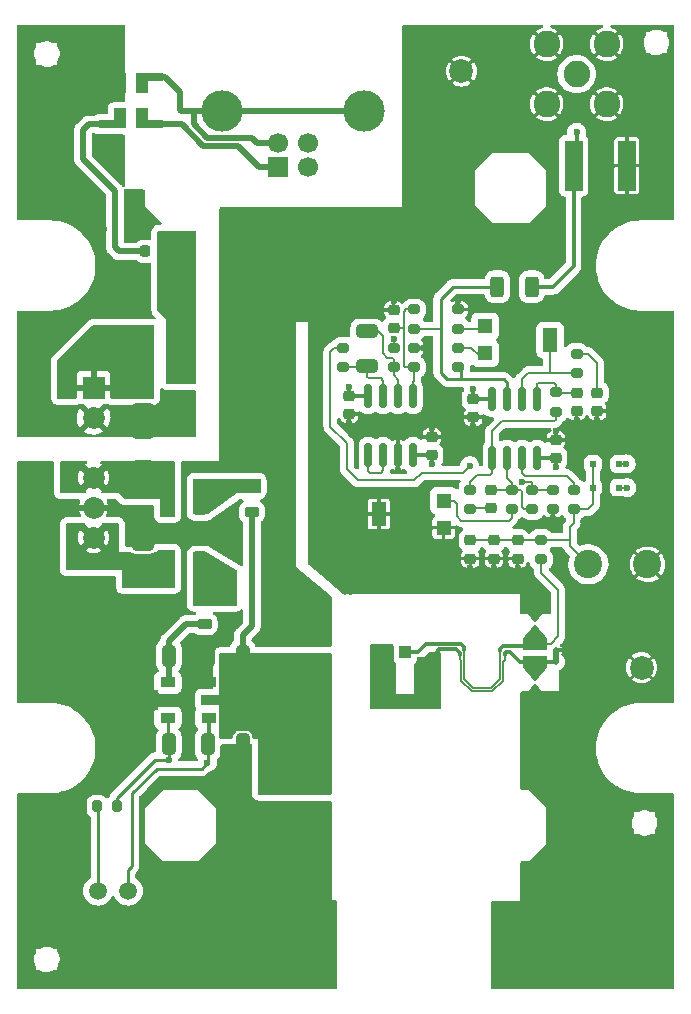
<source format=gbr>
%TF.GenerationSoftware,KiCad,Pcbnew,6.0.10-86aedd382b~118~ubuntu20.04.1*%
%TF.CreationDate,2023-01-07T18:08:36-08:00*%
%TF.ProjectId,packaged-amp,7061636b-6167-4656-942d-616d702e6b69,rev?*%
%TF.SameCoordinates,Original*%
%TF.FileFunction,Copper,L1,Top*%
%TF.FilePolarity,Positive*%
%FSLAX46Y46*%
G04 Gerber Fmt 4.6, Leading zero omitted, Abs format (unit mm)*
G04 Created by KiCad (PCBNEW 6.0.10-86aedd382b~118~ubuntu20.04.1) date 2023-01-07 18:08:36*
%MOMM*%
%LPD*%
G01*
G04 APERTURE LIST*
G04 Aperture macros list*
%AMRoundRect*
0 Rectangle with rounded corners*
0 $1 Rounding radius*
0 $2 $3 $4 $5 $6 $7 $8 $9 X,Y pos of 4 corners*
0 Add a 4 corners polygon primitive as box body*
4,1,4,$2,$3,$4,$5,$6,$7,$8,$9,$2,$3,0*
0 Add four circle primitives for the rounded corners*
1,1,$1+$1,$2,$3*
1,1,$1+$1,$4,$5*
1,1,$1+$1,$6,$7*
1,1,$1+$1,$8,$9*
0 Add four rect primitives between the rounded corners*
20,1,$1+$1,$2,$3,$4,$5,0*
20,1,$1+$1,$4,$5,$6,$7,0*
20,1,$1+$1,$6,$7,$8,$9,0*
20,1,$1+$1,$8,$9,$2,$3,0*%
%AMFreePoly0*
4,1,6,1.665000,0.000000,0.500000,-1.000000,-0.500000,-1.000000,-0.500000,1.000000,0.500000,1.000000,1.665000,0.000000,1.665000,0.000000,$1*%
%AMFreePoly1*
4,1,9,3.862500,-0.866500,0.737500,-0.866500,0.737500,-0.450000,-0.737500,-0.450000,-0.737500,0.450000,0.737500,0.450000,0.737500,0.866500,3.862500,0.866500,3.862500,-0.866500,3.862500,-0.866500,$1*%
G04 Aperture macros list end*
%TA.AperFunction,SMDPad,CuDef*%
%ADD10RoundRect,0.200000X0.275000X-0.200000X0.275000X0.200000X-0.275000X0.200000X-0.275000X-0.200000X0*%
%TD*%
%TA.AperFunction,SMDPad,CuDef*%
%ADD11RoundRect,0.250000X-0.650000X0.325000X-0.650000X-0.325000X0.650000X-0.325000X0.650000X0.325000X0*%
%TD*%
%TA.AperFunction,SMDPad,CuDef*%
%ADD12RoundRect,0.225000X-0.250000X0.225000X-0.250000X-0.225000X0.250000X-0.225000X0.250000X0.225000X0*%
%TD*%
%TA.AperFunction,SMDPad,CuDef*%
%ADD13RoundRect,0.218750X-0.381250X0.218750X-0.381250X-0.218750X0.381250X-0.218750X0.381250X0.218750X0*%
%TD*%
%TA.AperFunction,SMDPad,CuDef*%
%ADD14RoundRect,0.150000X0.150000X-0.825000X0.150000X0.825000X-0.150000X0.825000X-0.150000X-0.825000X0*%
%TD*%
%TA.AperFunction,SMDPad,CuDef*%
%ADD15RoundRect,0.200000X-0.275000X0.200000X-0.275000X-0.200000X0.275000X-0.200000X0.275000X0.200000X0*%
%TD*%
%TA.AperFunction,SMDPad,CuDef*%
%ADD16R,0.500000X0.500000*%
%TD*%
%TA.AperFunction,SMDPad,CuDef*%
%ADD17RoundRect,0.250000X0.375000X1.075000X-0.375000X1.075000X-0.375000X-1.075000X0.375000X-1.075000X0*%
%TD*%
%TA.AperFunction,SMDPad,CuDef*%
%ADD18RoundRect,0.250000X0.650000X-0.325000X0.650000X0.325000X-0.650000X0.325000X-0.650000X-0.325000X0*%
%TD*%
%TA.AperFunction,SMDPad,CuDef*%
%ADD19RoundRect,0.250000X0.325000X0.650000X-0.325000X0.650000X-0.325000X-0.650000X0.325000X-0.650000X0*%
%TD*%
%TA.AperFunction,SMDPad,CuDef*%
%ADD20FreePoly0,90.000000*%
%TD*%
%TA.AperFunction,SMDPad,CuDef*%
%ADD21FreePoly0,270.000000*%
%TD*%
%TA.AperFunction,ComponentPad*%
%ADD22C,2.000000*%
%TD*%
%TA.AperFunction,SMDPad,CuDef*%
%ADD23RoundRect,0.250000X-0.375000X-1.075000X0.375000X-1.075000X0.375000X1.075000X-0.375000X1.075000X0*%
%TD*%
%TA.AperFunction,SMDPad,CuDef*%
%ADD24RoundRect,0.200000X-0.200000X-0.275000X0.200000X-0.275000X0.200000X0.275000X-0.200000X0.275000X0*%
%TD*%
%TA.AperFunction,SMDPad,CuDef*%
%ADD25R,1.300000X1.300000*%
%TD*%
%TA.AperFunction,SMDPad,CuDef*%
%ADD26R,1.300000X2.000000*%
%TD*%
%TA.AperFunction,ComponentPad*%
%ADD27R,1.700000X1.700000*%
%TD*%
%TA.AperFunction,ComponentPad*%
%ADD28C,1.700000*%
%TD*%
%TA.AperFunction,ComponentPad*%
%ADD29C,3.500000*%
%TD*%
%TA.AperFunction,SMDPad,CuDef*%
%ADD30R,1.000000X1.050000*%
%TD*%
%TA.AperFunction,SMDPad,CuDef*%
%ADD31R,1.050000X2.200000*%
%TD*%
%TA.AperFunction,SMDPad,CuDef*%
%ADD32C,0.500000*%
%TD*%
%TA.AperFunction,SMDPad,CuDef*%
%ADD33RoundRect,0.250000X0.312500X0.625000X-0.312500X0.625000X-0.312500X-0.625000X0.312500X-0.625000X0*%
%TD*%
%TA.AperFunction,ComponentPad*%
%ADD34R,1.850000X1.850000*%
%TD*%
%TA.AperFunction,ComponentPad*%
%ADD35C,1.850000*%
%TD*%
%TA.AperFunction,SMDPad,CuDef*%
%ADD36R,1.000000X1.700000*%
%TD*%
%TA.AperFunction,SMDPad,CuDef*%
%ADD37R,1.400000X0.700000*%
%TD*%
%TA.AperFunction,SMDPad,CuDef*%
%ADD38R,1.500000X4.200000*%
%TD*%
%TA.AperFunction,SMDPad,CuDef*%
%ADD39R,1.300000X0.900000*%
%TD*%
%TA.AperFunction,SMDPad,CuDef*%
%ADD40FreePoly1,0.000000*%
%TD*%
%TA.AperFunction,ComponentPad*%
%ADD41C,1.500000*%
%TD*%
%TA.AperFunction,SMDPad,CuDef*%
%ADD42RoundRect,0.250000X-0.325000X-0.650000X0.325000X-0.650000X0.325000X0.650000X-0.325000X0.650000X0*%
%TD*%
%TA.AperFunction,SMDPad,CuDef*%
%ADD43FreePoly1,180.000000*%
%TD*%
%TA.AperFunction,ComponentPad*%
%ADD44C,2.400000*%
%TD*%
%TA.AperFunction,ComponentPad*%
%ADD45C,2.250000*%
%TD*%
%TA.AperFunction,SMDPad,CuDef*%
%ADD46RoundRect,0.218750X-0.218750X-0.256250X0.218750X-0.256250X0.218750X0.256250X-0.218750X0.256250X0*%
%TD*%
%TA.AperFunction,SMDPad,CuDef*%
%ADD47R,2.500000X2.300000*%
%TD*%
%TA.AperFunction,ViaPad*%
%ADD48C,0.600000*%
%TD*%
%TA.AperFunction,Conductor*%
%ADD49C,0.240000*%
%TD*%
%TA.AperFunction,Conductor*%
%ADD50C,0.160000*%
%TD*%
%TA.AperFunction,Conductor*%
%ADD51C,0.320000*%
%TD*%
%TA.AperFunction,Conductor*%
%ADD52C,0.480000*%
%TD*%
%TA.AperFunction,Conductor*%
%ADD53C,0.128000*%
%TD*%
%TA.AperFunction,Conductor*%
%ADD54C,0.127000*%
%TD*%
G04 APERTURE END LIST*
%TO.C,NT1*%
G36*
X122250000Y-118500000D02*
G01*
X121750000Y-118500000D01*
X121750000Y-117500000D01*
X122250000Y-117500000D01*
X122250000Y-118500000D01*
G37*
%TD*%
D10*
%TO.P,R2,1*%
%TO.N,Net-(C10-Pad1)*%
X123500000Y-105575000D03*
%TO.P,R2,2*%
%TO.N,Net-(R2-Pad2)*%
X123500000Y-103925000D03*
%TD*%
D11*
%TO.P,C7,1*%
%TO.N,Net-(C7-Pad1)*%
X87000000Y-94275000D03*
%TO.P,C7,2*%
%TO.N,/USB_GND*%
X87000000Y-97225000D03*
%TD*%
D12*
%TO.P,C1,1*%
%TO.N,VDD*%
X104500000Y-95975000D03*
%TO.P,C1,2*%
%TO.N,GND*%
X104500000Y-97525000D03*
%TD*%
D13*
%TO.P,FB1,1*%
%TO.N,Net-(C15-Pad1)*%
X92250000Y-113187500D03*
%TO.P,FB1,2*%
%TO.N,/VDD_unreg*%
X92250000Y-115312500D03*
%TD*%
D14*
%TO.P,U1,1*%
%TO.N,Net-(U1-Pad1)*%
X106095000Y-100975000D03*
%TO.P,U1,2,-*%
X107365000Y-100975000D03*
%TO.P,U1,3,+*%
%TO.N,GND*%
X108635000Y-100975000D03*
%TO.P,U1,4,V-*%
%TO.N,VSS*%
X109905000Y-100975000D03*
%TO.P,U1,5,+*%
%TO.N,Net-(C19-Pad2)*%
X109905000Y-96025000D03*
%TO.P,U1,6,-*%
%TO.N,Net-(C17-Pad2)*%
X108635000Y-96025000D03*
%TO.P,U1,7*%
%TO.N,Net-(C17-Pad1)*%
X107365000Y-96025000D03*
%TO.P,U1,8,V+*%
%TO.N,VDD*%
X106095000Y-96025000D03*
%TD*%
D12*
%TO.P,C6,1*%
%TO.N,Net-(C10-Pad1)*%
X114750000Y-108225000D03*
%TO.P,C6,2*%
%TO.N,GND*%
X114750000Y-109775000D03*
%TD*%
D10*
%TO.P,R1,1*%
%TO.N,Net-(E1-Pad2)*%
X120750000Y-109825000D03*
%TO.P,R1,2*%
%TO.N,Net-(C10-Pad1)*%
X120750000Y-108175000D03*
%TD*%
D15*
%TO.P,R12,1*%
%TO.N,GND*%
X110000000Y-91925000D03*
%TO.P,R12,2*%
%TO.N,Net-(C19-Pad2)*%
X110000000Y-93575000D03*
%TD*%
D16*
%TO.P,D2,1,K*%
%TO.N,VDD*%
X127350000Y-101750000D03*
%TO.P,D2,2,A*%
%TO.N,Net-(C10-Pad1)*%
X125150000Y-101750000D03*
%TD*%
D17*
%TO.P,L2,1,1*%
%TO.N,/USB_PWR*%
X89900000Y-91500000D03*
%TO.P,L2,2,2*%
%TO.N,Net-(C7-Pad1)*%
X87100000Y-91500000D03*
%TD*%
D11*
%TO.P,C5,1*%
%TO.N,/USB_PWR*%
X90000000Y-94275000D03*
%TO.P,C5,2*%
%TO.N,/USB_GND*%
X90000000Y-97225000D03*
%TD*%
D18*
%TO.P,C17,1*%
%TO.N,Net-(C17-Pad1)*%
X106000000Y-93475000D03*
%TO.P,C17,2*%
%TO.N,Net-(C17-Pad2)*%
X106000000Y-90525000D03*
%TD*%
D19*
%TO.P,C24,1*%
%TO.N,GND*%
X95475000Y-125500000D03*
%TO.P,C24,2*%
%TO.N,VSS*%
X92525000Y-125500000D03*
%TD*%
D15*
%TO.P,R8,1*%
%TO.N,Net-(C18-Pad1)*%
X122000000Y-95675000D03*
%TO.P,R8,2*%
%TO.N,/int_out*%
X122000000Y-97325000D03*
%TD*%
D10*
%TO.P,R13,1*%
%TO.N,Net-(R13-Pad1)*%
X123749500Y-94075000D03*
%TO.P,R13,2*%
%TO.N,Net-(C22-Pad1)*%
X123749500Y-92425000D03*
%TD*%
D12*
%TO.P,C14,1*%
%TO.N,/int_fb*%
X116500000Y-103975000D03*
%TO.P,C14,2*%
%TO.N,Net-(C14-Pad2)*%
X116500000Y-105525000D03*
%TD*%
D20*
%TO.P,E2,1*%
%TO.N,GND*%
X120250000Y-122000000D03*
D21*
%TO.P,E2,2*%
%TO.N,/return_kelvin*%
X120250000Y-118500000D03*
%TD*%
D18*
%TO.P,C12,1*%
%TO.N,Net-(C12-Pad1)*%
X87000000Y-111475000D03*
%TO.P,C12,2*%
%TO.N,GND*%
X87000000Y-108525000D03*
%TD*%
D22*
%TO.P,TP1,1,1*%
%TO.N,GND*%
X114000000Y-68500000D03*
%TD*%
D19*
%TO.P,C23,1*%
%TO.N,VDD*%
X89225000Y-125500000D03*
%TO.P,C23,2*%
%TO.N,GND*%
X86275000Y-125500000D03*
%TD*%
D10*
%TO.P,R9,1*%
%TO.N,Net-(C17-Pad2)*%
X108250000Y-93575000D03*
%TO.P,R9,2*%
%TO.N,GND*%
X108250000Y-91925000D03*
%TD*%
D19*
%TO.P,C20,1*%
%TO.N,/VDD_unreg*%
X89225000Y-118000000D03*
%TO.P,C20,2*%
%TO.N,GND*%
X86275000Y-118000000D03*
%TD*%
D10*
%TO.P,R14,1*%
%TO.N,/out*%
X113749500Y-93575000D03*
%TO.P,R14,2*%
%TO.N,Net-(R14-Pad2)*%
X113749500Y-91925000D03*
%TD*%
D23*
%TO.P,L3,1,1*%
%TO.N,Net-(C12-Pad1)*%
X89100000Y-110500000D03*
%TO.P,L3,2,2*%
%TO.N,Net-(C15-Pad1)*%
X91900000Y-110500000D03*
%TD*%
D21*
%TO.P,E1,1*%
%TO.N,GND*%
X120250000Y-113500000D03*
D20*
%TO.P,E1,2*%
%TO.N,Net-(E1-Pad2)*%
X120250000Y-117000000D03*
%TD*%
D12*
%TO.P,C22,1*%
%TO.N,Net-(C22-Pad1)*%
X125500000Y-95725000D03*
%TO.P,C22,2*%
%TO.N,GND*%
X125500000Y-97275000D03*
%TD*%
D24*
%TO.P,R17,1*%
%TO.N,Net-(D4-Pad2)*%
X83175000Y-130750000D03*
%TO.P,R17,2*%
%TO.N,VDD*%
X84825000Y-130750000D03*
%TD*%
D12*
%TO.P,C3,1*%
%TO.N,VDD*%
X115000000Y-96225000D03*
%TO.P,C3,2*%
%TO.N,GND*%
X115000000Y-97775000D03*
%TD*%
D25*
%TO.P,RV1,1,1*%
%TO.N,GND*%
X112500000Y-107150000D03*
D26*
%TO.P,RV1,2,2*%
X107000000Y-106000000D03*
D25*
%TO.P,RV1,3,3*%
%TO.N,Net-(R3-Pad1)*%
X112500000Y-104850000D03*
%TD*%
D10*
%TO.P,R3,1*%
%TO.N,Net-(R3-Pad1)*%
X118250000Y-105575000D03*
%TO.P,R3,2*%
%TO.N,/int_fb*%
X118250000Y-103925000D03*
%TD*%
%TO.P,R15,1*%
%TO.N,Net-(R15-Pad1)*%
X113749500Y-90325000D03*
%TO.P,R15,2*%
%TO.N,GND*%
X113749500Y-88675000D03*
%TD*%
D27*
%TO.P,J1,1,VBUS*%
%TO.N,Net-(J1-Pad1)*%
X98500000Y-76577500D03*
D28*
%TO.P,J1,2,D-*%
%TO.N,unconnected-(J1-Pad2)*%
X101000000Y-76577500D03*
%TO.P,J1,3,D+*%
%TO.N,unconnected-(J1-Pad3)*%
X101000000Y-74577500D03*
%TO.P,J1,4,GND*%
%TO.N,Net-(J1-Pad4)*%
X98500000Y-74577500D03*
D29*
%TO.P,J1,5,Shield*%
X93730000Y-71867500D03*
X105770000Y-71867500D03*
%TD*%
D30*
%TO.P,J2,1,In*%
%TO.N,Net-(E1-Pad2)*%
X109250000Y-117700000D03*
D31*
%TO.P,J2,2,Ext*%
%TO.N,/return_kelvin*%
X110725000Y-119225000D03*
X107775000Y-119225000D03*
%TD*%
D12*
%TO.P,C19,1*%
%TO.N,GND*%
X108250000Y-88725000D03*
%TO.P,C19,2*%
%TO.N,Net-(C19-Pad2)*%
X108250000Y-90275000D03*
%TD*%
D32*
%TO.P,NT1,1,1*%
%TO.N,/return_kelvin*%
X122000000Y-118500000D03*
%TO.P,NT1,2,2*%
%TO.N,GND*%
X122000000Y-117500000D03*
%TD*%
D33*
%TO.P,R16,1*%
%TO.N,Net-(GD1-Pad1)*%
X119962000Y-86750000D03*
%TO.P,R16,2*%
%TO.N,/out*%
X117037000Y-86750000D03*
%TD*%
D11*
%TO.P,C9,1*%
%TO.N,/USB_GND*%
X87000000Y-99025000D03*
%TO.P,C9,2*%
%TO.N,Net-(C13-Pad2)*%
X87000000Y-101975000D03*
%TD*%
D18*
%TO.P,C16,1*%
%TO.N,GND*%
X94000000Y-106725000D03*
%TO.P,C16,2*%
%TO.N,Net-(C16-Pad2)*%
X94000000Y-103775000D03*
%TD*%
D12*
%TO.P,C8,1*%
%TO.N,Net-(C10-Pad1)*%
X116750000Y-108225000D03*
%TO.P,C8,2*%
%TO.N,GND*%
X116750000Y-109775000D03*
%TD*%
D34*
%TO.P,PS1,1,+Vin*%
%TO.N,Net-(C7-Pad1)*%
X82850000Y-95290000D03*
D35*
%TO.P,PS1,2,-Vin*%
%TO.N,/USB_GND*%
X82850000Y-97830000D03*
%TO.P,PS1,4,-Vout*%
%TO.N,Net-(C13-Pad2)*%
X82850000Y-102910000D03*
%TO.P,PS1,5,0V*%
%TO.N,GND*%
X82850000Y-105450000D03*
%TO.P,PS1,6,+Vout*%
%TO.N,Net-(C12-Pad1)*%
X82850000Y-107990000D03*
%TD*%
D10*
%TO.P,R4,1*%
%TO.N,/int_fb*%
X120000000Y-105575000D03*
%TO.P,R4,2*%
%TO.N,Net-(R4-Pad2)*%
X120000000Y-103925000D03*
%TD*%
D22*
%TO.P,TP2,1,1*%
%TO.N,GND*%
X129250000Y-119000000D03*
%TD*%
D15*
%TO.P,R10,1*%
%TO.N,Net-(C19-Pad2)*%
X110000000Y-88675000D03*
%TO.P,R10,2*%
%TO.N,/out*%
X110000000Y-90325000D03*
%TD*%
D36*
%TO.P,L1,1,1*%
%TO.N,Net-(J1-Pad1)*%
X86950000Y-72500000D03*
D37*
X88050000Y-73000000D03*
D36*
%TO.P,L1,2,2*%
%TO.N,Net-(F1-Pad1)*%
X85050000Y-72500000D03*
D37*
X83950000Y-73000000D03*
D36*
%TO.P,L1,3,3*%
%TO.N,Net-(J1-Pad4)*%
X86950000Y-69500000D03*
D37*
X88050000Y-69000000D03*
D36*
%TO.P,L1,4,4*%
%TO.N,/USB_GND*%
X85050000Y-69500000D03*
D37*
X83950000Y-69000000D03*
%TD*%
D38*
%TO.P,GD1,1*%
%TO.N,Net-(GD1-Pad1)*%
X123500000Y-76500000D03*
%TO.P,GD1,2*%
%TO.N,GND*%
X128000000Y-76500000D03*
%TD*%
D39*
%TO.P,U4,1,GND*%
%TO.N,GND*%
X92600000Y-120250000D03*
D40*
%TO.P,U4,2,VI*%
%TO.N,/VSS_unreg*%
X92687500Y-121750000D03*
D39*
%TO.P,U4,3,VO*%
%TO.N,VSS*%
X92600000Y-123250000D03*
%TD*%
D12*
%TO.P,C2,1*%
%TO.N,GND*%
X111500000Y-99475000D03*
%TO.P,C2,2*%
%TO.N,VSS*%
X111500000Y-101025000D03*
%TD*%
D18*
%TO.P,C13,1*%
%TO.N,GND*%
X87000000Y-106725000D03*
%TO.P,C13,2*%
%TO.N,Net-(C13-Pad2)*%
X87000000Y-103775000D03*
%TD*%
D10*
%TO.P,R5,1*%
%TO.N,GND*%
X121750000Y-105575000D03*
%TO.P,R5,2*%
%TO.N,Net-(R4-Pad2)*%
X121750000Y-103925000D03*
%TD*%
D41*
%TO.P,D4,1,K*%
%TO.N,VSS*%
X85770000Y-137900000D03*
%TO.P,D4,2,A*%
%TO.N,Net-(D4-Pad2)*%
X83230000Y-137900000D03*
%TD*%
D23*
%TO.P,L4,1,1*%
%TO.N,Net-(C13-Pad2)*%
X89100000Y-104750000D03*
%TO.P,L4,2,2*%
%TO.N,Net-(C16-Pad2)*%
X91900000Y-104750000D03*
%TD*%
D42*
%TO.P,C21,1*%
%TO.N,GND*%
X92525000Y-118000000D03*
%TO.P,C21,2*%
%TO.N,/VSS_unreg*%
X95475000Y-118000000D03*
%TD*%
D14*
%TO.P,U2,1*%
%TO.N,/int_out*%
X116595000Y-101225000D03*
%TO.P,U2,2,-*%
%TO.N,/int_fb*%
X117865000Y-101225000D03*
%TO.P,U2,3,+*%
%TO.N,Net-(R2-Pad2)*%
X119135000Y-101225000D03*
%TO.P,U2,4,V-*%
%TO.N,VSS*%
X120405000Y-101225000D03*
%TO.P,U2,5,+*%
%TO.N,Net-(C18-Pad1)*%
X120405000Y-96275000D03*
%TO.P,U2,6,-*%
%TO.N,Net-(R13-Pad1)*%
X119135000Y-96275000D03*
%TO.P,U2,7*%
%TO.N,/out*%
X117865000Y-96275000D03*
%TO.P,U2,8,V+*%
%TO.N,VDD*%
X116595000Y-96275000D03*
%TD*%
D13*
%TO.P,FB2,1*%
%TO.N,Net-(C16-Pad2)*%
X96250000Y-103687500D03*
%TO.P,FB2,2*%
%TO.N,/VSS_unreg*%
X96250000Y-105812500D03*
%TD*%
D39*
%TO.P,U3,1,OUT*%
%TO.N,VDD*%
X89150000Y-123250000D03*
D43*
%TO.P,U3,2,GND*%
%TO.N,GND*%
X89062500Y-121750000D03*
D39*
%TO.P,U3,3,IN*%
%TO.N,/VDD_unreg*%
X89150000Y-120250000D03*
%TD*%
D15*
%TO.P,R7,1*%
%TO.N,Net-(R4-Pad2)*%
X104000000Y-91925000D03*
%TO.P,R7,2*%
%TO.N,Net-(C17-Pad1)*%
X104000000Y-93575000D03*
%TD*%
D44*
%TO.P,C11,1*%
%TO.N,GND*%
X129750000Y-110249993D03*
%TO.P,C11,2*%
%TO.N,Net-(C10-Pad1)*%
X124750000Y-110249993D03*
%TD*%
D12*
%TO.P,C18,1*%
%TO.N,Net-(C18-Pad1)*%
X123750000Y-95725000D03*
%TO.P,C18,2*%
%TO.N,GND*%
X123750000Y-97275000D03*
%TD*%
D25*
%TO.P,RV2,1,1*%
%TO.N,Net-(R15-Pad1)*%
X115999500Y-90100000D03*
D26*
%TO.P,RV2,2,2*%
%TO.N,Net-(R13-Pad1)*%
X121499500Y-91250000D03*
D25*
%TO.P,RV2,3,3*%
%TO.N,Net-(R14-Pad2)*%
X115999500Y-92400000D03*
%TD*%
D15*
%TO.P,R6,1*%
%TO.N,/int_out*%
X114750000Y-103925000D03*
%TO.P,R6,2*%
%TO.N,Net-(C14-Pad2)*%
X114750000Y-105575000D03*
%TD*%
D16*
%TO.P,D3,1,K*%
%TO.N,Net-(C10-Pad1)*%
X125150000Y-103750000D03*
%TO.P,D3,2,A*%
%TO.N,VSS*%
X127350000Y-103750000D03*
%TD*%
D45*
%TO.P,J3,1,In*%
%TO.N,Net-(GD1-Pad1)*%
X123750000Y-68750000D03*
%TO.P,J3,2,Ext*%
%TO.N,GND*%
X126290000Y-71290000D03*
X121210000Y-71290000D03*
X121210000Y-66210000D03*
X126290000Y-66210000D03*
%TD*%
D12*
%TO.P,C10,1*%
%TO.N,Net-(C10-Pad1)*%
X118750000Y-108225000D03*
%TO.P,C10,2*%
%TO.N,GND*%
X118750000Y-109775000D03*
%TD*%
%TO.P,C4,1*%
%TO.N,GND*%
X122000000Y-99725000D03*
%TO.P,C4,2*%
%TO.N,VSS*%
X122000000Y-101275000D03*
%TD*%
D46*
%TO.P,F1,1*%
%TO.N,Net-(F1-Pad1)*%
X87212500Y-83750000D03*
%TO.P,F1,2*%
%TO.N,/USB_PWR*%
X88787500Y-83750000D03*
%TD*%
D18*
%TO.P,C15,1*%
%TO.N,Net-(C15-Pad1)*%
X94000000Y-111475000D03*
%TO.P,C15,2*%
%TO.N,GND*%
X94000000Y-108525000D03*
%TD*%
D47*
%TO.P,D1,1,K*%
%TO.N,/USB_PWR*%
X89650000Y-87250000D03*
%TO.P,D1,2,A*%
%TO.N,/USB_GND*%
X85350000Y-87250000D03*
%TD*%
D48*
%TO.N,VDD*%
X104500000Y-95200000D03*
X115000000Y-95450000D03*
X89200000Y-126803500D03*
X127950000Y-101750000D03*
%TO.N,GND*%
X110800000Y-91900000D03*
X87000000Y-114500000D03*
X131500000Y-95000000D03*
X91000000Y-118000000D03*
X94250000Y-97250000D03*
X100750000Y-116250000D03*
X121000000Y-123250000D03*
X129750000Y-76500000D03*
X95250000Y-127000000D03*
X89750000Y-107500000D03*
X100750000Y-113000000D03*
X127000000Y-90000000D03*
X102000000Y-131250000D03*
X94250000Y-88500000D03*
X78000000Y-110750000D03*
X105500000Y-104750000D03*
X84250000Y-126500000D03*
X78500000Y-107250000D03*
X105749500Y-111000000D03*
X88250000Y-107500000D03*
X118750000Y-110600000D03*
X108250000Y-91200000D03*
X125500000Y-98050000D03*
X122750000Y-127750000D03*
X102250000Y-110250000D03*
X86000000Y-107500000D03*
X120250000Y-112500000D03*
X119500000Y-112500000D03*
X118000000Y-140750000D03*
X113750000Y-98000000D03*
X105500000Y-106250000D03*
X103750000Y-107750000D03*
X111000000Y-68000000D03*
X80300000Y-105450000D03*
X121000000Y-112500000D03*
X130250000Y-139250000D03*
X90250000Y-140000000D03*
X94250000Y-94250000D03*
X96000000Y-129000000D03*
X94250000Y-101750000D03*
X99250000Y-113500000D03*
X114750000Y-110600000D03*
X85250000Y-116250000D03*
X113749500Y-87950000D03*
X130500000Y-145000000D03*
X122850000Y-117550000D03*
X84500000Y-121750000D03*
X129750000Y-78500000D03*
X107000000Y-108000000D03*
X91250000Y-102000000D03*
X108650000Y-102300000D03*
X78500000Y-119500000D03*
X84500000Y-121000000D03*
X108250000Y-87950000D03*
X77500000Y-130500000D03*
X96500000Y-140000000D03*
X116750000Y-110600000D03*
X126250000Y-121500000D03*
X114500000Y-82000000D03*
X102750000Y-145250000D03*
X90250000Y-121750000D03*
X124500000Y-131000000D03*
X112750000Y-99750000D03*
X129750000Y-75000000D03*
X123750000Y-98050000D03*
X104500000Y-98300000D03*
X120250000Y-123250000D03*
X94750000Y-129000000D03*
X116500000Y-112000000D03*
X112750000Y-109000000D03*
X123250000Y-99750000D03*
X131500000Y-89250000D03*
X131500000Y-102750000D03*
X92250000Y-108250000D03*
X115000000Y-98550000D03*
X86750000Y-123000000D03*
X111500000Y-98700000D03*
X112500000Y-97000000D03*
X84500000Y-122500000D03*
X120750000Y-137250000D03*
X105750000Y-98250000D03*
X92500000Y-107500000D03*
X85250000Y-105750000D03*
X122000000Y-98950000D03*
X84250000Y-124500000D03*
X119500000Y-123250000D03*
X85250000Y-125500000D03*
X112000000Y-77000000D03*
X123500000Y-119500000D03*
X91500000Y-107500000D03*
X86750000Y-120500000D03*
X111000000Y-74750000D03*
X108250000Y-111750000D03*
X97500000Y-134500000D03*
X77750000Y-102500000D03*
X105250000Y-87750000D03*
X121750000Y-106300000D03*
X113750000Y-74250000D03*
X84750000Y-118250000D03*
%TO.N,VSS*%
X127999500Y-103750000D03*
X111500000Y-101800000D03*
X122000000Y-102050000D03*
X92500000Y-127050000D03*
%TO.N,Net-(GD1-Pad1)*%
X123750000Y-73650000D03*
%TO.N,/VSS_unreg*%
X97000000Y-122500000D03*
X97000000Y-121750000D03*
X97000000Y-121000000D03*
%TO.N,/return_kelvin*%
X107750000Y-117500000D03*
X111750000Y-120000000D03*
X106750000Y-120000000D03*
X106750000Y-118750000D03*
X107750000Y-121000000D03*
X111900000Y-118850000D03*
X110750000Y-121000000D03*
%TO.N,/USB_PWR*%
X89600000Y-89750000D03*
X90450000Y-89700000D03*
%TO.N,/USB_GND*%
X83300000Y-75450000D03*
X83700000Y-81900000D03*
X84550000Y-75050000D03*
X85250000Y-97900000D03*
X82700000Y-69100000D03*
X82650000Y-65300000D03*
X83000000Y-88350000D03*
X77800000Y-79600000D03*
X77900000Y-98500000D03*
X77150000Y-92850000D03*
X80200000Y-89650000D03*
X77350000Y-95350000D03*
X90450000Y-98400000D03*
X83450000Y-86800000D03*
X89300000Y-98400000D03*
X80750000Y-98900000D03*
X85350000Y-98900000D03*
X78350000Y-76300000D03*
X77300000Y-89950000D03*
X80600000Y-76300000D03*
X80450000Y-97550000D03*
X83800000Y-67400000D03*
X89850000Y-99050000D03*
X84550000Y-76800000D03*
X84650000Y-84850000D03*
X82800000Y-70250000D03*
X86900000Y-80200000D03*
X77300000Y-71850000D03*
%TO.N,Net-(R4-Pad2)*%
X114700000Y-101900000D03*
X119150000Y-103300000D03*
%TD*%
D49*
%TO.N,VDD*%
X89150000Y-125425000D02*
X89225000Y-125500000D01*
D50*
X127350000Y-101750000D02*
X127950000Y-101750000D01*
D49*
X89200000Y-126803500D02*
X89200000Y-125525000D01*
D51*
X104500000Y-95975000D02*
X106045000Y-95975000D01*
D49*
X84825000Y-130750000D02*
X84825000Y-130025000D01*
X89150000Y-123250000D02*
X89150000Y-125425000D01*
X88046500Y-126803500D02*
X89200000Y-126803500D01*
X89200000Y-125525000D02*
X89225000Y-125500000D01*
D51*
X115000000Y-96225000D02*
X115000000Y-95450000D01*
X104500000Y-95975000D02*
X104500000Y-95200000D01*
D49*
X84825000Y-130025000D02*
X88046500Y-126803500D01*
D51*
X115050000Y-96275000D02*
X115000000Y-96225000D01*
X116595000Y-96275000D02*
X115050000Y-96275000D01*
X106045000Y-95975000D02*
X106095000Y-96025000D01*
D50*
%TO.N,GND*%
X123750000Y-97275000D02*
X123750000Y-98050000D01*
X108635000Y-102285000D02*
X108650000Y-102300000D01*
X121750000Y-105575000D02*
X121750000Y-106300000D01*
D51*
X122800000Y-117500000D02*
X122850000Y-117550000D01*
D52*
X86750000Y-105750000D02*
X87000000Y-106000000D01*
X87000000Y-106000000D02*
X87000000Y-106725000D01*
D51*
X115000000Y-97775000D02*
X115000000Y-98550000D01*
D50*
X108635000Y-100975000D02*
X108635000Y-102285000D01*
X114750000Y-109775000D02*
X114750000Y-110600000D01*
X108250000Y-88725000D02*
X108250000Y-87950000D01*
X110775000Y-91925000D02*
X110800000Y-91900000D01*
D51*
X104500000Y-97525000D02*
X104500000Y-98300000D01*
D52*
X82850000Y-105450000D02*
X84700000Y-105450000D01*
D50*
X118750000Y-109775000D02*
X118750000Y-110600000D01*
D51*
X111500000Y-99475000D02*
X111500000Y-98700000D01*
D52*
X85250000Y-105750000D02*
X86750000Y-105750000D01*
D51*
X122000000Y-99725000D02*
X122000000Y-98950000D01*
D50*
X125500000Y-97275000D02*
X125500000Y-98050000D01*
X110000000Y-91925000D02*
X110775000Y-91925000D01*
X116750000Y-109775000D02*
X116750000Y-110600000D01*
D52*
X85000000Y-105750000D02*
X85250000Y-105750000D01*
X84700000Y-105450000D02*
X85000000Y-105750000D01*
D50*
X113749500Y-88675000D02*
X113749500Y-87950000D01*
D52*
X82850000Y-105450000D02*
X80300000Y-105450000D01*
D50*
X108250000Y-91925000D02*
X108250000Y-91200000D01*
D51*
X122000000Y-117500000D02*
X122800000Y-117500000D01*
D50*
%TO.N,VSS*%
X127350000Y-103750000D02*
X127999500Y-103750000D01*
D49*
X86100000Y-129650000D02*
X86100000Y-135800000D01*
D51*
X111450000Y-100975000D02*
X111500000Y-101025000D01*
X92600000Y-123250000D02*
X92600000Y-125425000D01*
X111500000Y-101025000D02*
X111500000Y-101800000D01*
X109905000Y-100975000D02*
X111450000Y-100975000D01*
D50*
X127350000Y-103750000D02*
X127950000Y-103750000D01*
D49*
X88200000Y-127550000D02*
X86100000Y-129650000D01*
D51*
X121950000Y-101225000D02*
X122000000Y-101275000D01*
D49*
X92000000Y-127550000D02*
X88200000Y-127550000D01*
X85770000Y-136130000D02*
X85770000Y-137900000D01*
X92525000Y-127025000D02*
X92500000Y-127050000D01*
X92525000Y-125500000D02*
X92525000Y-127025000D01*
D51*
X122000000Y-101275000D02*
X122000000Y-102050000D01*
D49*
X92500000Y-127050000D02*
X92000000Y-127550000D01*
D51*
X92600000Y-125425000D02*
X92525000Y-125500000D01*
D49*
X86100000Y-135800000D02*
X85770000Y-136130000D01*
D51*
X120405000Y-101225000D02*
X121950000Y-101225000D01*
D50*
%TO.N,Net-(C14-Pad2)*%
X116500000Y-105525000D02*
X114800000Y-105525000D01*
X114800000Y-105525000D02*
X114750000Y-105575000D01*
%TO.N,/int_fb*%
X119100000Y-105400000D02*
X119100000Y-104050000D01*
X119100000Y-104050000D02*
X118975000Y-103925000D01*
X117865000Y-102965000D02*
X117865000Y-101225000D01*
X118250000Y-103350000D02*
X117865000Y-102965000D01*
X119275000Y-105575000D02*
X119100000Y-105400000D01*
X118250000Y-103925000D02*
X116550000Y-103925000D01*
X118250000Y-103925000D02*
X118250000Y-103350000D01*
X118975000Y-103925000D02*
X118250000Y-103925000D01*
X116550000Y-103925000D02*
X116500000Y-103975000D01*
X120000000Y-105575000D02*
X119275000Y-105575000D01*
%TO.N,Net-(C10-Pad1)*%
X123174500Y-108674493D02*
X124750000Y-110249993D01*
X116750000Y-108225000D02*
X118750000Y-108225000D01*
X118750000Y-108225000D02*
X120700000Y-108225000D01*
X125150000Y-105149500D02*
X125150000Y-103750000D01*
X122074500Y-108175000D02*
X123174500Y-108175000D01*
X125150000Y-101750000D02*
X125150000Y-103750000D01*
X123174500Y-108175000D02*
X123174500Y-107075000D01*
X114750000Y-108225000D02*
X116750000Y-108225000D01*
X124724500Y-105575000D02*
X125150000Y-105149500D01*
X123500000Y-105575000D02*
X124724500Y-105575000D01*
X123174500Y-107075000D02*
X123500000Y-106749500D01*
X123500000Y-106749500D02*
X123500000Y-105575000D01*
X123174500Y-108175000D02*
X123174500Y-108674493D01*
X120750000Y-108175000D02*
X122074500Y-108175000D01*
X120700000Y-108225000D02*
X120750000Y-108175000D01*
%TO.N,/int_out*%
X114750000Y-103925000D02*
X114750000Y-103250000D01*
X122000000Y-97325000D02*
X122000000Y-98000000D01*
X116595000Y-102505000D02*
X116595000Y-101225000D01*
X117400000Y-98150000D02*
X116595000Y-98955000D01*
X122000000Y-98000000D02*
X121850000Y-98150000D01*
X116595000Y-98955000D02*
X116595000Y-101225000D01*
X116450000Y-102650000D02*
X116595000Y-102505000D01*
X114750000Y-103250000D02*
X115350000Y-102650000D01*
X121850000Y-98150000D02*
X117400000Y-98150000D01*
X115350000Y-102650000D02*
X116450000Y-102650000D01*
D51*
%TO.N,Net-(GD1-Pad1)*%
X123500000Y-76500000D02*
X123500000Y-84999500D01*
X123750000Y-73650000D02*
X123750000Y-76250000D01*
X121749500Y-86750000D02*
X119962000Y-86750000D01*
X123500000Y-84999500D02*
X121749500Y-86750000D01*
X123750000Y-76250000D02*
X123500000Y-76500000D01*
D50*
%TO.N,Net-(R2-Pad2)*%
X123500000Y-103925000D02*
X123500000Y-103350000D01*
X119135000Y-101225000D02*
X119135000Y-102535000D01*
X119135000Y-102535000D02*
X119350000Y-102750000D01*
X123500000Y-103350000D02*
X122900000Y-102750000D01*
X119350000Y-102750000D02*
X122900000Y-102750000D01*
%TO.N,Net-(C17-Pad1)*%
X106150000Y-94500000D02*
X107150000Y-94500000D01*
X107365000Y-94715000D02*
X107365000Y-96025000D01*
X106000000Y-94350000D02*
X106150000Y-94500000D01*
X104000000Y-93575000D02*
X105900000Y-93575000D01*
X105900000Y-93575000D02*
X106000000Y-93475000D01*
X107150000Y-94500000D02*
X107365000Y-94715000D01*
X106000000Y-93475000D02*
X106000000Y-94350000D01*
%TO.N,Net-(C17-Pad2)*%
X108100000Y-92750000D02*
X107700000Y-92750000D01*
X108635000Y-94635000D02*
X108635000Y-96025000D01*
X107350000Y-92400000D02*
X107350000Y-90900000D01*
X108250000Y-93575000D02*
X108250000Y-92900000D01*
X107350000Y-90900000D02*
X106975000Y-90525000D01*
X108250000Y-93575000D02*
X108250000Y-94250000D01*
X108250000Y-92900000D02*
X108100000Y-92750000D01*
X106975000Y-90525000D02*
X106000000Y-90525000D01*
X107700000Y-92750000D02*
X107350000Y-92400000D01*
X108250000Y-94250000D02*
X108635000Y-94635000D01*
%TO.N,Net-(C18-Pad1)*%
X121800000Y-94900000D02*
X120500000Y-94900000D01*
X120500000Y-94900000D02*
X120400000Y-95000000D01*
X120400000Y-96270000D02*
X120405000Y-96275000D01*
X122000000Y-95675000D02*
X122000000Y-95100000D01*
X120400000Y-95000000D02*
X120400000Y-96270000D01*
X123750000Y-95725000D02*
X122050000Y-95725000D01*
X122000000Y-95100000D02*
X121800000Y-94900000D01*
X122050000Y-95725000D02*
X122000000Y-95675000D01*
%TO.N,Net-(C19-Pad2)*%
X108250000Y-90275000D02*
X109075000Y-90275000D01*
X109100000Y-90300000D02*
X109100000Y-88900000D01*
X110000000Y-93575000D02*
X109225000Y-93575000D01*
X109075000Y-90275000D02*
X109100000Y-90300000D01*
X109100000Y-88900000D02*
X109325000Y-88675000D01*
X109905000Y-94795000D02*
X110000000Y-94700000D01*
X110000000Y-94700000D02*
X110000000Y-93575000D01*
X109905000Y-96025000D02*
X109905000Y-94795000D01*
X109100000Y-93450000D02*
X109100000Y-90300000D01*
X109325000Y-88675000D02*
X110000000Y-88675000D01*
X109225000Y-93575000D02*
X109100000Y-93450000D01*
D52*
%TO.N,/VDD_unreg*%
X90687500Y-115312500D02*
X89225000Y-116775000D01*
X89225000Y-116775000D02*
X89225000Y-118000000D01*
X90687500Y-115312500D02*
X92250000Y-115312500D01*
X89225000Y-118000000D02*
X89225000Y-120175000D01*
X89225000Y-120175000D02*
X89150000Y-120250000D01*
D51*
%TO.N,/VSS_unreg*%
X95475000Y-116425000D02*
X95475000Y-118000000D01*
D52*
X96250000Y-115500000D02*
X95475000Y-116275000D01*
X95475000Y-116275000D02*
X95475000Y-118000000D01*
X96250000Y-115500000D02*
X96250000Y-105812500D01*
D50*
%TO.N,Net-(C22-Pad1)*%
X125500000Y-95725000D02*
X125500000Y-93200500D01*
X125500000Y-93200500D02*
X124724500Y-92425000D01*
X124724500Y-92425000D02*
X123749500Y-92425000D01*
D49*
%TO.N,Net-(D4-Pad2)*%
X83175000Y-130750000D02*
X83230000Y-130805000D01*
X83230000Y-130805000D02*
X83230000Y-137900000D01*
%TO.N,/out*%
X112250000Y-94050000D02*
X112250000Y-91000000D01*
X113249500Y-86750000D02*
X117037000Y-86750000D01*
X117600000Y-94600000D02*
X114000000Y-94600000D01*
X112250000Y-91000000D02*
X112250000Y-87749500D01*
D50*
X110000000Y-90325000D02*
X112225000Y-90325000D01*
D49*
X117865000Y-96275000D02*
X117865000Y-94865000D01*
X112250000Y-87749500D02*
X113249500Y-86750000D01*
X112800000Y-94600000D02*
X112250000Y-94050000D01*
X114000000Y-93575000D02*
X114000000Y-94600000D01*
X117865000Y-94865000D02*
X117600000Y-94600000D01*
X114000000Y-94600000D02*
X112800000Y-94600000D01*
D50*
%TO.N,Net-(U1-Pad1)*%
X106095000Y-102345000D02*
X106250000Y-102500000D01*
X106250000Y-102500000D02*
X107150000Y-102500000D01*
X107365000Y-102285000D02*
X107365000Y-100975000D01*
X107150000Y-102500000D02*
X107365000Y-102285000D01*
X106095000Y-100975000D02*
X106095000Y-102345000D01*
D52*
%TO.N,Net-(J1-Pad1)*%
X96922500Y-76577500D02*
X98500000Y-76577500D01*
X90300000Y-73000000D02*
X92150000Y-74850000D01*
X96827500Y-76577500D02*
X96922500Y-76577500D01*
X95100000Y-74850000D02*
X96827500Y-76577500D01*
X88050000Y-73000000D02*
X90300000Y-73000000D01*
X92150000Y-74850000D02*
X95100000Y-74850000D01*
D51*
%TO.N,Net-(E1-Pad2)*%
X114000000Y-117000000D02*
X111000000Y-117000000D01*
D53*
X115000000Y-120750000D02*
X116500000Y-120750000D01*
D51*
X120050000Y-117200000D02*
X120250000Y-117000000D01*
X114250000Y-117500000D02*
X114250000Y-117250000D01*
X117250000Y-117600000D02*
X117250000Y-117450000D01*
X114250000Y-117250000D02*
X114000000Y-117000000D01*
X117250000Y-117450000D02*
X117500000Y-117200000D01*
D50*
X120750000Y-110950500D02*
X122200000Y-112400500D01*
D53*
X114250000Y-117500000D02*
X114250000Y-120000000D01*
D50*
X122200000Y-112400500D02*
X122200000Y-116350000D01*
D51*
X111000000Y-117000000D02*
X110300000Y-117700000D01*
D50*
X120750000Y-109825000D02*
X120750000Y-110950500D01*
D53*
X117250000Y-120000000D02*
X117250000Y-117600000D01*
X116500000Y-120750000D02*
X117250000Y-120000000D01*
D51*
X110300000Y-117700000D02*
X109250000Y-117700000D01*
X117500000Y-117200000D02*
X120050000Y-117200000D01*
D53*
X114250000Y-120000000D02*
X115000000Y-120750000D01*
D50*
X121550000Y-117000000D02*
X120250000Y-117000000D01*
X122200000Y-116350000D02*
X121550000Y-117000000D01*
D52*
%TO.N,Net-(F1-Pad1)*%
X82450000Y-73000000D02*
X81950000Y-73500000D01*
X81950000Y-75950000D02*
X84650000Y-78650000D01*
X84650000Y-83400000D02*
X85000000Y-83750000D01*
X83950000Y-73000000D02*
X82450000Y-73000000D01*
X84650000Y-78650000D02*
X84650000Y-83400000D01*
X85000000Y-83750000D02*
X87212500Y-83750000D01*
X81950000Y-73500000D02*
X81950000Y-75950000D01*
%TO.N,Net-(J1-Pad4)*%
X90150000Y-70250000D02*
X90150000Y-71800000D01*
X96677500Y-74577500D02*
X96250000Y-74150000D01*
X91332500Y-72982500D02*
X91332500Y-71867500D01*
X92500000Y-74150000D02*
X91332500Y-72982500D01*
X88900000Y-69000000D02*
X90150000Y-70250000D01*
X93730000Y-71867500D02*
X91332500Y-71867500D01*
X90217500Y-71867500D02*
X90150000Y-71800000D01*
X93730000Y-71867500D02*
X105770000Y-71867500D01*
X98500000Y-74577500D02*
X96677500Y-74577500D01*
X96250000Y-74150000D02*
X92500000Y-74150000D01*
X88050000Y-69000000D02*
X88900000Y-69000000D01*
X91332500Y-71867500D02*
X90217500Y-71867500D01*
D50*
%TO.N,Net-(R13-Pad1)*%
X121499500Y-91250000D02*
X121499500Y-94049500D01*
X119650000Y-94050000D02*
X119135000Y-94565000D01*
X121750000Y-94050000D02*
X123724500Y-94050000D01*
X121500000Y-94050000D02*
X119650000Y-94050000D01*
X121750000Y-94050000D02*
X121500000Y-94050000D01*
X121499500Y-94049500D02*
X121500000Y-94050000D01*
X119135000Y-94565000D02*
X119135000Y-96275000D01*
X123724500Y-94050000D02*
X123749500Y-94075000D01*
D53*
%TO.N,/return_kelvin*%
X114855000Y-121005000D02*
X116605625Y-121004999D01*
X113850000Y-117900000D02*
X113850000Y-118300000D01*
X113950000Y-120100000D02*
X114855000Y-121005000D01*
D51*
X120250000Y-118500000D02*
X122000000Y-118500000D01*
D53*
X117505000Y-118495000D02*
X117650000Y-118350000D01*
X116605625Y-121004999D02*
X117505000Y-120105624D01*
X113850000Y-118300000D02*
X113950000Y-118400000D01*
D51*
X118950000Y-118500000D02*
X120250000Y-118500000D01*
X111525000Y-119225000D02*
X111900000Y-118850000D01*
D53*
X113950000Y-118400000D02*
X113950000Y-120100000D01*
X117650000Y-118350000D02*
X117650000Y-117950000D01*
X117505000Y-120105624D02*
X117505000Y-118495000D01*
D51*
X111900000Y-118850000D02*
X111900000Y-117650000D01*
X111900000Y-117650000D02*
X112103000Y-117447000D01*
X110725000Y-119225000D02*
X111525000Y-119225000D01*
X113850000Y-117732153D02*
X113850000Y-117900000D01*
X117650000Y-117950000D02*
X117650000Y-117800000D01*
X117650000Y-117800000D02*
X117800000Y-117650000D01*
X112103000Y-117447000D02*
X113564847Y-117447000D01*
X117800000Y-117650000D02*
X118100000Y-117650000D01*
X113564847Y-117447000D02*
X113850000Y-117732153D01*
X118100000Y-117650000D02*
X118950000Y-118500000D01*
D50*
%TO.N,Net-(R4-Pad2)*%
X119900000Y-103300000D02*
X120000000Y-103400000D01*
X110650000Y-102500000D02*
X111950000Y-102500000D01*
X114100000Y-102500000D02*
X114700000Y-101900000D01*
X120000000Y-103925000D02*
X121750000Y-103925000D01*
X103225000Y-91925000D02*
X102900000Y-92250000D01*
X104300000Y-102200000D02*
X105250000Y-103150000D01*
X104300000Y-100000000D02*
X104300000Y-102200000D01*
X102900000Y-92250000D02*
X102900000Y-98600000D01*
X111700000Y-102500000D02*
X114100000Y-102500000D01*
X120000000Y-103400000D02*
X120000000Y-103925000D01*
X102900000Y-98600000D02*
X104300000Y-100000000D01*
X119150000Y-103300000D02*
X119900000Y-103300000D01*
X104000000Y-91925000D02*
X103225000Y-91925000D01*
X110000000Y-103150000D02*
X110650000Y-102500000D01*
X105250000Y-103150000D02*
X110000000Y-103150000D01*
%TO.N,Net-(R14-Pad2)*%
X114825000Y-91925000D02*
X115550000Y-92650000D01*
X113749500Y-91925000D02*
X114825000Y-91925000D01*
X115550000Y-92650000D02*
X116250000Y-92650000D01*
%TO.N,Net-(R15-Pad1)*%
X113774500Y-90350000D02*
X113749500Y-90325000D01*
X116250000Y-90350000D02*
X113774500Y-90350000D01*
D54*
%TO.N,Net-(R3-Pad1)*%
X118250000Y-105575000D02*
X118250000Y-106350000D01*
X113350000Y-104850000D02*
X112500000Y-104850000D01*
X114000000Y-106550000D02*
X113650000Y-106200000D01*
X113650000Y-105150000D02*
X113350000Y-104850000D01*
X118050000Y-106550000D02*
X114000000Y-106550000D01*
X113650000Y-106200000D02*
X113650000Y-105150000D01*
X118250000Y-106350000D02*
X118050000Y-106550000D01*
%TD*%
%TA.AperFunction,Conductor*%
%TO.N,/VSS_unreg*%
G36*
X102945336Y-117768891D02*
G01*
X102989246Y-117819566D01*
X103000000Y-117869000D01*
X103000000Y-129631000D01*
X102981109Y-129695336D01*
X102930434Y-129739246D01*
X102881000Y-129750000D01*
X96869000Y-129750000D01*
X96804664Y-129731109D01*
X96760754Y-129680434D01*
X96750000Y-129631000D01*
X96750000Y-125000000D01*
X96419499Y-125000000D01*
X96355163Y-124981109D01*
X96311253Y-124930434D01*
X96300499Y-124881000D01*
X96300499Y-124802624D01*
X96293851Y-124741420D01*
X96243526Y-124607176D01*
X96157546Y-124492454D01*
X96042824Y-124406474D01*
X96034887Y-124403499D01*
X96034884Y-124403497D01*
X95915566Y-124358768D01*
X95915567Y-124358768D01*
X95908580Y-124356149D01*
X95901163Y-124355343D01*
X95901162Y-124355343D01*
X95850580Y-124349848D01*
X95850581Y-124349848D01*
X95847377Y-124349500D01*
X95475116Y-124349500D01*
X95102624Y-124349501D01*
X95099422Y-124349849D01*
X95099418Y-124349849D01*
X95048837Y-124355343D01*
X95048834Y-124355344D01*
X95041420Y-124356149D01*
X95034434Y-124358768D01*
X94915116Y-124403497D01*
X94915113Y-124403499D01*
X94907176Y-124406474D01*
X94792454Y-124492454D01*
X94706474Y-124607176D01*
X94656149Y-124741420D01*
X94649500Y-124802623D01*
X94649500Y-124881000D01*
X94630609Y-124945336D01*
X94579934Y-124989246D01*
X94530500Y-125000000D01*
X93619000Y-125000000D01*
X93554664Y-124981109D01*
X93510754Y-124930434D01*
X93500000Y-124881000D01*
X93500000Y-123729751D01*
X93500167Y-123726347D01*
X93500500Y-123724674D01*
X93500500Y-122775326D01*
X93500167Y-122773653D01*
X93500000Y-122770249D01*
X93500000Y-120729751D01*
X93500167Y-120726347D01*
X93500500Y-120724674D01*
X93500500Y-119775326D01*
X93500167Y-119773653D01*
X93500000Y-119770249D01*
X93500000Y-117869000D01*
X93518891Y-117804664D01*
X93569566Y-117760754D01*
X93619000Y-117750000D01*
X102881000Y-117750000D01*
X102945336Y-117768891D01*
G37*
%TD.AperFunction*%
%TD*%
%TA.AperFunction,Conductor*%
%TO.N,/return_kelvin*%
G36*
X108191709Y-117020002D02*
G01*
X108238202Y-117073658D01*
X108248419Y-117127623D01*
X108249500Y-117127623D01*
X108249501Y-118272376D01*
X108249870Y-118275770D01*
X108249870Y-118275776D01*
X108253925Y-118313104D01*
X108256149Y-118333580D01*
X108306474Y-118467824D01*
X108311854Y-118475003D01*
X108311856Y-118475006D01*
X108387072Y-118575365D01*
X108392454Y-118582546D01*
X108449567Y-118625350D01*
X108492080Y-118682209D01*
X108500000Y-118726175D01*
X108500000Y-121250000D01*
X110000000Y-121250000D01*
X110000000Y-118726175D01*
X110020002Y-118658054D01*
X110050433Y-118625351D01*
X110107546Y-118582546D01*
X110112928Y-118575365D01*
X110188144Y-118475006D01*
X110188146Y-118475003D01*
X110193526Y-118467824D01*
X110201901Y-118445483D01*
X110244543Y-118388719D01*
X110311105Y-118364019D01*
X110325628Y-118364007D01*
X110327243Y-118363922D01*
X110334821Y-118364439D01*
X110342298Y-118363134D01*
X110342299Y-118363134D01*
X110393268Y-118354238D01*
X110399795Y-118353275D01*
X110451164Y-118347059D01*
X110451173Y-118347057D01*
X110458708Y-118346145D01*
X110465814Y-118343460D01*
X110472819Y-118341739D01*
X110477918Y-118340345D01*
X110484827Y-118338259D01*
X110492308Y-118336953D01*
X110546640Y-118313103D01*
X110552744Y-118310612D01*
X110601149Y-118292321D01*
X110601150Y-118292320D01*
X110608254Y-118289636D01*
X110614517Y-118285332D01*
X110620963Y-118281961D01*
X110625522Y-118279423D01*
X110631732Y-118275750D01*
X110638691Y-118272696D01*
X110685797Y-118236551D01*
X110691097Y-118232700D01*
X110740005Y-118199087D01*
X110778491Y-118155891D01*
X110783473Y-118150615D01*
X111236683Y-117697405D01*
X111298995Y-117663379D01*
X111325778Y-117660500D01*
X112124000Y-117660500D01*
X112192121Y-117680502D01*
X112238614Y-117734158D01*
X112250000Y-117786500D01*
X112250000Y-122374000D01*
X112229998Y-122442121D01*
X112176342Y-122488614D01*
X112124000Y-122500000D01*
X106376000Y-122500000D01*
X106307879Y-122479998D01*
X106261386Y-122426342D01*
X106250000Y-122374000D01*
X106250000Y-117126000D01*
X106270002Y-117057879D01*
X106323658Y-117011386D01*
X106376000Y-117000000D01*
X108123588Y-117000000D01*
X108191709Y-117020002D01*
G37*
%TD.AperFunction*%
%TD*%
%TA.AperFunction,Conductor*%
%TO.N,Net-(C13-Pad2)*%
G36*
X82266098Y-101518891D02*
G01*
X82310008Y-101569566D01*
X82319551Y-101635935D01*
X82291696Y-101696928D01*
X82252054Y-101726850D01*
X82189685Y-101755933D01*
X82180715Y-101761112D01*
X82162181Y-101774090D01*
X82154273Y-101783984D01*
X82160947Y-101796683D01*
X82837901Y-102473637D01*
X82851068Y-102480827D01*
X82852802Y-102480703D01*
X82859046Y-102476690D01*
X83539735Y-101796001D01*
X83545807Y-101784882D01*
X83537029Y-101773535D01*
X83519284Y-101761111D01*
X83510320Y-101755935D01*
X83447947Y-101726850D01*
X83397622Y-101682540D01*
X83379243Y-101618056D01*
X83398644Y-101553871D01*
X83449665Y-101510365D01*
X83498239Y-101500000D01*
X89631000Y-101500000D01*
X89695336Y-101518891D01*
X89739246Y-101569566D01*
X89750000Y-101619000D01*
X89750000Y-106131000D01*
X89731109Y-106195336D01*
X89680434Y-106239246D01*
X89631000Y-106250000D01*
X88619000Y-106250000D01*
X88554664Y-106231109D01*
X88510754Y-106180434D01*
X88500000Y-106131000D01*
X88500000Y-104750000D01*
X85549292Y-104750000D01*
X85484956Y-104731109D01*
X85465146Y-104715146D01*
X85000000Y-104250000D01*
X83622149Y-104250000D01*
X83557813Y-104231109D01*
X83513903Y-104180434D01*
X83504360Y-104114065D01*
X83529196Y-104056698D01*
X83545728Y-104036016D01*
X83539053Y-104023317D01*
X82862099Y-103346363D01*
X82848932Y-103339173D01*
X82847198Y-103339297D01*
X82840954Y-103343310D01*
X82160265Y-104023999D01*
X82154194Y-104035118D01*
X82172038Y-104058182D01*
X82196465Y-104120627D01*
X82183254Y-104186365D01*
X82136600Y-104234525D01*
X82077918Y-104250000D01*
X80119000Y-104250000D01*
X80054664Y-104231109D01*
X80010754Y-104180434D01*
X80000000Y-104131000D01*
X80000000Y-102915178D01*
X81520392Y-102915178D01*
X81539693Y-103135785D01*
X81541491Y-103145984D01*
X81598806Y-103359889D01*
X81602345Y-103369614D01*
X81695939Y-103570324D01*
X81701112Y-103579285D01*
X81714090Y-103597819D01*
X81723984Y-103605727D01*
X81736683Y-103599053D01*
X82413637Y-102922099D01*
X82419661Y-102911068D01*
X83279173Y-102911068D01*
X83279297Y-102912802D01*
X83283310Y-102919046D01*
X83963998Y-103599734D01*
X83975118Y-103605806D01*
X83986463Y-103597028D01*
X83998888Y-103579285D01*
X84004061Y-103570324D01*
X84097655Y-103369614D01*
X84101194Y-103359889D01*
X84158509Y-103145984D01*
X84160307Y-103135785D01*
X84179608Y-102915178D01*
X84179608Y-102904822D01*
X84160307Y-102684215D01*
X84158509Y-102674016D01*
X84101194Y-102460111D01*
X84097655Y-102450386D01*
X84004061Y-102249676D01*
X83998888Y-102240715D01*
X83985910Y-102222181D01*
X83976016Y-102214273D01*
X83963317Y-102220947D01*
X83286363Y-102897901D01*
X83279173Y-102911068D01*
X82419661Y-102911068D01*
X82420827Y-102908932D01*
X82420703Y-102907198D01*
X82416690Y-102900954D01*
X81736002Y-102220266D01*
X81724882Y-102214194D01*
X81713537Y-102222972D01*
X81701112Y-102240715D01*
X81695939Y-102249676D01*
X81602345Y-102450386D01*
X81598806Y-102460111D01*
X81541491Y-102674016D01*
X81539693Y-102684215D01*
X81520392Y-102904822D01*
X81520392Y-102915178D01*
X80000000Y-102915178D01*
X80000000Y-101619000D01*
X80018891Y-101554664D01*
X80069566Y-101510754D01*
X80119000Y-101500000D01*
X82201762Y-101500000D01*
X82266098Y-101518891D01*
G37*
%TD.AperFunction*%
%TD*%
%TA.AperFunction,Conductor*%
%TO.N,Net-(C12-Pad1)*%
G36*
X82097186Y-106768891D02*
G01*
X82141096Y-106819566D01*
X82145712Y-106847698D01*
X82160947Y-106876683D01*
X82837901Y-107553637D01*
X82851068Y-107560827D01*
X82852802Y-107560703D01*
X82859046Y-107556690D01*
X83539735Y-106876001D01*
X83553967Y-106849937D01*
X83562228Y-106811967D01*
X83609642Y-106764555D01*
X83666670Y-106750000D01*
X84881000Y-106750000D01*
X84945336Y-106768891D01*
X84989246Y-106819566D01*
X85000000Y-106869000D01*
X85000000Y-109250000D01*
X86026131Y-109250000D01*
X86090467Y-109268891D01*
X86097496Y-109273774D01*
X86112028Y-109284665D01*
X86243589Y-109333984D01*
X86251006Y-109334790D01*
X86251007Y-109334790D01*
X86289575Y-109338980D01*
X86303569Y-109340500D01*
X86999783Y-109340500D01*
X87696430Y-109340499D01*
X87699632Y-109340151D01*
X87699636Y-109340151D01*
X87748995Y-109334790D01*
X87748999Y-109334789D01*
X87756411Y-109333984D01*
X87887972Y-109284665D01*
X87902504Y-109273774D01*
X87965316Y-109250308D01*
X87973869Y-109250000D01*
X88250000Y-109250000D01*
X88250000Y-109119000D01*
X88268891Y-109054664D01*
X88319566Y-109010754D01*
X88369000Y-109000000D01*
X89631000Y-109000000D01*
X89695336Y-109018891D01*
X89739246Y-109069566D01*
X89750000Y-109119000D01*
X89750000Y-112131000D01*
X89731109Y-112195336D01*
X89680434Y-112239246D01*
X89631000Y-112250000D01*
X85369000Y-112250000D01*
X85304664Y-112231109D01*
X85260754Y-112180434D01*
X85250000Y-112131000D01*
X85250000Y-110750000D01*
X80619000Y-110750000D01*
X80554664Y-110731109D01*
X80510754Y-110680434D01*
X80500000Y-110631000D01*
X80500000Y-109115118D01*
X82154193Y-109115118D01*
X82162971Y-109126465D01*
X82180716Y-109138889D01*
X82189671Y-109144060D01*
X82390386Y-109237655D01*
X82400111Y-109241194D01*
X82614016Y-109298509D01*
X82624215Y-109300307D01*
X82844822Y-109319608D01*
X82855178Y-109319608D01*
X83075785Y-109300307D01*
X83085984Y-109298509D01*
X83299889Y-109241194D01*
X83309614Y-109237655D01*
X83510329Y-109144060D01*
X83519284Y-109138889D01*
X83537817Y-109125912D01*
X83545728Y-109116016D01*
X83539053Y-109103317D01*
X82862099Y-108426363D01*
X82848932Y-108419173D01*
X82847198Y-108419297D01*
X82840954Y-108423310D01*
X82160265Y-109103999D01*
X82154193Y-109115118D01*
X80500000Y-109115118D01*
X80500000Y-107995178D01*
X81520392Y-107995178D01*
X81539693Y-108215785D01*
X81541491Y-108225984D01*
X81598806Y-108439889D01*
X81602345Y-108449614D01*
X81695939Y-108650324D01*
X81701112Y-108659285D01*
X81714090Y-108677819D01*
X81723984Y-108685727D01*
X81736683Y-108679053D01*
X82413637Y-108002099D01*
X82419661Y-107991068D01*
X83279173Y-107991068D01*
X83279297Y-107992802D01*
X83283310Y-107999046D01*
X83963998Y-108679734D01*
X83975118Y-108685806D01*
X83986463Y-108677028D01*
X83998888Y-108659285D01*
X84004061Y-108650324D01*
X84097655Y-108449614D01*
X84101194Y-108439889D01*
X84158509Y-108225984D01*
X84160307Y-108215785D01*
X84179608Y-107995178D01*
X84179608Y-107984822D01*
X84160307Y-107764215D01*
X84158509Y-107754016D01*
X84101194Y-107540111D01*
X84097655Y-107530386D01*
X84004061Y-107329676D01*
X83998888Y-107320715D01*
X83985910Y-107302181D01*
X83976016Y-107294273D01*
X83963317Y-107300947D01*
X83286363Y-107977901D01*
X83279173Y-107991068D01*
X82419661Y-107991068D01*
X82420827Y-107988932D01*
X82420703Y-107987198D01*
X82416690Y-107980954D01*
X81736002Y-107300266D01*
X81724882Y-107294194D01*
X81713537Y-107302972D01*
X81701112Y-107320715D01*
X81695939Y-107329676D01*
X81602345Y-107530386D01*
X81598806Y-107540111D01*
X81541491Y-107754016D01*
X81539693Y-107764215D01*
X81520392Y-107984822D01*
X81520392Y-107995178D01*
X80500000Y-107995178D01*
X80500000Y-106869000D01*
X80518891Y-106804664D01*
X80569566Y-106760754D01*
X80619000Y-106750000D01*
X82032850Y-106750000D01*
X82097186Y-106768891D01*
G37*
%TD.AperFunction*%
%TD*%
%TA.AperFunction,Conductor*%
%TO.N,Net-(C7-Pad1)*%
G36*
X87945336Y-90018891D02*
G01*
X87989246Y-90069566D01*
X88000000Y-90119000D01*
X88000000Y-96131000D01*
X87981109Y-96195336D01*
X87930434Y-96239246D01*
X87881000Y-96250000D01*
X84402000Y-96250000D01*
X84337664Y-96231109D01*
X84293754Y-96180434D01*
X84283000Y-96131000D01*
X84283000Y-95561112D01*
X84278773Y-95546715D01*
X84277460Y-95545578D01*
X84270207Y-95544000D01*
X81434113Y-95544000D01*
X81419716Y-95548227D01*
X81418579Y-95549540D01*
X81417001Y-95556793D01*
X81417001Y-96131000D01*
X81398110Y-96195336D01*
X81347435Y-96239246D01*
X81298001Y-96250000D01*
X79869000Y-96250000D01*
X79804664Y-96231109D01*
X79760754Y-96180434D01*
X79750000Y-96131000D01*
X79750000Y-95018888D01*
X81417000Y-95018888D01*
X81421227Y-95033285D01*
X81422540Y-95034422D01*
X81429793Y-95036000D01*
X82578888Y-95036000D01*
X82593285Y-95031773D01*
X82594422Y-95030460D01*
X82596000Y-95023207D01*
X82596000Y-95018888D01*
X83104000Y-95018888D01*
X83108227Y-95033285D01*
X83109540Y-95034422D01*
X83116793Y-95036000D01*
X84265887Y-95036000D01*
X84280284Y-95031773D01*
X84281421Y-95030460D01*
X84282999Y-95023207D01*
X84282999Y-94320136D01*
X84282651Y-94313706D01*
X84277058Y-94262211D01*
X84273632Y-94247805D01*
X84228149Y-94126480D01*
X84220087Y-94111753D01*
X84142989Y-94008881D01*
X84131119Y-93997011D01*
X84028247Y-93919913D01*
X84013520Y-93911851D01*
X83892198Y-93866369D01*
X83877787Y-93862942D01*
X83826292Y-93857348D01*
X83819867Y-93857000D01*
X83121112Y-93857000D01*
X83106715Y-93861227D01*
X83105578Y-93862540D01*
X83104000Y-93869793D01*
X83104000Y-95018888D01*
X82596000Y-95018888D01*
X82596000Y-93874113D01*
X82591773Y-93859716D01*
X82590460Y-93858579D01*
X82583207Y-93857001D01*
X81880136Y-93857001D01*
X81873706Y-93857349D01*
X81822211Y-93862942D01*
X81807805Y-93866368D01*
X81686480Y-93911851D01*
X81671753Y-93919913D01*
X81568881Y-93997011D01*
X81557011Y-94008881D01*
X81479913Y-94111753D01*
X81471851Y-94126480D01*
X81426369Y-94247802D01*
X81422942Y-94262213D01*
X81417348Y-94313708D01*
X81417000Y-94320133D01*
X81417000Y-95018888D01*
X79750000Y-95018888D01*
X79750000Y-93049292D01*
X79768891Y-92984956D01*
X79784854Y-92965146D01*
X82715146Y-90034854D01*
X82773997Y-90002720D01*
X82799292Y-90000000D01*
X87881000Y-90000000D01*
X87945336Y-90018891D01*
G37*
%TD.AperFunction*%
%TD*%
%TA.AperFunction,Conductor*%
%TO.N,/USB_GND*%
G36*
X85445336Y-64573517D02*
G01*
X85489246Y-64624192D01*
X85500000Y-64673626D01*
X85500000Y-71030500D01*
X85481109Y-71094836D01*
X85430434Y-71138746D01*
X85381000Y-71149500D01*
X84528933Y-71149501D01*
X84502624Y-71149501D01*
X84499422Y-71149849D01*
X84499418Y-71149849D01*
X84448837Y-71155343D01*
X84448834Y-71155344D01*
X84441420Y-71156149D01*
X84395187Y-71173481D01*
X84315116Y-71203497D01*
X84315113Y-71203499D01*
X84307176Y-71206474D01*
X84192454Y-71292454D01*
X84106474Y-71407176D01*
X84056149Y-71541420D01*
X84049500Y-71602623D01*
X84049500Y-72030500D01*
X84030609Y-72094836D01*
X83979934Y-72138746D01*
X83930500Y-72149500D01*
X83224963Y-72149501D01*
X83202624Y-72149501D01*
X83199422Y-72149849D01*
X83199418Y-72149849D01*
X83148837Y-72155343D01*
X83148834Y-72155344D01*
X83141420Y-72156149D01*
X83086737Y-72176648D01*
X83015111Y-72203499D01*
X83015109Y-72203500D01*
X83007176Y-72206474D01*
X83000396Y-72211555D01*
X83000393Y-72211557D01*
X82968148Y-72235724D01*
X82905336Y-72259192D01*
X82896780Y-72259500D01*
X82515168Y-72259500D01*
X82497271Y-72258146D01*
X82494350Y-72257702D01*
X82476019Y-72254913D01*
X82469133Y-72255473D01*
X82469129Y-72255473D01*
X82424445Y-72259108D01*
X82414797Y-72259500D01*
X82406762Y-72259500D01*
X82379126Y-72262722D01*
X82375017Y-72263128D01*
X82354252Y-72264817D01*
X82310808Y-72268351D01*
X82310806Y-72268351D01*
X82303914Y-72268912D01*
X82297338Y-72271042D01*
X82291297Y-72272249D01*
X82285351Y-72273655D01*
X82278488Y-72274455D01*
X82271994Y-72276812D01*
X82271991Y-72276813D01*
X82211413Y-72298802D01*
X82207484Y-72300151D01*
X82139646Y-72322127D01*
X82133737Y-72325712D01*
X82128148Y-72328271D01*
X82122672Y-72331013D01*
X82116177Y-72333371D01*
X82056492Y-72372503D01*
X82053019Y-72374693D01*
X81996555Y-72408955D01*
X81996546Y-72408962D01*
X81992025Y-72411705D01*
X81988059Y-72415208D01*
X81988055Y-72415211D01*
X81983843Y-72418932D01*
X81983816Y-72418901D01*
X81981307Y-72421119D01*
X81977556Y-72424255D01*
X81971773Y-72428047D01*
X81967017Y-72433068D01*
X81919760Y-72482953D01*
X81917515Y-72485260D01*
X81472468Y-72930307D01*
X81458855Y-72942005D01*
X81441542Y-72954746D01*
X81437069Y-72960011D01*
X81437068Y-72960012D01*
X81408042Y-72994178D01*
X81401498Y-73001277D01*
X81395814Y-73006961D01*
X81378540Y-73028795D01*
X81375953Y-73031949D01*
X81329744Y-73086341D01*
X81326600Y-73092498D01*
X81323197Y-73097601D01*
X81319974Y-73102819D01*
X81315685Y-73108240D01*
X81312759Y-73114501D01*
X81312757Y-73114504D01*
X81285479Y-73172869D01*
X81283660Y-73176592D01*
X81251218Y-73240125D01*
X81249576Y-73246836D01*
X81247439Y-73252582D01*
X81245501Y-73258409D01*
X81242574Y-73264671D01*
X81241166Y-73271440D01*
X81228050Y-73334496D01*
X81227134Y-73338546D01*
X81210176Y-73407850D01*
X81209500Y-73418746D01*
X81209458Y-73418743D01*
X81209252Y-73422104D01*
X81208819Y-73426957D01*
X81207411Y-73433726D01*
X81207598Y-73440639D01*
X81207598Y-73440640D01*
X81209456Y-73509312D01*
X81209500Y-73512530D01*
X81209500Y-75884832D01*
X81208146Y-75902729D01*
X81204913Y-75923981D01*
X81205473Y-75930867D01*
X81205473Y-75930871D01*
X81209108Y-75975555D01*
X81209500Y-75985203D01*
X81209500Y-75993238D01*
X81212720Y-76020855D01*
X81213128Y-76024983D01*
X81218912Y-76096086D01*
X81221042Y-76102662D01*
X81222249Y-76108703D01*
X81223655Y-76114649D01*
X81224455Y-76121512D01*
X81226812Y-76128006D01*
X81226813Y-76128009D01*
X81248802Y-76188587D01*
X81250151Y-76192516D01*
X81272127Y-76260354D01*
X81275712Y-76266262D01*
X81278262Y-76271832D01*
X81281012Y-76277323D01*
X81283371Y-76283823D01*
X81287162Y-76289605D01*
X81322484Y-76343480D01*
X81324700Y-76346993D01*
X81358952Y-76403438D01*
X81358957Y-76403445D01*
X81361706Y-76407975D01*
X81365212Y-76411944D01*
X81365215Y-76411949D01*
X81368932Y-76416157D01*
X81368901Y-76416184D01*
X81371114Y-76418687D01*
X81374255Y-76422444D01*
X81378047Y-76428227D01*
X81383068Y-76432983D01*
X81432953Y-76480240D01*
X81435260Y-76482485D01*
X83874646Y-78921871D01*
X83906780Y-78980722D01*
X83909500Y-79006017D01*
X83909500Y-83334832D01*
X83908146Y-83352729D01*
X83904913Y-83373981D01*
X83905473Y-83380867D01*
X83905473Y-83380871D01*
X83909108Y-83425555D01*
X83909500Y-83435203D01*
X83909500Y-83443238D01*
X83912720Y-83470855D01*
X83913128Y-83474983D01*
X83918912Y-83546086D01*
X83921042Y-83552662D01*
X83922249Y-83558703D01*
X83923655Y-83564649D01*
X83924455Y-83571512D01*
X83926812Y-83578006D01*
X83926813Y-83578009D01*
X83948802Y-83638587D01*
X83950151Y-83642516D01*
X83972127Y-83710354D01*
X83975712Y-83716262D01*
X83978262Y-83721832D01*
X83981012Y-83727323D01*
X83983371Y-83733823D01*
X83987162Y-83739605D01*
X84022484Y-83793480D01*
X84024700Y-83796993D01*
X84058952Y-83853438D01*
X84058957Y-83853445D01*
X84061706Y-83857975D01*
X84065212Y-83861944D01*
X84065215Y-83861949D01*
X84068932Y-83866157D01*
X84068901Y-83866184D01*
X84071114Y-83868687D01*
X84074255Y-83872444D01*
X84078047Y-83878227D01*
X84083068Y-83882983D01*
X84132950Y-83930237D01*
X84135257Y-83932482D01*
X84430307Y-84227533D01*
X84442005Y-84241146D01*
X84450647Y-84252889D01*
X84450650Y-84252892D01*
X84454746Y-84258458D01*
X84460015Y-84262934D01*
X84494171Y-84291952D01*
X84501270Y-84298496D01*
X84506961Y-84304187D01*
X84509664Y-84306325D01*
X84509668Y-84306329D01*
X84528774Y-84321444D01*
X84531989Y-84324080D01*
X84586341Y-84370256D01*
X84592496Y-84373399D01*
X84597603Y-84376805D01*
X84602820Y-84380027D01*
X84608240Y-84384315D01*
X84672924Y-84414547D01*
X84676589Y-84416339D01*
X84733963Y-84445636D01*
X84733966Y-84445637D01*
X84740125Y-84448782D01*
X84746846Y-84450427D01*
X84752639Y-84452581D01*
X84758409Y-84454501D01*
X84764671Y-84457427D01*
X84771434Y-84458834D01*
X84771441Y-84458836D01*
X84834537Y-84471960D01*
X84838589Y-84472876D01*
X84869008Y-84480319D01*
X84907850Y-84489824D01*
X84913127Y-84490151D01*
X84913131Y-84490152D01*
X84918746Y-84490500D01*
X84918743Y-84490548D01*
X84922088Y-84490747D01*
X84926953Y-84491181D01*
X84933726Y-84492590D01*
X84940641Y-84492403D01*
X84940642Y-84492403D01*
X85009333Y-84490544D01*
X85012552Y-84490500D01*
X86411518Y-84490500D01*
X86475854Y-84509391D01*
X86495590Y-84525281D01*
X86540040Y-84569654D01*
X86540047Y-84569660D01*
X86544939Y-84574543D01*
X86550827Y-84578172D01*
X86550829Y-84578174D01*
X86680753Y-84658259D01*
X86687713Y-84662549D01*
X86846902Y-84715350D01*
X86853369Y-84716013D01*
X86853371Y-84716013D01*
X86942936Y-84725190D01*
X86942943Y-84725190D01*
X86945965Y-84725500D01*
X87211322Y-84725500D01*
X87479034Y-84725499D01*
X87579335Y-84715093D01*
X87587842Y-84712255D01*
X87589366Y-84712199D01*
X87591873Y-84711658D01*
X87591969Y-84712105D01*
X87654849Y-84709815D01*
X87712539Y-84743989D01*
X87742594Y-84803928D01*
X87744500Y-84825139D01*
X87744500Y-88700708D01*
X87747397Y-88754753D01*
X87748347Y-88763590D01*
X87749580Y-88775050D01*
X87750117Y-88780048D01*
X87754571Y-88807531D01*
X87757464Y-88825381D01*
X87758771Y-88833448D01*
X87809050Y-88968257D01*
X87841184Y-89027108D01*
X87927412Y-89142296D01*
X88093735Y-89308619D01*
X88125869Y-89367470D01*
X88121086Y-89434351D01*
X88080903Y-89488029D01*
X88018078Y-89511462D01*
X87992657Y-89510554D01*
X87940969Y-89503122D01*
X87885204Y-89495104D01*
X87885198Y-89495104D01*
X87881000Y-89494500D01*
X82799292Y-89494500D01*
X82745247Y-89497397D01*
X82736410Y-89498347D01*
X82721549Y-89499945D01*
X82721539Y-89499946D01*
X82719952Y-89500117D01*
X82692469Y-89504571D01*
X82672319Y-89507836D01*
X82672315Y-89507837D01*
X82666552Y-89508771D01*
X82531743Y-89559050D01*
X82528024Y-89561080D01*
X82528021Y-89561082D01*
X82497615Y-89577685D01*
X82472892Y-89591184D01*
X82357704Y-89677412D01*
X79427412Y-92607704D01*
X79391242Y-92647971D01*
X79390231Y-92649226D01*
X79390229Y-92649228D01*
X79376293Y-92666522D01*
X79376284Y-92666534D01*
X79375279Y-92667781D01*
X79343638Y-92711661D01*
X79283868Y-92842538D01*
X79282671Y-92846615D01*
X79266173Y-92902799D01*
X79266171Y-92902806D01*
X79264977Y-92906874D01*
X79244500Y-93049292D01*
X79244500Y-96131000D01*
X79244840Y-96134161D01*
X79244840Y-96134164D01*
X79255712Y-96235288D01*
X79255713Y-96235297D01*
X79256053Y-96238455D01*
X79266807Y-96287889D01*
X79300935Y-96390426D01*
X79378722Y-96511466D01*
X79422632Y-96562141D01*
X79531369Y-96656362D01*
X79539109Y-96659897D01*
X79539111Y-96659898D01*
X79550016Y-96664878D01*
X79662246Y-96716132D01*
X79666323Y-96717329D01*
X79722507Y-96733827D01*
X79722514Y-96733829D01*
X79726582Y-96735023D01*
X79730782Y-96735627D01*
X79730787Y-96735628D01*
X79864796Y-96754896D01*
X79864802Y-96754896D01*
X79869000Y-96755500D01*
X81298001Y-96755500D01*
X81301162Y-96755160D01*
X81301165Y-96755160D01*
X81402289Y-96744288D01*
X81402298Y-96744287D01*
X81405456Y-96743947D01*
X81454890Y-96733193D01*
X81557427Y-96699065D01*
X81593012Y-96676196D01*
X81657348Y-96657306D01*
X81699118Y-96664878D01*
X81790315Y-96699065D01*
X81816420Y-96708851D01*
X81823837Y-96709657D01*
X81823838Y-96709657D01*
X81864027Y-96714023D01*
X81877623Y-96715500D01*
X82045418Y-96715500D01*
X82109754Y-96734391D01*
X82129564Y-96750354D01*
X82837901Y-97458691D01*
X82851068Y-97465881D01*
X82852802Y-97465757D01*
X82859046Y-97461744D01*
X83570437Y-96750353D01*
X83629288Y-96718219D01*
X83654582Y-96715499D01*
X83822376Y-96715499D01*
X83825578Y-96715151D01*
X83825582Y-96715151D01*
X83876163Y-96709657D01*
X83876166Y-96709656D01*
X83883580Y-96708851D01*
X83999725Y-96665311D01*
X84066599Y-96660417D01*
X84090932Y-96668493D01*
X84195246Y-96716132D01*
X84199323Y-96717329D01*
X84255507Y-96733827D01*
X84255514Y-96733829D01*
X84259582Y-96735023D01*
X84263782Y-96735627D01*
X84263787Y-96735628D01*
X84397796Y-96754896D01*
X84397802Y-96754896D01*
X84402000Y-96755500D01*
X87881000Y-96755500D01*
X87884161Y-96755160D01*
X87884164Y-96755160D01*
X87985288Y-96744288D01*
X87985297Y-96744287D01*
X87988455Y-96743947D01*
X88037889Y-96733193D01*
X88140426Y-96699065D01*
X88261466Y-96621278D01*
X88312141Y-96577368D01*
X88406362Y-96468631D01*
X88466132Y-96337754D01*
X88470529Y-96322779D01*
X88483827Y-96277493D01*
X88483829Y-96277486D01*
X88485023Y-96273418D01*
X88485628Y-96269213D01*
X88504896Y-96135204D01*
X88504896Y-96135198D01*
X88505500Y-96131000D01*
X88505500Y-95427893D01*
X88524391Y-95363557D01*
X88575066Y-95319647D01*
X88641435Y-95310104D01*
X88702426Y-95337958D01*
X88781369Y-95406362D01*
X88789109Y-95409897D01*
X88789111Y-95409898D01*
X88828515Y-95427893D01*
X88912246Y-95466132D01*
X88916323Y-95467329D01*
X88972507Y-95483827D01*
X88972514Y-95483829D01*
X88976582Y-95485023D01*
X88980782Y-95485627D01*
X88980787Y-95485628D01*
X89114796Y-95504896D01*
X89114802Y-95504896D01*
X89119000Y-95505500D01*
X91381000Y-95505500D01*
X91445336Y-95524391D01*
X91489246Y-95575066D01*
X91500000Y-95624500D01*
X91500000Y-99381000D01*
X91481109Y-99445336D01*
X91430434Y-99489246D01*
X91381000Y-99500000D01*
X82957405Y-99500000D01*
X82893069Y-99481109D01*
X82877531Y-99463178D01*
X82821532Y-99496332D01*
X82792212Y-99500000D01*
X76508247Y-99500000D01*
X76443911Y-99481109D01*
X76400001Y-99430434D01*
X76389247Y-99381000D01*
X76389247Y-99009708D01*
X82034809Y-99009708D01*
X82039797Y-99016370D01*
X82224479Y-99124289D01*
X82233267Y-99128499D01*
X82444275Y-99209075D01*
X82453618Y-99211790D01*
X82674959Y-99256822D01*
X82684628Y-99257975D01*
X82796573Y-99262080D01*
X82860174Y-99283316D01*
X82873135Y-99299432D01*
X82923879Y-99266820D01*
X82942284Y-99262965D01*
X83144116Y-99237109D01*
X83153633Y-99235087D01*
X83369984Y-99170178D01*
X83379048Y-99166626D01*
X83581882Y-99067259D01*
X83590250Y-99062271D01*
X83653838Y-99016914D01*
X83661774Y-99006807D01*
X83655176Y-98994386D01*
X82862099Y-98201309D01*
X82848932Y-98194119D01*
X82847198Y-98194243D01*
X82840954Y-98198256D01*
X82041193Y-98998017D01*
X82034809Y-99009708D01*
X76389247Y-99009708D01*
X76389247Y-97799737D01*
X81412799Y-97799737D01*
X81425802Y-98025245D01*
X81427156Y-98034882D01*
X81476813Y-98255227D01*
X81479725Y-98264522D01*
X81564706Y-98473804D01*
X81569089Y-98482480D01*
X81662444Y-98634820D01*
X81672319Y-98643754D01*
X81680609Y-98640181D01*
X82478691Y-97842099D01*
X82484715Y-97831068D01*
X83214119Y-97831068D01*
X83214243Y-97832802D01*
X83218256Y-97839046D01*
X84014929Y-98635719D01*
X84026271Y-98641912D01*
X84037358Y-98633443D01*
X84079681Y-98574544D01*
X84084694Y-98566201D01*
X84184774Y-98363704D01*
X84188355Y-98354659D01*
X84254019Y-98138533D01*
X84256074Y-98129031D01*
X84285780Y-97903390D01*
X84286272Y-97897063D01*
X84287833Y-97833176D01*
X84287651Y-97826840D01*
X84269003Y-97600016D01*
X84267414Y-97590419D01*
X84212388Y-97371353D01*
X84209247Y-97362125D01*
X84119186Y-97154998D01*
X84114582Y-97146411D01*
X84036756Y-97026112D01*
X84026665Y-97017421D01*
X84017629Y-97021581D01*
X83221309Y-97817901D01*
X83214119Y-97831068D01*
X82484715Y-97831068D01*
X82485881Y-97828932D01*
X82485757Y-97827198D01*
X82481744Y-97820954D01*
X81685162Y-97024372D01*
X81674268Y-97018423D01*
X81662669Y-97027511D01*
X81602496Y-97115721D01*
X81597687Y-97124188D01*
X81502589Y-97329058D01*
X81499225Y-97338200D01*
X81438864Y-97555852D01*
X81437038Y-97565425D01*
X81413037Y-97790017D01*
X81412799Y-97799737D01*
X76389247Y-97799737D01*
X76389247Y-88889717D01*
X76408138Y-88825381D01*
X76458813Y-88781471D01*
X76508247Y-88770717D01*
X79142381Y-88770717D01*
X79162124Y-88772366D01*
X79170163Y-88773718D01*
X79182019Y-88775713D01*
X79187838Y-88775784D01*
X79189775Y-88775808D01*
X79189778Y-88775808D01*
X79194373Y-88775864D01*
X79198924Y-88775213D01*
X79203510Y-88774914D01*
X79203514Y-88774979D01*
X79205588Y-88774778D01*
X79568917Y-88756930D01*
X79571805Y-88756502D01*
X79571811Y-88756501D01*
X79936969Y-88702335D01*
X79936973Y-88702334D01*
X79939853Y-88701907D01*
X80303610Y-88610791D01*
X80306363Y-88609806D01*
X80653947Y-88485440D01*
X80653953Y-88485438D01*
X80656685Y-88484460D01*
X80769378Y-88431160D01*
X80993043Y-88325375D01*
X80993046Y-88325373D01*
X80995677Y-88324129D01*
X81317321Y-88131343D01*
X81578261Y-87937817D01*
X81616170Y-87909702D01*
X81616172Y-87909701D01*
X81618520Y-87907959D01*
X81620685Y-87905997D01*
X81620692Y-87905991D01*
X81894197Y-87658100D01*
X81896373Y-87656128D01*
X82148205Y-87378275D01*
X82371589Y-87077077D01*
X82564376Y-86755433D01*
X82724707Y-86416441D01*
X82851039Y-86063367D01*
X82942156Y-85699610D01*
X82942584Y-85696726D01*
X82996750Y-85331567D01*
X82996751Y-85331561D01*
X82997179Y-85328673D01*
X83015579Y-84954130D01*
X82997179Y-84579587D01*
X82986767Y-84509391D01*
X82942584Y-84211534D01*
X82942583Y-84211530D01*
X82942156Y-84208650D01*
X82851039Y-83844893D01*
X82811298Y-83733823D01*
X82725687Y-83494558D01*
X82724707Y-83491819D01*
X82564376Y-83152827D01*
X82371589Y-82831183D01*
X82148205Y-82529985D01*
X81896373Y-82252132D01*
X81758715Y-82127366D01*
X81620692Y-82002269D01*
X81620685Y-82002263D01*
X81618520Y-82000301D01*
X81317321Y-81776917D01*
X80995677Y-81584131D01*
X80656685Y-81423800D01*
X80653953Y-81422822D01*
X80653947Y-81422820D01*
X80306363Y-81298454D01*
X80306362Y-81298454D01*
X80303610Y-81297469D01*
X79939853Y-81206353D01*
X79936973Y-81205926D01*
X79936969Y-81205925D01*
X79571811Y-81151759D01*
X79571805Y-81151758D01*
X79568917Y-81151330D01*
X79378885Y-81141995D01*
X79222110Y-81134293D01*
X79215846Y-81133615D01*
X79215837Y-81133711D01*
X79211260Y-81133301D01*
X79206727Y-81132538D01*
X79200951Y-81132467D01*
X79198977Y-81132443D01*
X79198973Y-81132443D01*
X79194373Y-81132387D01*
X79169400Y-81135963D01*
X79166826Y-81136332D01*
X79149956Y-81137534D01*
X76508247Y-81137534D01*
X76443911Y-81118643D01*
X76400001Y-81067968D01*
X76389247Y-81018534D01*
X76389247Y-66997174D01*
X77819894Y-66997174D01*
X77820156Y-67002834D01*
X77825044Y-67108437D01*
X77829391Y-67202370D01*
X77830717Y-67207872D01*
X77853043Y-67300508D01*
X77877519Y-67402068D01*
X77962540Y-67589063D01*
X77978060Y-67610942D01*
X78000000Y-67679792D01*
X78000000Y-67950000D01*
X78274212Y-67950000D01*
X78338762Y-67969029D01*
X78402341Y-68010081D01*
X78592867Y-68086865D01*
X78598422Y-68087950D01*
X78598426Y-68087951D01*
X78782049Y-68123810D01*
X78794474Y-68126236D01*
X78799872Y-68126500D01*
X78951326Y-68126500D01*
X78954134Y-68126232D01*
X78954136Y-68126232D01*
X78983454Y-68123435D01*
X79104487Y-68111887D01*
X79301596Y-68054062D01*
X79392961Y-68007006D01*
X79478001Y-67963207D01*
X79532488Y-67950000D01*
X79800000Y-67950000D01*
X79800000Y-67676001D01*
X79815995Y-67616411D01*
X79880408Y-67505069D01*
X79883245Y-67500165D01*
X79950630Y-67306116D01*
X79980106Y-67102826D01*
X79975216Y-66997174D01*
X79970871Y-66903287D01*
X79970871Y-66903285D01*
X79970609Y-66897630D01*
X79922481Y-66697932D01*
X79837460Y-66510937D01*
X79821940Y-66489058D01*
X79800000Y-66420208D01*
X79800000Y-66150000D01*
X79525788Y-66150000D01*
X79461237Y-66130971D01*
X79402421Y-66092994D01*
X79397659Y-66089919D01*
X79207133Y-66013135D01*
X79201578Y-66012050D01*
X79201574Y-66012049D01*
X79009730Y-65974585D01*
X79005526Y-65973764D01*
X79000128Y-65973500D01*
X78848674Y-65973500D01*
X78845866Y-65973768D01*
X78845864Y-65973768D01*
X78816546Y-65976565D01*
X78695513Y-65988113D01*
X78498404Y-66045938D01*
X78493371Y-66048530D01*
X78493369Y-66048531D01*
X78321999Y-66136793D01*
X78267512Y-66150000D01*
X78000000Y-66150000D01*
X78000000Y-66423999D01*
X77984005Y-66483589D01*
X77916755Y-66599835D01*
X77849370Y-66793884D01*
X77819894Y-66997174D01*
X76389247Y-66997174D01*
X76389247Y-64673626D01*
X76408138Y-64609290D01*
X76458813Y-64565380D01*
X76508247Y-64554626D01*
X85381000Y-64554626D01*
X85445336Y-64573517D01*
G37*
%TD.AperFunction*%
%TA.AperFunction,Conductor*%
G36*
X87135336Y-78518891D02*
G01*
X87179246Y-78569566D01*
X87190000Y-78619000D01*
X87190000Y-79890000D01*
X88591354Y-81291354D01*
X88623488Y-81350205D01*
X88618705Y-81417086D01*
X88578522Y-81470764D01*
X88515697Y-81494197D01*
X88507208Y-81494500D01*
X88369000Y-81494500D01*
X88365839Y-81494840D01*
X88365836Y-81494840D01*
X88264712Y-81505712D01*
X88264703Y-81505713D01*
X88261545Y-81506053D01*
X88212111Y-81516807D01*
X88109574Y-81550935D01*
X87988534Y-81628722D01*
X87937859Y-81672632D01*
X87843638Y-81781369D01*
X87783868Y-81912246D01*
X87782671Y-81916323D01*
X87766173Y-81972507D01*
X87766171Y-81972514D01*
X87764977Y-81976582D01*
X87764373Y-81980782D01*
X87764372Y-81980787D01*
X87750594Y-82076619D01*
X87744500Y-82119000D01*
X87744500Y-82674997D01*
X87725609Y-82739333D01*
X87674934Y-82783243D01*
X87608565Y-82792786D01*
X87588039Y-82787947D01*
X87584270Y-82786697D01*
X87584269Y-82786697D01*
X87578098Y-82784650D01*
X87571631Y-82783987D01*
X87571629Y-82783987D01*
X87482064Y-82774810D01*
X87482057Y-82774810D01*
X87479035Y-82774500D01*
X87213678Y-82774500D01*
X86945966Y-82774501D01*
X86845665Y-82784907D01*
X86757514Y-82814317D01*
X86693128Y-82835797D01*
X86693125Y-82835798D01*
X86686568Y-82837986D01*
X86543948Y-82926242D01*
X86539061Y-82931137D01*
X86539059Y-82931139D01*
X86495701Y-82974572D01*
X86436878Y-83006758D01*
X86411482Y-83009500D01*
X85509500Y-83009500D01*
X85445164Y-82990609D01*
X85401254Y-82939934D01*
X85390500Y-82890500D01*
X85390500Y-78715168D01*
X85391854Y-78697271D01*
X85394047Y-78682854D01*
X85395087Y-78676019D01*
X85391234Y-78628647D01*
X85404847Y-78562991D01*
X85451795Y-78515118D01*
X85509842Y-78500000D01*
X87071000Y-78500000D01*
X87135336Y-78518891D01*
G37*
%TD.AperFunction*%
%TA.AperFunction,Conductor*%
G36*
X82961116Y-73759391D02*
G01*
X82968148Y-73764276D01*
X83000393Y-73788443D01*
X83000396Y-73788445D01*
X83007176Y-73793526D01*
X83015109Y-73796500D01*
X83015111Y-73796501D01*
X83106185Y-73830642D01*
X83141420Y-73843851D01*
X83148837Y-73844657D01*
X83148838Y-73844657D01*
X83189027Y-73849023D01*
X83202623Y-73850500D01*
X83205845Y-73850500D01*
X84499395Y-73850499D01*
X84502618Y-73850499D01*
X84502623Y-73850500D01*
X84502757Y-73850500D01*
X85381000Y-73850499D01*
X85445336Y-73869390D01*
X85489246Y-73920064D01*
X85500000Y-73969499D01*
X85500000Y-78197322D01*
X85481109Y-78261658D01*
X85430434Y-78305568D01*
X85364065Y-78315111D01*
X85303072Y-78287256D01*
X85281482Y-78262569D01*
X85277503Y-78256500D01*
X85275286Y-78252986D01*
X85241044Y-78196556D01*
X85241043Y-78196555D01*
X85238295Y-78192026D01*
X85234791Y-78188059D01*
X85234787Y-78188053D01*
X85231068Y-78183843D01*
X85231105Y-78183811D01*
X85228884Y-78181311D01*
X85225745Y-78177556D01*
X85221953Y-78171773D01*
X85167046Y-78119759D01*
X85164740Y-78117515D01*
X82725354Y-75678129D01*
X82693220Y-75619278D01*
X82690500Y-75593983D01*
X82690500Y-73859500D01*
X82709391Y-73795164D01*
X82760066Y-73751254D01*
X82809500Y-73740500D01*
X82896780Y-73740500D01*
X82961116Y-73759391D01*
G37*
%TD.AperFunction*%
%TD*%
%TA.AperFunction,Conductor*%
%TO.N,GND*%
G36*
X84440127Y-129532353D02*
G01*
X84432898Y-129538931D01*
X84426335Y-129543096D01*
X84380951Y-129591425D01*
X84377694Y-129594786D01*
X84358634Y-129613846D01*
X84355768Y-129617541D01*
X84352671Y-129621053D01*
X84352658Y-129621042D01*
X84347836Y-129626687D01*
X84337373Y-129637830D01*
X84319015Y-129657380D01*
X84314503Y-129665588D01*
X84314497Y-129665596D01*
X84310427Y-129673000D01*
X84297589Y-129692545D01*
X84286664Y-129706629D01*
X84282940Y-129715234D01*
X84282938Y-129715238D01*
X84269942Y-129745270D01*
X84263768Y-129757875D01*
X84243488Y-129794763D01*
X84241156Y-129803844D01*
X84241156Y-129803845D01*
X84239054Y-129812032D01*
X84231481Y-129834151D01*
X84224402Y-129850510D01*
X84222935Y-129859774D01*
X84222722Y-129860506D01*
X84184996Y-129924299D01*
X84105359Y-130003936D01*
X84038564Y-130042500D01*
X83961436Y-130042500D01*
X83894641Y-130003936D01*
X83810408Y-129919703D01*
X83802730Y-129915053D01*
X83802726Y-129915050D01*
X83673065Y-129836525D01*
X83673063Y-129836524D01*
X83665383Y-129831873D01*
X83503594Y-129781171D01*
X83430993Y-129774500D01*
X83175113Y-129774500D01*
X82919008Y-129774501D01*
X82915604Y-129774814D01*
X82915598Y-129774814D01*
X82880348Y-129778053D01*
X82846406Y-129781171D01*
X82838867Y-129783534D01*
X82838865Y-129783534D01*
X82747929Y-129812032D01*
X82684617Y-129831873D01*
X82676937Y-129836524D01*
X82676935Y-129836525D01*
X82547274Y-129915050D01*
X82547270Y-129915053D01*
X82539592Y-129919703D01*
X82419703Y-130039592D01*
X82415053Y-130047270D01*
X82415050Y-130047274D01*
X82336525Y-130176935D01*
X82331873Y-130184617D01*
X82281171Y-130346406D01*
X82274500Y-130419007D01*
X82274501Y-131080992D01*
X82274814Y-131084396D01*
X82274814Y-131084402D01*
X82277329Y-131111776D01*
X82281171Y-131153594D01*
X82283534Y-131161133D01*
X82283534Y-131161135D01*
X82293760Y-131193766D01*
X82331873Y-131315383D01*
X82336524Y-131323063D01*
X82336525Y-131323065D01*
X82415050Y-131452726D01*
X82415053Y-131452730D01*
X82419703Y-131460408D01*
X82539592Y-131580297D01*
X82547271Y-131584948D01*
X82552438Y-131588999D01*
X82598748Y-131650677D01*
X82609500Y-131706252D01*
X82609500Y-136730335D01*
X82589538Y-136804835D01*
X82545963Y-136852389D01*
X82423123Y-136938402D01*
X82268402Y-137093123D01*
X82142898Y-137272362D01*
X82050425Y-137470670D01*
X81993793Y-137682023D01*
X81974723Y-137900000D01*
X81993793Y-138117977D01*
X81995474Y-138124251D01*
X81995475Y-138124256D01*
X82048742Y-138323049D01*
X82050425Y-138329330D01*
X82142898Y-138527638D01*
X82268402Y-138706877D01*
X82423123Y-138861598D01*
X82602361Y-138987102D01*
X82800670Y-139079575D01*
X82806951Y-139081258D01*
X83005744Y-139134525D01*
X83005749Y-139134526D01*
X83012023Y-139136207D01*
X83018494Y-139136773D01*
X83018499Y-139136774D01*
X83223519Y-139154710D01*
X83230000Y-139155277D01*
X83236481Y-139154710D01*
X83441501Y-139136774D01*
X83441506Y-139136773D01*
X83447977Y-139136207D01*
X83454251Y-139134526D01*
X83454256Y-139134525D01*
X83653049Y-139081258D01*
X83659330Y-139079575D01*
X83857639Y-138987102D01*
X84036877Y-138861598D01*
X84191598Y-138706877D01*
X84317102Y-138527638D01*
X84364961Y-138425005D01*
X84414537Y-138365923D01*
X84487014Y-138339544D01*
X84562971Y-138352937D01*
X84622054Y-138402514D01*
X84635038Y-138425003D01*
X84682898Y-138527638D01*
X84808402Y-138706877D01*
X84963123Y-138861598D01*
X85142361Y-138987102D01*
X85340670Y-139079575D01*
X85346951Y-139081258D01*
X85545744Y-139134525D01*
X85545749Y-139134526D01*
X85552023Y-139136207D01*
X85558494Y-139136773D01*
X85558499Y-139136774D01*
X85763519Y-139154710D01*
X85770000Y-139155277D01*
X85776481Y-139154710D01*
X85981501Y-139136774D01*
X85981506Y-139136773D01*
X85987977Y-139136207D01*
X85994251Y-139134526D01*
X85994256Y-139134525D01*
X86193049Y-139081258D01*
X86199330Y-139079575D01*
X86397639Y-138987102D01*
X86576877Y-138861598D01*
X86731598Y-138706877D01*
X86857102Y-138527638D01*
X86949575Y-138329330D01*
X86951258Y-138323049D01*
X87004525Y-138124256D01*
X87004526Y-138124251D01*
X87006207Y-138117977D01*
X87025277Y-137900000D01*
X87006207Y-137682023D01*
X86949575Y-137470670D01*
X86857102Y-137272362D01*
X86731598Y-137093123D01*
X86576877Y-136938402D01*
X86571550Y-136934672D01*
X86571544Y-136934667D01*
X86454037Y-136852387D01*
X86404460Y-136793304D01*
X86390500Y-136730334D01*
X86390500Y-136448738D01*
X86410462Y-136374238D01*
X86434141Y-136343379D01*
X86484873Y-136292647D01*
X86492102Y-136286069D01*
X86498665Y-136281904D01*
X86544050Y-136233574D01*
X86547306Y-136230214D01*
X86566366Y-136211154D01*
X86569232Y-136207459D01*
X86572329Y-136203947D01*
X86572342Y-136203958D01*
X86577164Y-136198313D01*
X86599567Y-136174455D01*
X86599568Y-136174453D01*
X86605985Y-136167620D01*
X86610497Y-136159412D01*
X86610503Y-136159404D01*
X86614573Y-136152000D01*
X86627411Y-136132455D01*
X86632590Y-136125779D01*
X86632591Y-136125777D01*
X86638336Y-136118371D01*
X86642060Y-136109766D01*
X86642062Y-136109762D01*
X86655058Y-136079730D01*
X86661233Y-136067124D01*
X86676995Y-136038453D01*
X86681512Y-136030237D01*
X86685946Y-136012968D01*
X86693519Y-135990849D01*
X86696876Y-135983091D01*
X86700598Y-135974490D01*
X86707184Y-135932910D01*
X86710030Y-135919167D01*
X86718169Y-135887468D01*
X86718169Y-135887464D01*
X86720500Y-135878387D01*
X86720500Y-135860562D01*
X86722334Y-135837253D01*
X86723658Y-135828896D01*
X86723658Y-135828895D01*
X86725123Y-135819645D01*
X86721161Y-135777731D01*
X86720500Y-135763710D01*
X86720500Y-133890000D01*
X87200000Y-133890000D01*
X88700000Y-135390000D01*
X91700000Y-135390000D01*
X93200000Y-133890000D01*
X93200000Y-130890000D01*
X91700000Y-129390000D01*
X88700000Y-129390000D01*
X87200000Y-130890000D01*
X87200000Y-133890000D01*
X86720500Y-133890000D01*
X86720500Y-129968738D01*
X86740462Y-129894238D01*
X86764141Y-129863379D01*
X87377520Y-129250000D01*
X96244500Y-129250000D01*
X96244500Y-129631000D01*
X96244926Y-129634960D01*
X96244926Y-129634965D01*
X96253557Y-129715238D01*
X96256053Y-129738455D01*
X96256899Y-129742344D01*
X96256900Y-129742350D01*
X96265860Y-129783535D01*
X96266807Y-129787889D01*
X96300935Y-129890426D01*
X96378722Y-130011466D01*
X96422632Y-130062141D01*
X96531369Y-130156362D01*
X96541060Y-130160788D01*
X96541062Y-130160789D01*
X96576417Y-130176935D01*
X96662246Y-130216132D01*
X96726582Y-130235023D01*
X96869000Y-130255500D01*
X102851000Y-130255500D01*
X102925500Y-130275462D01*
X102980038Y-130330000D01*
X103000000Y-130404500D01*
X103000000Y-138700000D01*
X103350500Y-138700000D01*
X103425000Y-138719962D01*
X103479538Y-138774500D01*
X103499500Y-138849000D01*
X103499500Y-146066591D01*
X103479538Y-146141091D01*
X103425000Y-146195629D01*
X103350500Y-146215591D01*
X76538247Y-146215591D01*
X76463747Y-146195629D01*
X76409209Y-146141091D01*
X76389247Y-146066591D01*
X76389247Y-143647174D01*
X77819894Y-143647174D01*
X77829391Y-143852370D01*
X77877519Y-144052068D01*
X77880454Y-144058523D01*
X77880456Y-144058529D01*
X77924910Y-144156300D01*
X77962540Y-144239063D01*
X77966641Y-144244844D01*
X77972530Y-144253146D01*
X77999351Y-144325460D01*
X78000000Y-144339352D01*
X78000000Y-144600000D01*
X78265368Y-144600000D01*
X78346192Y-144623826D01*
X78402341Y-144660081D01*
X78592867Y-144736865D01*
X78734453Y-144764515D01*
X78789204Y-144775207D01*
X78789206Y-144775207D01*
X78794474Y-144776236D01*
X78799872Y-144776500D01*
X78951326Y-144776500D01*
X79104487Y-144761887D01*
X79111289Y-144759892D01*
X79111292Y-144759891D01*
X79232940Y-144724203D01*
X79301596Y-144704062D01*
X79471536Y-144616537D01*
X79539759Y-144600000D01*
X79800000Y-144600000D01*
X79800000Y-144334054D01*
X79820027Y-144259441D01*
X79879696Y-144156300D01*
X79879697Y-144156298D01*
X79883245Y-144150165D01*
X79950630Y-143956116D01*
X79980106Y-143752826D01*
X79970609Y-143547630D01*
X79922481Y-143347932D01*
X79919546Y-143341477D01*
X79919544Y-143341471D01*
X79840394Y-143167390D01*
X79837460Y-143160937D01*
X79827470Y-143146853D01*
X79800649Y-143074540D01*
X79800000Y-143060648D01*
X79800000Y-142800000D01*
X79534632Y-142800000D01*
X79453808Y-142776174D01*
X79403617Y-142743766D01*
X79397659Y-142739919D01*
X79207133Y-142663135D01*
X79065547Y-142635485D01*
X79010796Y-142624793D01*
X79010794Y-142624793D01*
X79005526Y-142623764D01*
X79000128Y-142623500D01*
X78848674Y-142623500D01*
X78695513Y-142638113D01*
X78688711Y-142640108D01*
X78688708Y-142640109D01*
X78610220Y-142663135D01*
X78498404Y-142695938D01*
X78413010Y-142739919D01*
X78328465Y-142783463D01*
X78260241Y-142800000D01*
X78000000Y-142800000D01*
X78000000Y-143065946D01*
X77979973Y-143140559D01*
X77916755Y-143249835D01*
X77849370Y-143443884D01*
X77819894Y-143647174D01*
X76389247Y-143647174D01*
X76389247Y-129781683D01*
X76409209Y-129707183D01*
X76463747Y-129652645D01*
X76538247Y-129632683D01*
X79139879Y-129632683D01*
X79164600Y-129634748D01*
X79176348Y-129636725D01*
X79176354Y-129636726D01*
X79182021Y-129637679D01*
X79188198Y-129637755D01*
X79188623Y-129637760D01*
X79188627Y-129637760D01*
X79194375Y-129637830D01*
X79200017Y-129637022D01*
X79201908Y-129636913D01*
X79410047Y-129626687D01*
X79568917Y-129618882D01*
X79832336Y-129579807D01*
X79936233Y-129564396D01*
X79936236Y-129564395D01*
X79939852Y-129563859D01*
X79943386Y-129562974D01*
X79943395Y-129562972D01*
X80300070Y-129473629D01*
X80300071Y-129473629D01*
X80303607Y-129472743D01*
X80307035Y-129471516D01*
X80307043Y-129471514D01*
X80653231Y-129347645D01*
X80656680Y-129346411D01*
X80659987Y-129344847D01*
X80659994Y-129344844D01*
X80860524Y-129250000D01*
X84722480Y-129250000D01*
X84440127Y-129532353D01*
G37*
%TD.AperFunction*%
%TA.AperFunction,Conductor*%
G36*
X120826647Y-64574588D02*
G01*
X120881185Y-64629126D01*
X120901147Y-64703626D01*
X120881185Y-64778126D01*
X120826647Y-64832664D01*
X120798438Y-64845253D01*
X120661702Y-64889946D01*
X120650481Y-64894663D01*
X120453480Y-64997215D01*
X120443150Y-65003720D01*
X120329014Y-65089415D01*
X120319130Y-65102021D01*
X120322476Y-65110344D01*
X121196129Y-65983997D01*
X121210000Y-65992005D01*
X121223871Y-65983997D01*
X122092213Y-65115655D01*
X122100221Y-65101784D01*
X122095308Y-65093273D01*
X122006088Y-65022811D01*
X121995931Y-65016063D01*
X121801498Y-64908731D01*
X121790378Y-64903733D01*
X121621923Y-64844080D01*
X121558360Y-64800394D01*
X121525155Y-64730779D01*
X121531206Y-64653889D01*
X121574892Y-64590326D01*
X121644507Y-64557121D01*
X121671660Y-64554626D01*
X125832147Y-64554626D01*
X125906647Y-64574588D01*
X125961185Y-64629126D01*
X125981147Y-64703626D01*
X125961185Y-64778126D01*
X125906647Y-64832664D01*
X125878438Y-64845253D01*
X125741702Y-64889946D01*
X125730481Y-64894663D01*
X125533480Y-64997215D01*
X125523150Y-65003720D01*
X125409014Y-65089415D01*
X125399130Y-65102021D01*
X125402476Y-65110344D01*
X126276129Y-65983997D01*
X126290000Y-65992005D01*
X126303871Y-65983997D01*
X127172213Y-65115655D01*
X127180221Y-65101784D01*
X127175308Y-65093273D01*
X127086088Y-65022811D01*
X127075931Y-65016063D01*
X126881498Y-64908731D01*
X126870378Y-64903733D01*
X126701923Y-64844080D01*
X126638360Y-64800394D01*
X126605155Y-64730779D01*
X126611206Y-64653889D01*
X126654892Y-64590326D01*
X126724507Y-64557121D01*
X126751660Y-64554626D01*
X131850500Y-64554626D01*
X131925000Y-64574588D01*
X131979538Y-64629126D01*
X131999500Y-64703626D01*
X131999500Y-80988534D01*
X131979538Y-81063034D01*
X131925000Y-81117572D01*
X131850500Y-81137534D01*
X129248866Y-81137534D01*
X129224146Y-81135469D01*
X129222345Y-81135166D01*
X129206724Y-81132538D01*
X129200564Y-81132463D01*
X129200125Y-81132457D01*
X129200121Y-81132457D01*
X129194370Y-81132387D01*
X129190850Y-81132891D01*
X129189101Y-81132542D01*
X129189130Y-81133137D01*
X128819827Y-81151283D01*
X128448891Y-81206309D01*
X128085135Y-81297428D01*
X128081707Y-81298655D01*
X128081699Y-81298657D01*
X127846485Y-81382820D01*
X127732062Y-81423762D01*
X127728755Y-81425326D01*
X127728748Y-81425329D01*
X127506186Y-81530595D01*
X127393071Y-81584095D01*
X127389930Y-81585978D01*
X127389920Y-81585983D01*
X127289514Y-81646165D01*
X127071428Y-81776882D01*
X126770231Y-82000268D01*
X126767521Y-82002724D01*
X126767520Y-82002725D01*
X126616217Y-82139859D01*
X126492379Y-82252100D01*
X126240549Y-82529954D01*
X126017165Y-82831153D01*
X125824380Y-83152798D01*
X125664050Y-83491789D01*
X125537719Y-83844864D01*
X125536833Y-83848400D01*
X125536833Y-83848401D01*
X125462137Y-84146607D01*
X125446603Y-84208621D01*
X125391580Y-84579557D01*
X125373180Y-84954100D01*
X125391580Y-85328643D01*
X125421869Y-85532834D01*
X125441179Y-85663010D01*
X125446603Y-85699579D01*
X125447488Y-85703113D01*
X125447490Y-85703122D01*
X125533341Y-86045859D01*
X125537719Y-86063336D01*
X125538948Y-86066772D01*
X125538949Y-86066774D01*
X125577097Y-86173392D01*
X125664050Y-86416411D01*
X125824380Y-86755402D01*
X126017165Y-87077047D01*
X126240549Y-87378246D01*
X126243003Y-87380954D01*
X126243005Y-87380956D01*
X126418884Y-87575010D01*
X126492379Y-87656100D01*
X126495091Y-87658558D01*
X126706818Y-87850457D01*
X126770231Y-87907932D01*
X127071428Y-88131318D01*
X127174646Y-88193185D01*
X127389920Y-88322217D01*
X127389930Y-88322222D01*
X127393071Y-88324105D01*
X127424278Y-88338865D01*
X127728748Y-88482871D01*
X127728755Y-88482874D01*
X127732062Y-88484438D01*
X127735511Y-88485672D01*
X128081699Y-88609543D01*
X128081707Y-88609545D01*
X128085135Y-88610772D01*
X128448891Y-88701891D01*
X128819827Y-88756917D01*
X128915587Y-88761622D01*
X129165351Y-88773894D01*
X129171355Y-88774310D01*
X129176334Y-88774757D01*
X129182016Y-88775713D01*
X129188238Y-88775789D01*
X129188616Y-88775794D01*
X129188620Y-88775794D01*
X129194370Y-88775864D01*
X129200068Y-88775048D01*
X129200069Y-88775048D01*
X129219802Y-88772222D01*
X129240924Y-88770717D01*
X131850500Y-88770717D01*
X131925000Y-88790679D01*
X131979538Y-88845217D01*
X131999500Y-88919717D01*
X131999500Y-121850500D01*
X131979538Y-121925000D01*
X131925000Y-121979538D01*
X131850500Y-121999500D01*
X129248871Y-121999500D01*
X129224150Y-121997435D01*
X129212402Y-121995458D01*
X129212396Y-121995457D01*
X129206729Y-121994504D01*
X129200569Y-121994429D01*
X129200129Y-121994423D01*
X129200125Y-121994423D01*
X129194375Y-121994353D01*
X129188761Y-121995157D01*
X129187197Y-121995246D01*
X128823487Y-122013114D01*
X128823478Y-122013115D01*
X128819832Y-122013294D01*
X128816207Y-122013832D01*
X128816204Y-122013832D01*
X128452529Y-122067777D01*
X128452527Y-122067777D01*
X128448896Y-122068316D01*
X128085139Y-122159432D01*
X128081711Y-122160659D01*
X128081703Y-122160661D01*
X127944466Y-122209765D01*
X127732065Y-122285764D01*
X127728769Y-122287323D01*
X127728759Y-122287327D01*
X127396379Y-122444530D01*
X127396373Y-122444533D01*
X127393073Y-122446094D01*
X127389936Y-122447974D01*
X127389929Y-122447978D01*
X127246760Y-122533791D01*
X127071430Y-122638880D01*
X127068496Y-122641056D01*
X127068493Y-122641058D01*
X126834613Y-122814515D01*
X126770231Y-122862264D01*
X126492378Y-123114095D01*
X126240547Y-123391947D01*
X126238368Y-123394885D01*
X126019343Y-123690207D01*
X126017163Y-123693146D01*
X125984659Y-123747376D01*
X125873469Y-123932885D01*
X125824377Y-124014789D01*
X125664046Y-124353781D01*
X125662814Y-124357224D01*
X125662812Y-124357229D01*
X125538943Y-124703419D01*
X125538941Y-124703427D01*
X125537714Y-124706855D01*
X125536828Y-124710392D01*
X125454794Y-125037889D01*
X125446597Y-125070611D01*
X125391574Y-125441547D01*
X125373174Y-125816090D01*
X125391574Y-126190633D01*
X125427174Y-126430628D01*
X125442578Y-126534472D01*
X125446597Y-126561569D01*
X125447482Y-126565103D01*
X125447484Y-126565112D01*
X125536828Y-126921788D01*
X125537714Y-126925325D01*
X125538941Y-126928753D01*
X125538943Y-126928761D01*
X125592030Y-127077128D01*
X125664046Y-127278399D01*
X125824377Y-127617391D01*
X125826257Y-127620528D01*
X125826261Y-127620535D01*
X125902822Y-127748268D01*
X126017163Y-127939034D01*
X126019339Y-127941968D01*
X126019341Y-127941971D01*
X126192595Y-128175577D01*
X126240547Y-128240233D01*
X126492378Y-128518085D01*
X126770231Y-128769916D01*
X126773169Y-128772095D01*
X127068483Y-128991114D01*
X127071430Y-128993300D01*
X127178447Y-129057444D01*
X127389929Y-129184202D01*
X127389936Y-129184206D01*
X127393073Y-129186086D01*
X127396373Y-129187647D01*
X127396379Y-129187650D01*
X127728759Y-129344853D01*
X127728769Y-129344857D01*
X127732065Y-129346416D01*
X127873941Y-129397180D01*
X128081703Y-129471519D01*
X128081711Y-129471521D01*
X128085139Y-129472748D01*
X128448896Y-129563864D01*
X128452527Y-129564403D01*
X128452529Y-129564403D01*
X128816204Y-129618348D01*
X128816207Y-129618348D01*
X128819832Y-129618886D01*
X128823476Y-129619065D01*
X128823486Y-129619066D01*
X129165362Y-129635861D01*
X129171358Y-129636277D01*
X129176343Y-129636724D01*
X129182021Y-129637679D01*
X129188229Y-129637755D01*
X129188621Y-129637760D01*
X129188625Y-129637760D01*
X129194375Y-129637830D01*
X129219806Y-129634188D01*
X129240929Y-129632683D01*
X131850500Y-129632683D01*
X131925000Y-129652645D01*
X131979538Y-129707183D01*
X131999500Y-129781683D01*
X131999500Y-146066591D01*
X131979538Y-146141091D01*
X131925000Y-146195629D01*
X131850500Y-146215591D01*
X116649500Y-146215591D01*
X116575000Y-146195629D01*
X116520462Y-146141091D01*
X116500500Y-146066591D01*
X116500500Y-138899000D01*
X116520462Y-138824500D01*
X116575000Y-138769962D01*
X116649500Y-138750000D01*
X119000000Y-138750000D01*
X119000000Y-135539000D01*
X119019962Y-135464500D01*
X119074500Y-135409962D01*
X119149000Y-135390000D01*
X119700000Y-135390000D01*
X121200000Y-133890000D01*
X121200000Y-132097174D01*
X128419894Y-132097174D01*
X128429391Y-132302370D01*
X128477519Y-132502068D01*
X128480454Y-132508523D01*
X128480456Y-132508529D01*
X128524910Y-132606300D01*
X128562540Y-132689063D01*
X128566641Y-132694844D01*
X128572530Y-132703146D01*
X128599351Y-132775460D01*
X128600000Y-132789352D01*
X128600000Y-133050000D01*
X128865368Y-133050000D01*
X128946192Y-133073826D01*
X129002341Y-133110081D01*
X129192867Y-133186865D01*
X129334453Y-133214515D01*
X129389204Y-133225207D01*
X129389206Y-133225207D01*
X129394474Y-133226236D01*
X129399872Y-133226500D01*
X129551326Y-133226500D01*
X129704487Y-133211887D01*
X129711289Y-133209892D01*
X129711292Y-133209891D01*
X129832940Y-133174203D01*
X129901596Y-133154062D01*
X130071536Y-133066537D01*
X130139759Y-133050000D01*
X130400000Y-133050000D01*
X130400000Y-132784054D01*
X130420027Y-132709441D01*
X130479696Y-132606300D01*
X130479697Y-132606298D01*
X130483245Y-132600165D01*
X130550630Y-132406116D01*
X130580106Y-132202826D01*
X130570609Y-131997630D01*
X130522481Y-131797932D01*
X130519546Y-131791477D01*
X130519544Y-131791471D01*
X130440394Y-131617390D01*
X130437460Y-131610937D01*
X130427470Y-131596853D01*
X130400649Y-131524540D01*
X130400000Y-131510648D01*
X130400000Y-131250000D01*
X130134632Y-131250000D01*
X130053808Y-131226174D01*
X130003617Y-131193766D01*
X129997659Y-131189919D01*
X129807133Y-131113135D01*
X129660000Y-131084402D01*
X129610796Y-131074793D01*
X129610794Y-131074793D01*
X129605526Y-131073764D01*
X129600128Y-131073500D01*
X129448674Y-131073500D01*
X129295513Y-131088113D01*
X129288711Y-131090108D01*
X129288708Y-131090109D01*
X129210220Y-131113135D01*
X129098404Y-131145938D01*
X129013010Y-131189919D01*
X128928465Y-131233463D01*
X128860241Y-131250000D01*
X128600000Y-131250000D01*
X128600000Y-131515946D01*
X128579973Y-131590559D01*
X128535099Y-131668127D01*
X128516755Y-131699835D01*
X128449370Y-131893884D01*
X128419894Y-132097174D01*
X121200000Y-132097174D01*
X121200000Y-130890000D01*
X119700000Y-129390000D01*
X119149000Y-129390000D01*
X119074500Y-129370038D01*
X119019962Y-129315500D01*
X119000000Y-129241000D01*
X119000000Y-121149000D01*
X119019962Y-121074500D01*
X119074500Y-121019962D01*
X119149000Y-121000000D01*
X122250000Y-121000000D01*
X122250000Y-120020783D01*
X128447212Y-120020783D01*
X128451190Y-120027674D01*
X128592185Y-120126401D01*
X128603413Y-120132884D01*
X128797782Y-120223519D01*
X128809956Y-120227950D01*
X129017116Y-120283459D01*
X129029871Y-120285708D01*
X129243519Y-120304399D01*
X129256481Y-120304399D01*
X129470129Y-120285708D01*
X129482884Y-120283459D01*
X129690044Y-120227950D01*
X129702218Y-120223519D01*
X129896587Y-120132884D01*
X129907815Y-120126401D01*
X130042582Y-120032035D01*
X130052877Y-120019765D01*
X130050155Y-120012287D01*
X129263871Y-119226003D01*
X129250000Y-119217995D01*
X129236129Y-119226003D01*
X128455220Y-120006912D01*
X128447212Y-120020783D01*
X122250000Y-120020783D01*
X122250000Y-119309395D01*
X122269962Y-119234895D01*
X122322705Y-119181410D01*
X122449472Y-119105841D01*
X122449473Y-119105840D01*
X122456623Y-119101578D01*
X122556485Y-119006481D01*
X127945601Y-119006481D01*
X127964292Y-119220129D01*
X127966541Y-119232884D01*
X128022050Y-119440044D01*
X128026481Y-119452218D01*
X128117116Y-119646587D01*
X128123599Y-119657815D01*
X128217965Y-119792582D01*
X128230235Y-119802877D01*
X128237713Y-119800155D01*
X129023997Y-119013871D01*
X129032005Y-119000000D01*
X129467995Y-119000000D01*
X129476003Y-119013871D01*
X130256912Y-119794780D01*
X130270783Y-119802788D01*
X130277674Y-119798810D01*
X130376401Y-119657815D01*
X130382884Y-119646587D01*
X130473519Y-119452218D01*
X130477950Y-119440044D01*
X130533459Y-119232884D01*
X130535708Y-119220129D01*
X130554399Y-119006481D01*
X130554399Y-118993519D01*
X130535708Y-118779871D01*
X130533459Y-118767116D01*
X130477950Y-118559956D01*
X130473519Y-118547782D01*
X130382884Y-118353413D01*
X130376401Y-118342185D01*
X130282035Y-118207418D01*
X130269765Y-118197123D01*
X130262287Y-118199845D01*
X129476003Y-118986129D01*
X129467995Y-119000000D01*
X129032005Y-119000000D01*
X129023997Y-118986129D01*
X128243088Y-118205220D01*
X128229217Y-118197212D01*
X128222326Y-118201190D01*
X128123599Y-118342185D01*
X128117116Y-118353413D01*
X128026481Y-118547782D01*
X128022050Y-118559956D01*
X127966541Y-118767116D01*
X127964292Y-118779871D01*
X127945601Y-118993519D01*
X127945601Y-119006481D01*
X122556485Y-119006481D01*
X122578554Y-118985465D01*
X122584376Y-118976703D01*
X122667120Y-118852163D01*
X122671731Y-118845223D01*
X122731521Y-118687823D01*
X122754955Y-118521088D01*
X122755249Y-118500000D01*
X122736481Y-118332676D01*
X122681108Y-118173668D01*
X122591884Y-118030879D01*
X122541593Y-117980235D01*
X128447123Y-117980235D01*
X128449845Y-117987713D01*
X129236129Y-118773997D01*
X129250000Y-118782005D01*
X129263871Y-118773997D01*
X130044780Y-117993088D01*
X130052788Y-117979217D01*
X130048810Y-117972326D01*
X129907815Y-117873599D01*
X129896587Y-117867116D01*
X129702218Y-117776481D01*
X129690044Y-117772050D01*
X129482884Y-117716541D01*
X129470129Y-117714292D01*
X129256481Y-117695601D01*
X129243519Y-117695601D01*
X129029871Y-117714292D01*
X129017116Y-117716541D01*
X128809956Y-117772050D01*
X128797782Y-117776481D01*
X128603413Y-117867116D01*
X128592185Y-117873599D01*
X128457418Y-117967965D01*
X128447123Y-117980235D01*
X122541593Y-117980235D01*
X122508190Y-117946598D01*
X122469859Y-117879670D01*
X122470128Y-117802542D01*
X122480579Y-117777437D01*
X122480424Y-117777373D01*
X122532105Y-117652602D01*
X122537118Y-117633895D01*
X122553471Y-117509684D01*
X122553471Y-117490316D01*
X122537118Y-117366107D01*
X122532104Y-117347394D01*
X122490591Y-117247172D01*
X122479884Y-117233218D01*
X122447878Y-117219961D01*
X122443014Y-117219321D01*
X122381817Y-117172377D01*
X122352292Y-117101125D01*
X122362348Y-117024655D01*
X122394655Y-116976296D01*
X122576670Y-116794281D01*
X122591323Y-116781431D01*
X122606268Y-116769963D01*
X122614017Y-116764017D01*
X122637377Y-116733574D01*
X122637379Y-116733572D01*
X122644330Y-116724514D01*
X122701120Y-116650503D01*
X122707066Y-116642754D01*
X122710802Y-116633735D01*
X122710804Y-116633731D01*
X122761821Y-116510563D01*
X122765558Y-116501541D01*
X122774927Y-116430375D01*
X122780500Y-116388047D01*
X122785509Y-116350000D01*
X122781775Y-116321636D01*
X122780500Y-116302189D01*
X122780500Y-112448310D01*
X122781775Y-112428861D01*
X122784234Y-112410183D01*
X122785509Y-112400500D01*
X122765558Y-112248959D01*
X122718881Y-112136269D01*
X122710804Y-112116769D01*
X122710802Y-112116765D01*
X122707066Y-112107746D01*
X122637379Y-112016928D01*
X122637377Y-112016926D01*
X122614017Y-111986483D01*
X122591323Y-111969069D01*
X122576670Y-111956219D01*
X121432975Y-110812524D01*
X121394411Y-110745729D01*
X121394411Y-110668601D01*
X121432975Y-110601806D01*
X121446399Y-110589909D01*
X121452720Y-110584953D01*
X121460408Y-110580297D01*
X121580297Y-110460408D01*
X121584947Y-110452730D01*
X121584950Y-110452726D01*
X121663475Y-110323065D01*
X121663476Y-110323063D01*
X121668127Y-110315383D01*
X121718829Y-110153594D01*
X121725500Y-110080993D01*
X121725499Y-109569008D01*
X121718829Y-109496406D01*
X121698987Y-109433089D01*
X121670812Y-109343185D01*
X121668127Y-109334617D01*
X121655823Y-109314300D01*
X121584950Y-109197274D01*
X121584947Y-109197270D01*
X121580297Y-109189592D01*
X121496064Y-109105359D01*
X121457500Y-109038564D01*
X121457500Y-108961436D01*
X121496064Y-108894641D01*
X121580297Y-108810408D01*
X121580456Y-108810146D01*
X121638911Y-108766254D01*
X121694490Y-108755500D01*
X122480167Y-108755500D01*
X122554667Y-108775462D01*
X122609205Y-108830000D01*
X122617825Y-108847480D01*
X122663696Y-108958224D01*
X122663698Y-108958228D01*
X122667434Y-108967247D01*
X122737121Y-109058065D01*
X122737123Y-109058067D01*
X122760483Y-109088510D01*
X122768232Y-109094456D01*
X122783177Y-109105924D01*
X122797830Y-109118774D01*
X123137492Y-109458436D01*
X123176056Y-109525231D01*
X123176056Y-109602359D01*
X123169541Y-109621415D01*
X123136797Y-109699500D01*
X123132854Y-109708904D01*
X123131494Y-109714259D01*
X123131492Y-109714265D01*
X123072000Y-109948516D01*
X123070639Y-109953876D01*
X123070085Y-109959378D01*
X123047848Y-110180213D01*
X123045316Y-110205354D01*
X123057443Y-110457813D01*
X123081807Y-110580297D01*
X123104451Y-110694136D01*
X123106752Y-110705706D01*
X123108618Y-110710903D01*
X123108619Y-110710907D01*
X123184755Y-110922962D01*
X123192160Y-110943588D01*
X123194779Y-110948462D01*
X123302739Y-111149384D01*
X123311792Y-111166233D01*
X123463018Y-111368749D01*
X123466949Y-111372646D01*
X123466950Y-111372647D01*
X123489278Y-111394781D01*
X123642517Y-111546689D01*
X123721085Y-111604297D01*
X123841884Y-111692871D01*
X123841890Y-111692875D01*
X123846346Y-111696142D01*
X123851239Y-111698716D01*
X123851240Y-111698717D01*
X124065129Y-111811250D01*
X124065134Y-111811252D01*
X124070026Y-111813826D01*
X124075247Y-111815649D01*
X124075251Y-111815651D01*
X124302076Y-111894861D01*
X124308644Y-111897155D01*
X124556958Y-111944299D01*
X124562481Y-111944516D01*
X124803988Y-111954005D01*
X124803989Y-111954005D01*
X124809513Y-111954222D01*
X124815009Y-111953620D01*
X124815011Y-111953620D01*
X125055254Y-111927309D01*
X125060760Y-111926706D01*
X125066109Y-111925298D01*
X125066113Y-111925297D01*
X125193826Y-111891673D01*
X125305181Y-111862356D01*
X125537405Y-111762584D01*
X125752331Y-111629584D01*
X125756537Y-111626023D01*
X125756543Y-111626019D01*
X125941022Y-111469845D01*
X125945238Y-111466276D01*
X125993284Y-111411490D01*
X128806498Y-111411490D01*
X128811895Y-111420838D01*
X128881984Y-111479027D01*
X128891963Y-111486015D01*
X129094378Y-111604297D01*
X129105353Y-111609556D01*
X129324374Y-111693192D01*
X129336064Y-111696588D01*
X129565796Y-111743327D01*
X129577894Y-111744770D01*
X129812162Y-111753361D01*
X129824351Y-111752807D01*
X130056868Y-111723020D01*
X130068791Y-111720486D01*
X130293339Y-111653119D01*
X130304682Y-111648673D01*
X130515208Y-111545538D01*
X130525673Y-111539299D01*
X130685680Y-111425168D01*
X130695869Y-111412808D01*
X130692994Y-111405119D01*
X129763871Y-110475996D01*
X129750000Y-110467988D01*
X129736129Y-110475996D01*
X128814506Y-111397619D01*
X128806498Y-111411490D01*
X125993284Y-111411490D01*
X126111888Y-111276249D01*
X126248619Y-111063677D01*
X126352428Y-110833229D01*
X126421034Y-110589969D01*
X126422265Y-110580297D01*
X126452460Y-110342944D01*
X126452460Y-110342940D01*
X126452931Y-110339240D01*
X126455268Y-110249993D01*
X126454238Y-110236122D01*
X126452989Y-110219318D01*
X128245660Y-110219318D01*
X128259155Y-110453367D01*
X128260850Y-110465428D01*
X128312392Y-110694136D01*
X128316032Y-110705750D01*
X128404232Y-110922962D01*
X128409728Y-110933843D01*
X128532211Y-111133717D01*
X128539417Y-111143563D01*
X128575256Y-111184936D01*
X128588518Y-111193915D01*
X128599070Y-111188791D01*
X129523997Y-110263864D01*
X129532005Y-110249993D01*
X129967995Y-110249993D01*
X129976003Y-110263864D01*
X130899671Y-111187532D01*
X130913542Y-111195540D01*
X130920742Y-111191384D01*
X131036590Y-111030164D01*
X131042866Y-111019718D01*
X131146738Y-110809549D01*
X131151222Y-110798225D01*
X131219372Y-110573917D01*
X131221947Y-110562004D01*
X131252826Y-110327450D01*
X131253441Y-110319563D01*
X131255044Y-110253950D01*
X131254816Y-110246044D01*
X131235431Y-110010256D01*
X131233441Y-109998235D01*
X131176330Y-109770866D01*
X131172405Y-109759334D01*
X131078925Y-109544347D01*
X131073161Y-109533598D01*
X130945828Y-109336771D01*
X130938395Y-109327118D01*
X130926163Y-109313675D01*
X130913660Y-109305648D01*
X130897825Y-109314300D01*
X129976003Y-110236122D01*
X129967995Y-110249993D01*
X129532005Y-110249993D01*
X129523997Y-110236122D01*
X128599222Y-109311347D01*
X128585829Y-109303615D01*
X128575565Y-109309698D01*
X128444731Y-109501494D01*
X128438716Y-109512082D01*
X128340011Y-109724724D01*
X128335801Y-109736165D01*
X128273151Y-109962072D01*
X128270870Y-109974035D01*
X128245958Y-110207141D01*
X128245660Y-110219318D01*
X126452989Y-110219318D01*
X126436947Y-110003460D01*
X126436537Y-109997938D01*
X126380756Y-109751421D01*
X126351724Y-109676766D01*
X126291156Y-109521014D01*
X126291155Y-109521012D01*
X126289150Y-109515856D01*
X126286409Y-109511060D01*
X126286406Y-109511054D01*
X126166474Y-109301217D01*
X126166469Y-109301210D01*
X126163731Y-109296419D01*
X126108676Y-109226582D01*
X126010678Y-109102272D01*
X126010672Y-109102266D01*
X126007255Y-109097931D01*
X125997169Y-109088443D01*
X128805560Y-109088443D01*
X128808907Y-109096768D01*
X129736129Y-110023990D01*
X129750000Y-110031998D01*
X129763871Y-110023990D01*
X130685613Y-109102248D01*
X130693621Y-109088377D01*
X130688708Y-109079866D01*
X130587730Y-109000118D01*
X130577578Y-108993374D01*
X130372351Y-108880082D01*
X130361222Y-108875081D01*
X130140246Y-108796828D01*
X130128463Y-108793715D01*
X129897670Y-108752605D01*
X129885529Y-108751457D01*
X129651117Y-108748593D01*
X129638969Y-108749442D01*
X129407224Y-108784904D01*
X129395381Y-108787726D01*
X129172539Y-108860562D01*
X129161319Y-108865278D01*
X128953372Y-108973529D01*
X128943053Y-108980027D01*
X128815442Y-109075840D01*
X128805560Y-109088443D01*
X125997169Y-109088443D01*
X125823160Y-108924751D01*
X125615489Y-108780684D01*
X125388805Y-108668896D01*
X125383546Y-108667212D01*
X125383542Y-108667211D01*
X125153354Y-108593528D01*
X125148087Y-108591842D01*
X124898624Y-108551214D01*
X124764274Y-108549455D01*
X124651425Y-108547978D01*
X124651420Y-108547978D01*
X124645896Y-108547906D01*
X124640425Y-108548651D01*
X124640418Y-108548651D01*
X124494522Y-108568507D01*
X124395455Y-108581989D01*
X124390142Y-108583537D01*
X124390140Y-108583538D01*
X124355489Y-108593638D01*
X124152803Y-108652716D01*
X124147785Y-108655029D01*
X124147775Y-108655033D01*
X124124504Y-108665761D01*
X124048490Y-108678823D01*
X123976129Y-108652128D01*
X123956765Y-108635807D01*
X123798641Y-108477683D01*
X123760077Y-108410888D01*
X123755000Y-108372324D01*
X123755000Y-108222810D01*
X123756275Y-108203361D01*
X123758734Y-108184683D01*
X123760009Y-108175000D01*
X123756275Y-108146636D01*
X123755000Y-108127190D01*
X123755000Y-107377169D01*
X123774962Y-107302669D01*
X123798641Y-107271810D01*
X123876670Y-107193781D01*
X123891323Y-107180931D01*
X123906268Y-107169463D01*
X123914017Y-107163517D01*
X123937377Y-107133074D01*
X123937379Y-107133072D01*
X123938302Y-107131870D01*
X124001120Y-107050003D01*
X124007066Y-107042254D01*
X124010802Y-107033235D01*
X124010804Y-107033231D01*
X124041884Y-106958196D01*
X124065558Y-106901041D01*
X124085509Y-106749500D01*
X124081775Y-106721136D01*
X124080500Y-106701689D01*
X124080500Y-106492929D01*
X124100462Y-106418429D01*
X124152314Y-106365480D01*
X124202726Y-106334950D01*
X124202729Y-106334947D01*
X124210408Y-106330297D01*
X124330297Y-106210408D01*
X124330456Y-106210146D01*
X124388911Y-106166254D01*
X124444490Y-106155500D01*
X124676696Y-106155500D01*
X124696144Y-106156775D01*
X124724500Y-106160508D01*
X124734185Y-106159233D01*
X124734186Y-106159233D01*
X124762535Y-106155501D01*
X124762545Y-106155500D01*
X124762547Y-106155500D01*
X124876041Y-106140558D01*
X124969776Y-106101732D01*
X125008233Y-106085803D01*
X125008235Y-106085802D01*
X125017254Y-106082066D01*
X125029067Y-106073002D01*
X125049467Y-106057348D01*
X125108071Y-106012380D01*
X125108074Y-106012377D01*
X125123552Y-106000500D01*
X125138517Y-105989017D01*
X125155931Y-105966323D01*
X125168781Y-105951670D01*
X125526670Y-105593781D01*
X125541323Y-105580931D01*
X125556268Y-105569463D01*
X125564017Y-105563517D01*
X125587377Y-105533074D01*
X125587379Y-105533072D01*
X125657066Y-105442254D01*
X125660802Y-105433235D01*
X125660804Y-105433231D01*
X125686312Y-105371648D01*
X125715558Y-105301041D01*
X125735509Y-105149500D01*
X125731775Y-105121136D01*
X125730500Y-105101689D01*
X125730500Y-104443272D01*
X125750462Y-104368772D01*
X125760269Y-104353913D01*
X125837160Y-104251318D01*
X125843526Y-104242824D01*
X125893851Y-104108580D01*
X125900500Y-104047377D01*
X125900500Y-103750000D01*
X125900499Y-103456662D01*
X126599500Y-103456662D01*
X126599501Y-103750442D01*
X126599501Y-104047376D01*
X126606149Y-104108580D01*
X126656474Y-104242824D01*
X126742454Y-104357546D01*
X126857176Y-104443526D01*
X126867114Y-104447252D01*
X126867115Y-104447252D01*
X126898288Y-104458938D01*
X126991420Y-104493851D01*
X127000705Y-104494860D01*
X127000706Y-104494860D01*
X127019925Y-104496948D01*
X127052623Y-104500500D01*
X127056662Y-104500500D01*
X127350405Y-104500499D01*
X127647376Y-104500499D01*
X127669259Y-104498122D01*
X127737285Y-104506596D01*
X127804616Y-104531636D01*
X127812871Y-104532737D01*
X127812873Y-104532738D01*
X127974375Y-104554287D01*
X127974379Y-104554287D01*
X127982630Y-104555388D01*
X128072056Y-104547250D01*
X128153188Y-104539867D01*
X128153191Y-104539866D01*
X128161481Y-104539112D01*
X128234182Y-104515490D01*
X128324355Y-104486191D01*
X128324358Y-104486190D01*
X128332282Y-104483615D01*
X128486544Y-104391657D01*
X128616599Y-104267807D01*
X128690444Y-104156662D01*
X128711373Y-104125161D01*
X128711374Y-104125159D01*
X128715983Y-104118222D01*
X128741368Y-104051397D01*
X128776798Y-103958125D01*
X128779757Y-103950336D01*
X128795813Y-103836088D01*
X128804100Y-103777128D01*
X128804100Y-103777122D01*
X128804751Y-103772493D01*
X128805065Y-103750000D01*
X128803440Y-103735508D01*
X128793974Y-103651121D01*
X128785046Y-103571528D01*
X128725985Y-103401927D01*
X128719420Y-103391420D01*
X128636018Y-103257950D01*
X128630816Y-103249625D01*
X128504270Y-103122193D01*
X128497240Y-103117732D01*
X128497238Y-103117730D01*
X128359669Y-103030426D01*
X128359667Y-103030425D01*
X128352636Y-103025963D01*
X128306201Y-103009428D01*
X128191300Y-102968514D01*
X128191301Y-102968514D01*
X128183451Y-102965719D01*
X128175180Y-102964733D01*
X128175177Y-102964732D01*
X128072868Y-102952533D01*
X128005124Y-102944455D01*
X127996846Y-102945325D01*
X127996844Y-102945325D01*
X127930047Y-102952346D01*
X127826517Y-102963227D01*
X127818639Y-102965909D01*
X127818634Y-102965910D01*
X127733674Y-102994833D01*
X127669569Y-103001911D01*
X127647377Y-102999500D01*
X127643338Y-102999500D01*
X127349558Y-102999501D01*
X127052624Y-102999501D01*
X127022822Y-103002738D01*
X127000706Y-103005140D01*
X127000703Y-103005141D01*
X126991420Y-103006149D01*
X126857176Y-103056474D01*
X126742454Y-103142454D01*
X126656474Y-103257176D01*
X126606149Y-103391420D01*
X126605140Y-103400705D01*
X126605140Y-103400706D01*
X126604153Y-103409795D01*
X126599500Y-103452623D01*
X126599500Y-103456662D01*
X125900499Y-103456662D01*
X125900499Y-103456651D01*
X125900499Y-103452624D01*
X125895847Y-103409795D01*
X125894860Y-103400706D01*
X125894859Y-103400703D01*
X125893851Y-103391420D01*
X125843526Y-103257176D01*
X125760269Y-103146087D01*
X125731564Y-103074500D01*
X125730500Y-103056728D01*
X125730500Y-102443272D01*
X125750462Y-102368772D01*
X125760269Y-102353913D01*
X125837160Y-102251318D01*
X125843526Y-102242824D01*
X125848190Y-102230384D01*
X125890573Y-102117324D01*
X125893851Y-102108580D01*
X125900500Y-102047377D01*
X125900500Y-101750000D01*
X125900499Y-101456662D01*
X126599500Y-101456662D01*
X126599501Y-101750442D01*
X126599501Y-102047376D01*
X126606149Y-102108580D01*
X126626160Y-102161959D01*
X126651811Y-102230384D01*
X126656474Y-102242824D01*
X126742454Y-102357546D01*
X126857176Y-102443526D01*
X126991420Y-102493851D01*
X127000705Y-102494860D01*
X127000706Y-102494860D01*
X127016181Y-102496541D01*
X127052623Y-102500500D01*
X127056662Y-102500500D01*
X127404183Y-102500499D01*
X127644582Y-102500499D01*
X127696519Y-102509844D01*
X127755116Y-102531636D01*
X127763371Y-102532737D01*
X127763373Y-102532738D01*
X127924875Y-102554287D01*
X127924879Y-102554287D01*
X127933130Y-102555388D01*
X128022556Y-102547250D01*
X128103688Y-102539867D01*
X128103691Y-102539866D01*
X128111981Y-102539112D01*
X128143927Y-102528732D01*
X128274855Y-102486191D01*
X128274858Y-102486190D01*
X128282782Y-102483615D01*
X128437044Y-102391657D01*
X128567099Y-102267807D01*
X128639470Y-102158880D01*
X128661873Y-102125161D01*
X128661874Y-102125159D01*
X128666483Y-102118222D01*
X128677075Y-102090340D01*
X128727298Y-101958125D01*
X128730257Y-101950336D01*
X128749127Y-101816068D01*
X128754600Y-101777128D01*
X128754600Y-101777122D01*
X128755251Y-101772493D01*
X128755565Y-101750000D01*
X128752372Y-101721528D01*
X128736475Y-101579814D01*
X128735546Y-101571528D01*
X128676485Y-101401927D01*
X128671355Y-101393716D01*
X128585730Y-101256689D01*
X128581316Y-101249625D01*
X128454770Y-101122193D01*
X128447740Y-101117732D01*
X128447738Y-101117730D01*
X128310169Y-101030426D01*
X128310167Y-101030425D01*
X128303136Y-101025963D01*
X128256701Y-101009428D01*
X128141800Y-100968514D01*
X128141801Y-100968514D01*
X128133951Y-100965719D01*
X128125680Y-100964733D01*
X128125677Y-100964732D01*
X128023368Y-100952533D01*
X127955624Y-100944455D01*
X127947346Y-100945325D01*
X127947344Y-100945325D01*
X127880547Y-100952346D01*
X127777017Y-100963227D01*
X127769139Y-100965909D01*
X127769134Y-100965910D01*
X127693815Y-100991551D01*
X127645798Y-100999500D01*
X127479857Y-100999500D01*
X127052624Y-100999501D01*
X127022822Y-101002738D01*
X127000706Y-101005140D01*
X127000703Y-101005141D01*
X126991420Y-101006149D01*
X126857176Y-101056474D01*
X126742454Y-101142454D01*
X126656474Y-101257176D01*
X126652748Y-101267114D01*
X126652748Y-101267115D01*
X126651279Y-101271034D01*
X126606149Y-101391420D01*
X126605140Y-101400705D01*
X126605140Y-101400706D01*
X126604582Y-101405847D01*
X126599500Y-101452623D01*
X126599500Y-101456662D01*
X125900499Y-101456662D01*
X125900499Y-101456651D01*
X125900499Y-101452624D01*
X125895418Y-101405847D01*
X125894860Y-101400706D01*
X125894859Y-101400703D01*
X125893851Y-101391420D01*
X125848721Y-101271034D01*
X125847252Y-101267115D01*
X125847252Y-101267114D01*
X125843526Y-101257176D01*
X125757546Y-101142454D01*
X125642824Y-101056474D01*
X125508580Y-101006149D01*
X125499295Y-101005140D01*
X125499294Y-101005140D01*
X125480075Y-101003052D01*
X125447377Y-100999500D01*
X125443338Y-100999500D01*
X125149558Y-100999501D01*
X124852624Y-100999501D01*
X124822822Y-101002738D01*
X124800706Y-101005140D01*
X124800703Y-101005141D01*
X124791420Y-101006149D01*
X124657176Y-101056474D01*
X124542454Y-101142454D01*
X124456474Y-101257176D01*
X124452748Y-101267114D01*
X124452748Y-101267115D01*
X124451279Y-101271034D01*
X124406149Y-101391420D01*
X124405140Y-101400705D01*
X124405140Y-101400706D01*
X124404582Y-101405847D01*
X124399500Y-101452623D01*
X124399500Y-101456662D01*
X124399501Y-101750442D01*
X124399501Y-102047376D01*
X124406149Y-102108580D01*
X124426160Y-102161959D01*
X124451811Y-102230384D01*
X124456474Y-102242824D01*
X124462840Y-102251318D01*
X124539731Y-102353913D01*
X124568436Y-102425500D01*
X124569500Y-102443272D01*
X124569500Y-103056728D01*
X124549538Y-103131228D01*
X124539731Y-103146087D01*
X124491601Y-103210306D01*
X124430947Y-103257950D01*
X124354598Y-103268883D01*
X124283011Y-103240178D01*
X124267011Y-103226306D01*
X124210408Y-103169703D01*
X124202730Y-103165053D01*
X124202726Y-103165050D01*
X124073065Y-103086525D01*
X124073063Y-103086524D01*
X124065383Y-103081873D01*
X124056816Y-103079188D01*
X124048623Y-103075489D01*
X124049333Y-103073916D01*
X123993324Y-103038368D01*
X123984798Y-103028224D01*
X123955610Y-102990186D01*
X123955609Y-102990185D01*
X123937390Y-102966441D01*
X123937375Y-102966423D01*
X123914017Y-102935983D01*
X123891323Y-102918569D01*
X123876670Y-102905719D01*
X123344281Y-102373330D01*
X123331431Y-102358677D01*
X123319963Y-102343732D01*
X123314017Y-102335983D01*
X123283574Y-102312623D01*
X123283572Y-102312621D01*
X123192754Y-102242934D01*
X123183735Y-102239198D01*
X123183731Y-102239196D01*
X123060788Y-102188272D01*
X123060787Y-102188272D01*
X123051541Y-102184442D01*
X123051533Y-102184441D01*
X122938047Y-102169500D01*
X122938042Y-102169500D01*
X122938037Y-102169499D01*
X122936367Y-102169280D01*
X122865113Y-102139759D01*
X122818165Y-102078566D01*
X122808103Y-102002097D01*
X122828988Y-101943371D01*
X122849633Y-101909880D01*
X122875079Y-101868599D01*
X122907460Y-101816068D01*
X122907462Y-101816064D01*
X122912003Y-101808697D01*
X122922474Y-101777128D01*
X122962702Y-101655847D01*
X122962703Y-101655842D01*
X122965263Y-101648124D01*
X122975500Y-101548207D01*
X122975499Y-101001794D01*
X122965003Y-100900628D01*
X122916636Y-100755653D01*
X122914205Y-100748366D01*
X122914204Y-100748364D01*
X122911463Y-100740148D01*
X122822440Y-100596289D01*
X122816317Y-100590176D01*
X122816314Y-100590173D01*
X122708838Y-100482885D01*
X122708837Y-100482884D01*
X122702711Y-100476769D01*
X122695764Y-100472487D01*
X122649803Y-100410825D01*
X122640805Y-100334224D01*
X122669561Y-100265648D01*
X122705546Y-100218239D01*
X122715427Y-100200704D01*
X122761117Y-100085301D01*
X122765788Y-100066911D01*
X122774461Y-99995240D01*
X122775000Y-99986303D01*
X122775000Y-99894616D01*
X122770855Y-99879145D01*
X122755384Y-99875000D01*
X121244617Y-99875000D01*
X121227629Y-99879552D01*
X121206976Y-99900205D01*
X121199247Y-99913591D01*
X121132451Y-99952152D01*
X121055323Y-99952150D01*
X120988533Y-99913587D01*
X120956865Y-99881919D01*
X120948797Y-99877148D01*
X120948795Y-99877146D01*
X120823462Y-99803025D01*
X120815398Y-99798256D01*
X120806405Y-99795643D01*
X120806402Y-99795642D01*
X120664880Y-99754526D01*
X120664879Y-99754526D01*
X120657569Y-99752402D01*
X120620694Y-99749500D01*
X120189306Y-99749500D01*
X120152431Y-99752402D01*
X120145121Y-99754526D01*
X120145120Y-99754526D01*
X120003598Y-99795642D01*
X120003595Y-99795643D01*
X119994602Y-99798256D01*
X119853135Y-99881919D01*
X119852461Y-99880780D01*
X119790220Y-99906943D01*
X119713700Y-99897275D01*
X119686925Y-99881817D01*
X119686865Y-99881919D01*
X119553462Y-99803025D01*
X119545398Y-99798256D01*
X119536405Y-99795643D01*
X119536402Y-99795642D01*
X119394880Y-99754526D01*
X119394879Y-99754526D01*
X119387569Y-99752402D01*
X119350694Y-99749500D01*
X118919306Y-99749500D01*
X118882431Y-99752402D01*
X118875121Y-99754526D01*
X118875120Y-99754526D01*
X118733598Y-99795642D01*
X118733595Y-99795643D01*
X118724602Y-99798256D01*
X118583135Y-99881919D01*
X118582461Y-99880780D01*
X118520220Y-99906943D01*
X118443700Y-99897275D01*
X118416925Y-99881817D01*
X118416865Y-99881919D01*
X118283462Y-99803025D01*
X118275398Y-99798256D01*
X118266405Y-99795643D01*
X118266402Y-99795642D01*
X118124880Y-99754526D01*
X118124879Y-99754526D01*
X118117569Y-99752402D01*
X118080694Y-99749500D01*
X117649306Y-99749500D01*
X117612431Y-99752402D01*
X117605121Y-99754526D01*
X117605120Y-99754526D01*
X117463598Y-99795642D01*
X117463595Y-99795643D01*
X117454602Y-99798256D01*
X117446538Y-99803025D01*
X117400347Y-99830342D01*
X117326060Y-99851083D01*
X117251355Y-99831902D01*
X117196249Y-99777938D01*
X117175500Y-99702091D01*
X117175500Y-99257169D01*
X117195462Y-99182669D01*
X117219141Y-99151810D01*
X117596810Y-98774141D01*
X117663605Y-98735577D01*
X117702169Y-98730500D01*
X121486212Y-98730500D01*
X121560712Y-98750462D01*
X121615250Y-98805000D01*
X121635212Y-98879500D01*
X121615250Y-98954000D01*
X121560712Y-99008538D01*
X121541061Y-99018037D01*
X121499299Y-99034572D01*
X121481760Y-99044454D01*
X121383372Y-99119136D01*
X121369136Y-99133372D01*
X121294454Y-99231760D01*
X121284573Y-99249296D01*
X121238883Y-99364699D01*
X121234212Y-99383089D01*
X121225539Y-99454760D01*
X121225000Y-99463697D01*
X121225000Y-99555384D01*
X121229145Y-99570855D01*
X121244616Y-99575000D01*
X121830384Y-99575000D01*
X121845855Y-99570855D01*
X121850000Y-99555384D01*
X122150000Y-99555384D01*
X122154145Y-99570855D01*
X122169616Y-99575000D01*
X122755383Y-99575000D01*
X122770854Y-99570855D01*
X122774999Y-99555384D01*
X122774999Y-99463699D01*
X122774460Y-99454757D01*
X122765789Y-99383097D01*
X122761115Y-99364692D01*
X122715427Y-99249296D01*
X122705546Y-99231760D01*
X122630864Y-99133372D01*
X122616628Y-99119136D01*
X122518240Y-99044454D01*
X122500704Y-99034573D01*
X122385301Y-98988883D01*
X122366911Y-98984212D01*
X122295240Y-98975539D01*
X122286303Y-98975000D01*
X122169617Y-98975000D01*
X122154145Y-98979146D01*
X122150000Y-98994616D01*
X122150000Y-99555384D01*
X121850000Y-99555384D01*
X121850000Y-98994617D01*
X121845367Y-98977325D01*
X121807107Y-98911057D01*
X121807107Y-98833929D01*
X121845671Y-98767134D01*
X121912466Y-98728570D01*
X121931576Y-98724769D01*
X122001541Y-98715558D01*
X122010561Y-98711822D01*
X122010564Y-98711821D01*
X122018076Y-98708709D01*
X122019037Y-98708582D01*
X122020105Y-98707869D01*
X122133730Y-98660804D01*
X122133731Y-98660803D01*
X122142754Y-98657066D01*
X122173316Y-98633615D01*
X122233572Y-98587379D01*
X122233574Y-98587377D01*
X122264017Y-98564017D01*
X122281432Y-98541322D01*
X122294281Y-98526670D01*
X122376670Y-98444281D01*
X122391323Y-98431431D01*
X122406268Y-98419963D01*
X122414017Y-98414017D01*
X122437377Y-98383574D01*
X122437379Y-98383572D01*
X122455813Y-98359549D01*
X122501120Y-98300503D01*
X122507066Y-98292754D01*
X122537754Y-98218666D01*
X122584707Y-98157476D01*
X122598226Y-98148237D01*
X122702726Y-98084950D01*
X122702730Y-98084947D01*
X122710408Y-98080297D01*
X122830297Y-97960408D01*
X122834947Y-97952730D01*
X122834950Y-97952726D01*
X122876495Y-97884126D01*
X122932163Y-97830742D01*
X123007064Y-97812345D01*
X123081130Y-97833863D01*
X123110814Y-97860590D01*
X123111956Y-97859448D01*
X123133372Y-97880864D01*
X123231760Y-97955546D01*
X123249296Y-97965427D01*
X123364699Y-98011117D01*
X123383089Y-98015788D01*
X123454760Y-98024461D01*
X123463697Y-98025000D01*
X123580384Y-98025000D01*
X123595855Y-98020855D01*
X123600000Y-98005384D01*
X123600000Y-97274000D01*
X123619962Y-97199500D01*
X123674500Y-97144962D01*
X123749000Y-97125000D01*
X123751000Y-97125000D01*
X123825500Y-97144962D01*
X123880038Y-97199500D01*
X123900000Y-97274000D01*
X123900000Y-98005383D01*
X123904145Y-98020854D01*
X123919616Y-98024999D01*
X124036301Y-98024999D01*
X124045243Y-98024460D01*
X124116903Y-98015789D01*
X124135308Y-98011115D01*
X124250704Y-97965427D01*
X124268240Y-97955546D01*
X124366628Y-97880864D01*
X124380864Y-97866628D01*
X124455546Y-97768240D01*
X124465427Y-97750703D01*
X124486463Y-97697573D01*
X124532449Y-97635653D01*
X124603233Y-97605021D01*
X124679850Y-97613886D01*
X124741770Y-97659872D01*
X124763537Y-97697573D01*
X124784573Y-97750703D01*
X124794454Y-97768240D01*
X124869136Y-97866628D01*
X124883372Y-97880864D01*
X124981760Y-97955546D01*
X124999296Y-97965427D01*
X125114699Y-98011117D01*
X125133089Y-98015788D01*
X125204760Y-98024461D01*
X125213697Y-98025000D01*
X125330384Y-98025000D01*
X125345855Y-98020855D01*
X125350000Y-98005384D01*
X125350000Y-98005383D01*
X125650000Y-98005383D01*
X125654145Y-98020854D01*
X125669616Y-98024999D01*
X125786301Y-98024999D01*
X125795243Y-98024460D01*
X125866903Y-98015789D01*
X125885308Y-98011115D01*
X126000704Y-97965427D01*
X126018240Y-97955546D01*
X126116628Y-97880864D01*
X126130864Y-97866628D01*
X126205546Y-97768240D01*
X126215427Y-97750704D01*
X126261117Y-97635301D01*
X126265788Y-97616911D01*
X126274461Y-97545240D01*
X126275000Y-97536303D01*
X126275000Y-97444616D01*
X126270855Y-97429145D01*
X126255384Y-97425000D01*
X125669616Y-97425000D01*
X125654145Y-97429145D01*
X125650000Y-97444616D01*
X125650000Y-98005383D01*
X125350000Y-98005383D01*
X125350000Y-97274000D01*
X125369962Y-97199500D01*
X125424500Y-97144962D01*
X125499000Y-97125000D01*
X126255383Y-97125000D01*
X126270854Y-97120855D01*
X126274999Y-97105384D01*
X126274999Y-97013699D01*
X126274460Y-97004757D01*
X126265789Y-96933097D01*
X126261115Y-96914692D01*
X126215427Y-96799296D01*
X126205546Y-96781761D01*
X126169570Y-96734364D01*
X126140428Y-96662954D01*
X126150895Y-96586539D01*
X126195703Y-96527508D01*
X126196350Y-96526995D01*
X126203711Y-96522440D01*
X126295693Y-96430297D01*
X126317115Y-96408838D01*
X126317116Y-96408837D01*
X126323231Y-96402711D01*
X126383153Y-96305500D01*
X126407460Y-96266068D01*
X126407462Y-96266064D01*
X126412003Y-96258697D01*
X126415483Y-96248206D01*
X126462702Y-96105847D01*
X126462703Y-96105842D01*
X126465263Y-96098124D01*
X126475500Y-95998207D01*
X126475499Y-95451794D01*
X126465003Y-95350628D01*
X126446444Y-95295000D01*
X126414205Y-95198366D01*
X126414204Y-95198364D01*
X126411463Y-95190148D01*
X126322440Y-95046289D01*
X126316317Y-95040176D01*
X126316314Y-95040173D01*
X126208838Y-94932885D01*
X126208837Y-94932884D01*
X126202711Y-94926769D01*
X126151315Y-94895088D01*
X126098370Y-94839002D01*
X126080500Y-94768249D01*
X126080500Y-93248310D01*
X126081775Y-93228861D01*
X126084234Y-93210183D01*
X126085509Y-93200500D01*
X126065558Y-93048959D01*
X126017627Y-92933242D01*
X126010804Y-92916769D01*
X126010802Y-92916765D01*
X126007066Y-92907746D01*
X125937379Y-92816928D01*
X125937377Y-92816926D01*
X125914017Y-92786483D01*
X125891323Y-92769069D01*
X125876670Y-92756219D01*
X125168781Y-92048330D01*
X125155931Y-92033677D01*
X125144463Y-92018732D01*
X125138517Y-92010983D01*
X125108074Y-91987623D01*
X125108072Y-91987621D01*
X125017254Y-91917934D01*
X125008235Y-91914198D01*
X125008231Y-91914196D01*
X124885288Y-91863272D01*
X124885287Y-91863272D01*
X124876041Y-91859442D01*
X124876033Y-91859441D01*
X124762547Y-91844500D01*
X124762544Y-91844500D01*
X124762535Y-91844499D01*
X124739084Y-91841412D01*
X124724500Y-91839492D01*
X124714822Y-91840766D01*
X124714814Y-91840766D01*
X124711815Y-91841161D01*
X124708816Y-91840766D01*
X124705049Y-91840766D01*
X124705049Y-91840270D01*
X124635347Y-91831091D01*
X124580175Y-91789214D01*
X124579797Y-91789592D01*
X124459908Y-91669703D01*
X124452230Y-91665053D01*
X124452226Y-91665050D01*
X124322565Y-91586525D01*
X124322563Y-91586524D01*
X124314883Y-91581873D01*
X124153094Y-91531171D01*
X124080493Y-91524500D01*
X123749646Y-91524500D01*
X123418508Y-91524501D01*
X123415104Y-91524814D01*
X123415098Y-91524814D01*
X123379848Y-91528053D01*
X123345906Y-91531171D01*
X123338367Y-91533534D01*
X123338365Y-91533534D01*
X123291139Y-91548334D01*
X123184117Y-91581873D01*
X123176437Y-91586524D01*
X123176435Y-91586525D01*
X123046774Y-91665050D01*
X123046770Y-91665053D01*
X123039092Y-91669703D01*
X122919203Y-91789592D01*
X122915543Y-91795636D01*
X122854578Y-91841412D01*
X122778009Y-91850679D01*
X122707064Y-91820420D01*
X122660753Y-91758743D01*
X122650000Y-91703165D01*
X122649999Y-90206651D01*
X122649999Y-90202624D01*
X122643351Y-90141420D01*
X122593026Y-90007176D01*
X122507046Y-89892454D01*
X122392324Y-89806474D01*
X122258080Y-89756149D01*
X122248795Y-89755140D01*
X122248794Y-89755140D01*
X122229575Y-89753052D01*
X122196877Y-89749500D01*
X122192838Y-89749500D01*
X121498463Y-89749501D01*
X120802124Y-89749501D01*
X120772322Y-89752738D01*
X120750206Y-89755140D01*
X120750203Y-89755141D01*
X120740920Y-89756149D01*
X120606676Y-89806474D01*
X120491954Y-89892454D01*
X120405974Y-90007176D01*
X120355649Y-90141420D01*
X120354640Y-90150705D01*
X120354640Y-90150706D01*
X120352552Y-90169925D01*
X120349000Y-90202623D01*
X120349000Y-90206662D01*
X120349001Y-91251554D01*
X120349001Y-92297376D01*
X120349436Y-92301377D01*
X120353971Y-92343129D01*
X120355649Y-92358580D01*
X120405974Y-92492824D01*
X120491954Y-92607546D01*
X120606676Y-92693526D01*
X120740920Y-92743851D01*
X120786096Y-92748759D01*
X120858000Y-92776648D01*
X120906329Y-92836757D01*
X120919000Y-92896886D01*
X120919000Y-93320500D01*
X120899038Y-93395000D01*
X120844500Y-93449538D01*
X120770000Y-93469500D01*
X119697804Y-93469500D01*
X119678356Y-93468225D01*
X119659685Y-93465767D01*
X119650000Y-93464492D01*
X119640315Y-93465767D01*
X119640314Y-93465767D01*
X119611965Y-93469499D01*
X119611956Y-93469500D01*
X119611953Y-93469500D01*
X119583895Y-93473194D01*
X119508142Y-93483167D01*
X119508140Y-93483167D01*
X119502257Y-93483942D01*
X119498459Y-93484442D01*
X119427853Y-93513688D01*
X119366269Y-93539196D01*
X119366265Y-93539198D01*
X119357246Y-93542934D01*
X119266428Y-93612621D01*
X119266426Y-93612623D01*
X119235983Y-93635983D01*
X119230037Y-93643732D01*
X119218569Y-93658677D01*
X119205719Y-93673330D01*
X118758330Y-94120719D01*
X118743677Y-94133569D01*
X118720983Y-94150983D01*
X118697623Y-94181426D01*
X118697621Y-94181428D01*
X118645004Y-94250000D01*
X118627934Y-94272246D01*
X118624196Y-94281270D01*
X118624195Y-94281272D01*
X118574462Y-94401339D01*
X118527510Y-94462529D01*
X118456253Y-94492045D01*
X118379785Y-94481978D01*
X118328187Y-94446317D01*
X118326430Y-94444446D01*
X118320920Y-94436862D01*
X118288477Y-94410023D01*
X118278094Y-94400575D01*
X118092647Y-94215127D01*
X118086069Y-94207898D01*
X118081904Y-94201335D01*
X118033573Y-94155949D01*
X118030213Y-94152693D01*
X118011154Y-94133634D01*
X118007459Y-94130768D01*
X118003947Y-94127671D01*
X118003958Y-94127658D01*
X117998313Y-94122836D01*
X117974455Y-94100433D01*
X117974453Y-94100432D01*
X117967620Y-94094015D01*
X117959412Y-94089503D01*
X117959404Y-94089497D01*
X117952000Y-94085427D01*
X117932455Y-94072589D01*
X117925779Y-94067410D01*
X117925777Y-94067409D01*
X117918371Y-94061664D01*
X117909766Y-94057940D01*
X117909762Y-94057938D01*
X117879730Y-94044942D01*
X117867124Y-94038767D01*
X117838453Y-94023005D01*
X117838454Y-94023005D01*
X117830237Y-94018488D01*
X117812968Y-94014054D01*
X117790849Y-94006481D01*
X117783091Y-94003124D01*
X117783092Y-94003124D01*
X117774490Y-93999402D01*
X117732912Y-93992816D01*
X117719167Y-93989970D01*
X117687468Y-93981831D01*
X117687464Y-93981831D01*
X117678387Y-93979500D01*
X117660562Y-93979500D01*
X117637256Y-93977666D01*
X117632774Y-93976956D01*
X117628896Y-93976342D01*
X117628895Y-93976342D01*
X117619645Y-93974877D01*
X117578085Y-93978805D01*
X117577729Y-93978839D01*
X117563708Y-93979500D01*
X114874000Y-93979500D01*
X114799500Y-93959538D01*
X114744962Y-93905000D01*
X114725000Y-93830500D01*
X114725000Y-93666426D01*
X114724999Y-93498180D01*
X114744961Y-93423681D01*
X114799499Y-93369143D01*
X114873999Y-93349181D01*
X114948499Y-93369143D01*
X114979358Y-93392822D01*
X114985588Y-93399052D01*
X114991954Y-93407546D01*
X115106676Y-93493526D01*
X115240920Y-93543851D01*
X115250205Y-93544860D01*
X115250206Y-93544860D01*
X115269425Y-93546948D01*
X115302123Y-93550500D01*
X115306162Y-93550500D01*
X116000537Y-93550499D01*
X116696876Y-93550499D01*
X116726678Y-93547262D01*
X116748794Y-93544860D01*
X116748797Y-93544859D01*
X116758080Y-93543851D01*
X116892324Y-93493526D01*
X117007046Y-93407546D01*
X117093026Y-93292824D01*
X117143351Y-93158580D01*
X117150000Y-93097377D01*
X117150000Y-92400000D01*
X117149999Y-91706651D01*
X117149999Y-91702624D01*
X117143351Y-91641420D01*
X117093026Y-91507176D01*
X117007046Y-91392454D01*
X116998552Y-91386088D01*
X116998548Y-91386084D01*
X116976060Y-91369230D01*
X116928416Y-91308577D01*
X116917483Y-91232228D01*
X116946189Y-91160641D01*
X116976060Y-91130770D01*
X116998548Y-91113916D01*
X116998552Y-91113912D01*
X117007046Y-91107546D01*
X117022801Y-91086525D01*
X117086660Y-91001318D01*
X117093026Y-90992824D01*
X117097834Y-90980000D01*
X117140073Y-90867324D01*
X117143351Y-90858580D01*
X117150000Y-90797377D01*
X117149999Y-89402624D01*
X117143351Y-89341420D01*
X117093026Y-89207176D01*
X117007046Y-89092454D01*
X116892324Y-89006474D01*
X116758080Y-88956149D01*
X116748795Y-88955140D01*
X116748794Y-88955140D01*
X116729575Y-88953052D01*
X116696877Y-88949500D01*
X116692838Y-88949500D01*
X115998463Y-88949501D01*
X115302124Y-88949501D01*
X115272322Y-88952738D01*
X115250206Y-88955140D01*
X115250203Y-88955141D01*
X115240920Y-88956149D01*
X115106676Y-89006474D01*
X114991954Y-89092454D01*
X114905974Y-89207176D01*
X114855649Y-89341420D01*
X114849000Y-89402623D01*
X114849000Y-89603165D01*
X114829038Y-89677665D01*
X114774500Y-89732203D01*
X114700000Y-89752165D01*
X114625500Y-89732203D01*
X114583564Y-89695811D01*
X114579797Y-89689592D01*
X114459908Y-89569703D01*
X114356346Y-89506984D01*
X114302964Y-89451318D01*
X114284566Y-89376416D01*
X114306083Y-89302351D01*
X114344174Y-89260305D01*
X114373195Y-89238555D01*
X114388055Y-89223695D01*
X114461215Y-89126078D01*
X114471311Y-89107637D01*
X114514577Y-88992225D01*
X114518868Y-88974179D01*
X114524063Y-88926352D01*
X114524500Y-88918293D01*
X114524500Y-88844616D01*
X114520355Y-88829145D01*
X114504884Y-88825000D01*
X113748500Y-88825000D01*
X113674000Y-88805038D01*
X113619462Y-88750500D01*
X113599500Y-88676000D01*
X113599500Y-88505384D01*
X113899500Y-88505384D01*
X113903645Y-88520855D01*
X113919116Y-88525000D01*
X114504884Y-88525000D01*
X114520355Y-88520855D01*
X114524500Y-88505384D01*
X114524500Y-88431707D01*
X114524063Y-88423648D01*
X114518868Y-88375821D01*
X114514577Y-88357775D01*
X114471311Y-88242363D01*
X114461215Y-88223922D01*
X114388055Y-88126305D01*
X114373195Y-88111445D01*
X114275578Y-88038285D01*
X114257137Y-88028189D01*
X114141725Y-87984923D01*
X114123679Y-87980632D01*
X114075852Y-87975437D01*
X114067793Y-87975000D01*
X113919116Y-87975000D01*
X113903645Y-87979145D01*
X113899500Y-87994616D01*
X113899500Y-88505384D01*
X113599500Y-88505384D01*
X113599500Y-87994616D01*
X113595355Y-87979145D01*
X113579884Y-87975000D01*
X113431207Y-87975000D01*
X113423148Y-87975437D01*
X113375321Y-87980632D01*
X113357275Y-87984923D01*
X113257071Y-88022488D01*
X113180304Y-88029948D01*
X113110093Y-87998025D01*
X113065250Y-87935273D01*
X113057790Y-87858506D01*
X113089713Y-87788295D01*
X113099409Y-87777611D01*
X113462879Y-87414141D01*
X113529674Y-87375577D01*
X113568238Y-87370500D01*
X115834020Y-87370500D01*
X115908520Y-87390462D01*
X115963058Y-87445000D01*
X115982224Y-87504123D01*
X115983885Y-87520129D01*
X115984859Y-87529519D01*
X115987440Y-87537254D01*
X115987440Y-87537256D01*
X116037105Y-87686119D01*
X116040244Y-87695529D01*
X116132334Y-87844345D01*
X116138453Y-87850454D01*
X116138456Y-87850457D01*
X116225969Y-87937817D01*
X116256189Y-87967984D01*
X116330678Y-88013899D01*
X116384824Y-88047275D01*
X116405166Y-88059814D01*
X116413380Y-88062538D01*
X116413381Y-88062539D01*
X116563544Y-88112347D01*
X116563547Y-88112348D01*
X116571272Y-88114910D01*
X116579369Y-88115740D01*
X116579371Y-88115740D01*
X116670845Y-88125112D01*
X116670849Y-88125112D01*
X116674634Y-88125500D01*
X117399366Y-88125500D01*
X117403197Y-88125102D01*
X117403206Y-88125102D01*
X117495907Y-88115483D01*
X117495910Y-88115482D01*
X117504019Y-88114641D01*
X117511754Y-88112060D01*
X117511756Y-88112060D01*
X117661820Y-88061995D01*
X117661822Y-88061994D01*
X117670029Y-88059256D01*
X117818845Y-87967166D01*
X117824954Y-87961047D01*
X117824957Y-87961044D01*
X117936370Y-87849436D01*
X117936371Y-87849434D01*
X117942484Y-87843311D01*
X118018121Y-87720604D01*
X118029772Y-87701703D01*
X118029773Y-87701701D01*
X118034314Y-87694334D01*
X118046996Y-87656100D01*
X118086847Y-87535956D01*
X118086848Y-87535952D01*
X118089410Y-87528228D01*
X118095400Y-87469770D01*
X118099612Y-87428655D01*
X118099612Y-87428651D01*
X118100000Y-87424866D01*
X118899000Y-87424866D01*
X118899398Y-87428697D01*
X118899398Y-87428706D01*
X118909017Y-87521407D01*
X118909859Y-87529519D01*
X118912440Y-87537254D01*
X118912440Y-87537256D01*
X118962105Y-87686119D01*
X118965244Y-87695529D01*
X119057334Y-87844345D01*
X119063453Y-87850454D01*
X119063456Y-87850457D01*
X119150969Y-87937817D01*
X119181189Y-87967984D01*
X119255678Y-88013899D01*
X119309824Y-88047275D01*
X119330166Y-88059814D01*
X119338380Y-88062538D01*
X119338381Y-88062539D01*
X119488544Y-88112347D01*
X119488547Y-88112348D01*
X119496272Y-88114910D01*
X119504369Y-88115740D01*
X119504371Y-88115740D01*
X119595845Y-88125112D01*
X119595849Y-88125112D01*
X119599634Y-88125500D01*
X120324366Y-88125500D01*
X120328197Y-88125102D01*
X120328206Y-88125102D01*
X120420907Y-88115483D01*
X120420910Y-88115482D01*
X120429019Y-88114641D01*
X120436754Y-88112060D01*
X120436756Y-88112060D01*
X120586820Y-88061995D01*
X120586822Y-88061994D01*
X120595029Y-88059256D01*
X120743845Y-87967166D01*
X120749954Y-87961047D01*
X120749957Y-87961044D01*
X120861370Y-87849436D01*
X120861371Y-87849434D01*
X120867484Y-87843311D01*
X120943121Y-87720604D01*
X120954772Y-87701703D01*
X120954773Y-87701701D01*
X120959314Y-87694334D01*
X120972896Y-87653388D01*
X121011848Y-87535952D01*
X121014410Y-87528228D01*
X121014634Y-87526043D01*
X121048629Y-87459608D01*
X121113386Y-87417713D01*
X121159185Y-87410500D01*
X121721467Y-87410500D01*
X121731601Y-87410845D01*
X121775357Y-87413828D01*
X121775358Y-87413828D01*
X121784321Y-87414439D01*
X121842171Y-87404342D01*
X121849890Y-87403202D01*
X121899295Y-87397224D01*
X121899299Y-87397223D01*
X121908208Y-87396145D01*
X121916608Y-87392971D01*
X121924835Y-87390950D01*
X121932959Y-87388498D01*
X121941808Y-87386953D01*
X121950030Y-87383344D01*
X121950033Y-87383343D01*
X121995588Y-87363346D01*
X122002808Y-87360399D01*
X122040725Y-87346071D01*
X122057754Y-87339636D01*
X122065159Y-87334546D01*
X122072694Y-87330607D01*
X122079968Y-87326305D01*
X122088191Y-87322696D01*
X122134793Y-87286937D01*
X122141099Y-87282356D01*
X122182102Y-87254175D01*
X122189505Y-87249087D01*
X122227533Y-87206405D01*
X122233423Y-87200165D01*
X123947220Y-85486368D01*
X123954630Y-85479446D01*
X123987683Y-85450612D01*
X123994452Y-85444707D01*
X124028229Y-85396647D01*
X124032872Y-85390397D01*
X124063572Y-85351242D01*
X124069117Y-85344170D01*
X124072814Y-85335982D01*
X124077206Y-85328730D01*
X124081211Y-85321262D01*
X124086376Y-85313912D01*
X124107713Y-85259187D01*
X124110734Y-85252001D01*
X124131207Y-85206657D01*
X124131209Y-85206651D01*
X124134904Y-85198467D01*
X124136541Y-85189636D01*
X124139084Y-85181519D01*
X124141186Y-85173333D01*
X124144448Y-85164966D01*
X124152117Y-85106720D01*
X124153337Y-85099018D01*
X124162401Y-85050111D01*
X124162401Y-85050109D01*
X124164038Y-85041277D01*
X124160747Y-84984202D01*
X124160500Y-84975627D01*
X124160500Y-79248843D01*
X124180462Y-79174343D01*
X124235000Y-79119805D01*
X124297457Y-79101243D01*
X124297376Y-79100499D01*
X124349294Y-79094860D01*
X124349297Y-79094859D01*
X124358580Y-79093851D01*
X124492824Y-79043526D01*
X124607546Y-78957546D01*
X124693526Y-78842824D01*
X124743851Y-78708580D01*
X124750500Y-78647377D01*
X124750500Y-78640154D01*
X126950000Y-78640154D01*
X126950523Y-78648966D01*
X126951791Y-78659623D01*
X126957652Y-78680949D01*
X126992895Y-78760293D01*
X127008214Y-78782583D01*
X127067839Y-78842104D01*
X127090155Y-78857384D01*
X127169545Y-78892482D01*
X127190918Y-78898309D01*
X127201124Y-78899498D01*
X127209754Y-78900000D01*
X127830384Y-78900000D01*
X127845855Y-78895855D01*
X127850000Y-78880384D01*
X128150000Y-78880384D01*
X128154145Y-78895855D01*
X128169616Y-78900000D01*
X128790154Y-78900000D01*
X128798966Y-78899477D01*
X128809623Y-78898209D01*
X128830949Y-78892348D01*
X128910293Y-78857105D01*
X128932583Y-78841786D01*
X128992104Y-78782161D01*
X129007384Y-78759845D01*
X129042482Y-78680455D01*
X129048309Y-78659082D01*
X129049498Y-78648876D01*
X129050000Y-78640246D01*
X129050000Y-76669616D01*
X129045855Y-76654145D01*
X129030384Y-76650000D01*
X128169616Y-76650000D01*
X128154145Y-76654145D01*
X128150000Y-76669616D01*
X128150000Y-78880384D01*
X127850000Y-78880384D01*
X127850000Y-76669616D01*
X127845855Y-76654145D01*
X127830384Y-76650000D01*
X126969616Y-76650000D01*
X126954145Y-76654145D01*
X126950000Y-76669616D01*
X126950000Y-78640154D01*
X124750500Y-78640154D01*
X124750499Y-76330384D01*
X126950000Y-76330384D01*
X126954145Y-76345855D01*
X126969616Y-76350000D01*
X127830384Y-76350000D01*
X127845855Y-76345855D01*
X127850000Y-76330384D01*
X128150000Y-76330384D01*
X128154145Y-76345855D01*
X128169616Y-76350000D01*
X129030384Y-76350000D01*
X129045855Y-76345855D01*
X129050000Y-76330384D01*
X129050000Y-74359846D01*
X129049477Y-74351034D01*
X129048209Y-74340377D01*
X129042348Y-74319051D01*
X129007105Y-74239707D01*
X128991786Y-74217417D01*
X128932161Y-74157896D01*
X128909845Y-74142616D01*
X128830455Y-74107518D01*
X128809082Y-74101691D01*
X128798876Y-74100502D01*
X128790246Y-74100000D01*
X128169616Y-74100000D01*
X128154145Y-74104145D01*
X128150000Y-74119616D01*
X128150000Y-76330384D01*
X127850000Y-76330384D01*
X127850000Y-74119616D01*
X127845855Y-74104145D01*
X127830384Y-74100000D01*
X127209846Y-74100000D01*
X127201034Y-74100523D01*
X127190377Y-74101791D01*
X127169051Y-74107652D01*
X127089707Y-74142895D01*
X127067417Y-74158214D01*
X127007896Y-74217839D01*
X126992616Y-74240155D01*
X126957518Y-74319545D01*
X126951691Y-74340918D01*
X126950502Y-74351124D01*
X126950000Y-74359754D01*
X126950000Y-76330384D01*
X124750499Y-76330384D01*
X124750499Y-74352624D01*
X124743851Y-74291420D01*
X124693526Y-74157176D01*
X124607546Y-74042454D01*
X124580301Y-74022035D01*
X124532658Y-73961382D01*
X124521724Y-73885033D01*
X124525341Y-73865750D01*
X124527300Y-73858121D01*
X124530257Y-73850336D01*
X124555251Y-73672493D01*
X124555565Y-73650000D01*
X124554304Y-73638753D01*
X124536475Y-73479814D01*
X124535546Y-73471528D01*
X124476485Y-73301927D01*
X124381316Y-73149625D01*
X124254770Y-73022193D01*
X124247740Y-73017732D01*
X124247738Y-73017730D01*
X124110169Y-72930426D01*
X124110167Y-72930425D01*
X124103136Y-72925963D01*
X124081948Y-72918418D01*
X123941800Y-72868514D01*
X123941801Y-72868514D01*
X123933951Y-72865719D01*
X123925680Y-72864733D01*
X123925677Y-72864732D01*
X123823368Y-72852533D01*
X123755624Y-72844455D01*
X123747346Y-72845325D01*
X123747344Y-72845325D01*
X123680547Y-72852346D01*
X123577017Y-72863227D01*
X123569139Y-72865909D01*
X123569134Y-72865910D01*
X123465754Y-72901104D01*
X123407007Y-72921103D01*
X123254045Y-73015206D01*
X123248096Y-73021032D01*
X123248093Y-73021034D01*
X123131682Y-73135032D01*
X123125732Y-73140859D01*
X123121221Y-73147858D01*
X123121219Y-73147861D01*
X123115530Y-73156689D01*
X123028446Y-73291817D01*
X123025596Y-73299646D01*
X123025596Y-73299647D01*
X123021903Y-73309795D01*
X122967022Y-73460578D01*
X122944514Y-73638753D01*
X122945326Y-73647035D01*
X122945326Y-73647040D01*
X122954045Y-73735962D01*
X122941448Y-73812054D01*
X122892492Y-73871653D01*
X122820295Y-73898790D01*
X122805756Y-73899501D01*
X122702624Y-73899501D01*
X122672822Y-73902738D01*
X122650706Y-73905140D01*
X122650703Y-73905141D01*
X122641420Y-73906149D01*
X122507176Y-73956474D01*
X122392454Y-74042454D01*
X122306474Y-74157176D01*
X122256149Y-74291420D01*
X122249500Y-74352623D01*
X122249501Y-78647376D01*
X122256149Y-78708580D01*
X122306474Y-78842824D01*
X122392454Y-78957546D01*
X122507176Y-79043526D01*
X122641420Y-79093851D01*
X122650705Y-79094860D01*
X122650706Y-79094860D01*
X122702623Y-79100500D01*
X122702530Y-79101359D01*
X122771871Y-79124024D01*
X122823379Y-79181432D01*
X122839500Y-79248843D01*
X122839500Y-84664194D01*
X122819538Y-84738694D01*
X122795859Y-84769553D01*
X121519553Y-86045859D01*
X121452758Y-86084423D01*
X121414194Y-86089500D01*
X121159191Y-86089500D01*
X121084691Y-86069538D01*
X121030153Y-86015000D01*
X121014568Y-85974596D01*
X121014141Y-85970481D01*
X120981530Y-85872734D01*
X120961495Y-85812680D01*
X120961494Y-85812678D01*
X120958756Y-85804471D01*
X120866666Y-85655655D01*
X120860547Y-85649546D01*
X120860544Y-85649543D01*
X120748936Y-85538130D01*
X120748934Y-85538129D01*
X120742811Y-85532016D01*
X120657526Y-85479446D01*
X120601203Y-85444728D01*
X120601201Y-85444727D01*
X120593834Y-85440186D01*
X120585619Y-85437461D01*
X120435456Y-85387653D01*
X120435453Y-85387652D01*
X120427728Y-85385090D01*
X120419631Y-85384260D01*
X120419629Y-85384260D01*
X120328155Y-85374888D01*
X120328151Y-85374888D01*
X120324366Y-85374500D01*
X119599634Y-85374500D01*
X119595803Y-85374898D01*
X119595794Y-85374898D01*
X119503093Y-85384517D01*
X119503090Y-85384518D01*
X119494981Y-85385359D01*
X119487246Y-85387940D01*
X119487244Y-85387940D01*
X119337180Y-85438005D01*
X119337178Y-85438006D01*
X119328971Y-85440744D01*
X119180155Y-85532834D01*
X119174046Y-85538953D01*
X119174043Y-85538956D01*
X119062630Y-85650564D01*
X119056516Y-85656689D01*
X118964686Y-85805666D01*
X118961962Y-85813880D01*
X118961961Y-85813881D01*
X118912585Y-85962744D01*
X118909590Y-85971772D01*
X118908760Y-85979869D01*
X118908760Y-85979871D01*
X118899755Y-86067763D01*
X118899000Y-86075134D01*
X118899000Y-87424866D01*
X118100000Y-87424866D01*
X118100000Y-86075134D01*
X118099420Y-86069538D01*
X118089983Y-85978593D01*
X118089982Y-85978590D01*
X118089141Y-85970481D01*
X118086560Y-85962744D01*
X118036495Y-85812680D01*
X118036494Y-85812678D01*
X118033756Y-85804471D01*
X117941666Y-85655655D01*
X117935547Y-85649546D01*
X117935544Y-85649543D01*
X117823936Y-85538130D01*
X117823934Y-85538129D01*
X117817811Y-85532016D01*
X117732526Y-85479446D01*
X117676203Y-85444728D01*
X117676201Y-85444727D01*
X117668834Y-85440186D01*
X117660619Y-85437461D01*
X117510456Y-85387653D01*
X117510453Y-85387652D01*
X117502728Y-85385090D01*
X117494631Y-85384260D01*
X117494629Y-85384260D01*
X117403155Y-85374888D01*
X117403151Y-85374888D01*
X117399366Y-85374500D01*
X116674634Y-85374500D01*
X116670803Y-85374898D01*
X116670794Y-85374898D01*
X116578093Y-85384517D01*
X116578090Y-85384518D01*
X116569981Y-85385359D01*
X116562246Y-85387940D01*
X116562244Y-85387940D01*
X116412180Y-85438005D01*
X116412178Y-85438006D01*
X116403971Y-85440744D01*
X116255155Y-85532834D01*
X116249046Y-85538953D01*
X116249043Y-85538956D01*
X116137630Y-85650564D01*
X116131516Y-85656689D01*
X116039686Y-85805666D01*
X116036962Y-85813880D01*
X116036961Y-85813881D01*
X115987585Y-85962744D01*
X115984590Y-85971772D01*
X115983761Y-85979867D01*
X115983760Y-85979870D01*
X115982140Y-85995686D01*
X115954689Y-86067763D01*
X115894877Y-86116459D01*
X115833916Y-86129500D01*
X113325704Y-86129500D01*
X113315946Y-86129040D01*
X113308359Y-86127344D01*
X113242103Y-86129426D01*
X113237423Y-86129500D01*
X113210459Y-86129500D01*
X113205808Y-86130087D01*
X113201143Y-86130381D01*
X113201142Y-86130363D01*
X113193762Y-86130945D01*
X113151661Y-86132268D01*
X113142657Y-86134884D01*
X113134539Y-86137242D01*
X113111647Y-86141983D01*
X113093961Y-86144217D01*
X113085244Y-86147669D01*
X113085242Y-86147669D01*
X113054821Y-86159714D01*
X113041538Y-86164262D01*
X113010110Y-86173392D01*
X113010106Y-86173394D01*
X113001111Y-86176007D01*
X112993047Y-86180776D01*
X112993043Y-86180778D01*
X112985770Y-86185080D01*
X112964774Y-86195366D01*
X112948196Y-86201930D01*
X112914119Y-86226689D01*
X112902415Y-86234377D01*
X112866168Y-86255813D01*
X112853567Y-86268414D01*
X112835787Y-86283599D01*
X112828948Y-86288568D01*
X112828946Y-86288570D01*
X112821362Y-86294080D01*
X112815388Y-86301301D01*
X112815383Y-86301306D01*
X112794521Y-86326524D01*
X112785074Y-86336907D01*
X111865127Y-87256853D01*
X111857898Y-87263431D01*
X111851335Y-87267596D01*
X111835404Y-87284561D01*
X111805951Y-87315925D01*
X111802694Y-87319286D01*
X111783634Y-87338346D01*
X111780768Y-87342041D01*
X111777671Y-87345553D01*
X111777658Y-87345542D01*
X111772836Y-87351187D01*
X111764186Y-87360399D01*
X111744015Y-87381880D01*
X111739503Y-87390088D01*
X111739497Y-87390096D01*
X111735427Y-87397500D01*
X111722589Y-87417045D01*
X111711664Y-87431129D01*
X111707940Y-87439734D01*
X111707938Y-87439738D01*
X111694942Y-87469770D01*
X111688768Y-87482375D01*
X111668488Y-87519263D01*
X111666156Y-87528344D01*
X111666156Y-87528345D01*
X111664054Y-87536532D01*
X111656481Y-87558651D01*
X111649402Y-87575010D01*
X111647936Y-87584268D01*
X111642816Y-87616590D01*
X111639970Y-87630333D01*
X111631831Y-87662032D01*
X111631831Y-87662036D01*
X111629500Y-87671113D01*
X111629500Y-87688938D01*
X111627666Y-87712244D01*
X111624877Y-87729855D01*
X111625759Y-87739182D01*
X111628839Y-87771771D01*
X111629500Y-87785792D01*
X111629500Y-89595500D01*
X111609538Y-89670000D01*
X111555000Y-89724538D01*
X111480500Y-89744500D01*
X110944490Y-89744500D01*
X110869990Y-89724538D01*
X110830937Y-89690648D01*
X110830297Y-89689592D01*
X110746064Y-89605359D01*
X110707500Y-89538564D01*
X110707500Y-89461436D01*
X110746064Y-89394641D01*
X110830297Y-89310408D01*
X110834947Y-89302730D01*
X110834950Y-89302726D01*
X110913475Y-89173065D01*
X110913476Y-89173063D01*
X110918127Y-89165383D01*
X110968829Y-89003594D01*
X110975500Y-88930993D01*
X110975499Y-88419008D01*
X110968829Y-88346406D01*
X110918127Y-88184617D01*
X110911768Y-88174117D01*
X110834950Y-88047274D01*
X110834947Y-88047270D01*
X110830297Y-88039592D01*
X110710408Y-87919703D01*
X110702730Y-87915053D01*
X110702726Y-87915050D01*
X110573065Y-87836525D01*
X110573063Y-87836524D01*
X110565383Y-87831873D01*
X110403594Y-87781171D01*
X110330993Y-87774500D01*
X110000146Y-87774500D01*
X109669008Y-87774501D01*
X109665604Y-87774814D01*
X109665598Y-87774814D01*
X109635156Y-87777611D01*
X109596406Y-87781171D01*
X109588867Y-87783534D01*
X109588865Y-87783534D01*
X109508737Y-87808645D01*
X109434617Y-87831873D01*
X109426937Y-87836524D01*
X109426935Y-87836525D01*
X109297274Y-87915050D01*
X109297270Y-87915053D01*
X109289592Y-87919703D01*
X109169703Y-88039592D01*
X109165051Y-88047274D01*
X109165050Y-88047275D01*
X109137279Y-88093129D01*
X109081611Y-88146512D01*
X109066851Y-88153600D01*
X109041623Y-88164050D01*
X108965155Y-88174117D01*
X108893897Y-88144602D01*
X108879243Y-88131751D01*
X108866628Y-88119136D01*
X108768240Y-88044454D01*
X108750704Y-88034573D01*
X108635301Y-87988883D01*
X108616911Y-87984212D01*
X108545240Y-87975539D01*
X108536303Y-87975000D01*
X108419616Y-87975000D01*
X108404145Y-87979145D01*
X108400000Y-87994616D01*
X108400000Y-88726000D01*
X108380038Y-88800500D01*
X108325500Y-88855038D01*
X108251000Y-88875000D01*
X107494617Y-88875000D01*
X107479146Y-88879145D01*
X107475001Y-88894616D01*
X107475001Y-88986301D01*
X107475540Y-88995243D01*
X107484211Y-89066903D01*
X107488885Y-89085308D01*
X107534573Y-89200704D01*
X107544454Y-89218239D01*
X107580430Y-89265636D01*
X107609572Y-89337046D01*
X107599105Y-89413461D01*
X107554297Y-89472492D01*
X107553650Y-89473005D01*
X107546289Y-89477560D01*
X107426769Y-89597289D01*
X107404376Y-89633617D01*
X107348292Y-89686560D01*
X107273248Y-89704369D01*
X107199354Y-89682271D01*
X107172271Y-89660882D01*
X107124436Y-89613130D01*
X107124434Y-89613129D01*
X107118311Y-89607016D01*
X107043823Y-89561101D01*
X106976703Y-89519728D01*
X106976701Y-89519727D01*
X106969334Y-89515186D01*
X106961119Y-89512461D01*
X106810956Y-89462653D01*
X106810953Y-89462652D01*
X106803228Y-89460090D01*
X106795131Y-89459260D01*
X106795129Y-89459260D01*
X106703655Y-89449888D01*
X106703651Y-89449888D01*
X106699866Y-89449500D01*
X105300134Y-89449500D01*
X105296303Y-89449898D01*
X105296294Y-89449898D01*
X105203593Y-89459517D01*
X105203590Y-89459518D01*
X105195481Y-89460359D01*
X105187746Y-89462940D01*
X105187744Y-89462940D01*
X105037680Y-89513005D01*
X105037678Y-89513006D01*
X105029471Y-89515744D01*
X104880655Y-89607834D01*
X104874546Y-89613953D01*
X104874543Y-89613956D01*
X104763130Y-89725564D01*
X104757016Y-89731689D01*
X104665186Y-89880666D01*
X104662462Y-89888880D01*
X104662461Y-89888881D01*
X104620069Y-90016688D01*
X104610090Y-90046772D01*
X104609260Y-90054869D01*
X104609260Y-90054871D01*
X104600393Y-90141420D01*
X104599500Y-90150134D01*
X104599500Y-90889725D01*
X104579538Y-90964225D01*
X104525000Y-91018763D01*
X104450500Y-91038725D01*
X104419125Y-91033925D01*
X104418892Y-91035088D01*
X104411138Y-91033535D01*
X104403594Y-91031171D01*
X104330993Y-91024500D01*
X104000146Y-91024500D01*
X103669008Y-91024501D01*
X103665604Y-91024814D01*
X103665598Y-91024814D01*
X103630348Y-91028053D01*
X103596406Y-91031171D01*
X103588867Y-91033534D01*
X103588865Y-91033534D01*
X103477647Y-91068388D01*
X103434617Y-91081873D01*
X103426937Y-91086524D01*
X103426935Y-91086525D01*
X103297274Y-91165050D01*
X103297270Y-91165053D01*
X103289592Y-91169703D01*
X103169703Y-91289592D01*
X103165050Y-91297274D01*
X103159508Y-91304343D01*
X103157362Y-91302660D01*
X103112247Y-91345918D01*
X103081106Y-91358435D01*
X103073458Y-91359442D01*
X103064440Y-91363177D01*
X103064438Y-91363178D01*
X103053715Y-91367620D01*
X102932246Y-91417934D01*
X102924500Y-91423878D01*
X102924498Y-91423879D01*
X102836107Y-91491704D01*
X102810983Y-91510983D01*
X102805037Y-91518732D01*
X102793566Y-91533681D01*
X102780716Y-91548334D01*
X102523330Y-91805719D01*
X102508677Y-91818569D01*
X102485983Y-91835983D01*
X102462625Y-91866423D01*
X102462621Y-91866428D01*
X102423099Y-91917934D01*
X102398877Y-91949500D01*
X102398875Y-91949504D01*
X102392934Y-91957246D01*
X102334442Y-92098459D01*
X102319500Y-92211953D01*
X102319500Y-92211959D01*
X102314492Y-92250000D01*
X102315766Y-92259678D01*
X102315766Y-92259680D01*
X102318226Y-92278365D01*
X102319500Y-92297812D01*
X102319500Y-98552196D01*
X102318225Y-98571644D01*
X102314492Y-98600000D01*
X102319500Y-98638041D01*
X102319500Y-98638047D01*
X102322497Y-98660804D01*
X102323376Y-98667483D01*
X102323376Y-98667486D01*
X102332776Y-98738883D01*
X102334442Y-98751541D01*
X102338179Y-98760563D01*
X102389196Y-98883731D01*
X102389198Y-98883735D01*
X102392934Y-98892754D01*
X102398880Y-98900503D01*
X102461231Y-98981760D01*
X102462621Y-98983572D01*
X102462623Y-98983574D01*
X102485983Y-99014017D01*
X102493732Y-99019963D01*
X102508677Y-99031431D01*
X102523330Y-99044281D01*
X103675859Y-100196810D01*
X103714423Y-100263605D01*
X103719500Y-100302169D01*
X103719500Y-102152196D01*
X103718225Y-102171644D01*
X103714492Y-102200000D01*
X103719500Y-102238041D01*
X103719500Y-102238047D01*
X103732394Y-102335980D01*
X103732393Y-102335983D01*
X103732394Y-102335983D01*
X103734442Y-102351541D01*
X103738178Y-102360561D01*
X103738179Y-102360564D01*
X103789196Y-102483731D01*
X103789198Y-102483735D01*
X103792934Y-102492754D01*
X103812358Y-102518068D01*
X103841444Y-102555973D01*
X103862621Y-102583572D01*
X103862623Y-102583574D01*
X103885983Y-102614017D01*
X103893732Y-102619963D01*
X103908677Y-102631431D01*
X103923330Y-102644281D01*
X104805719Y-103526670D01*
X104818569Y-103541323D01*
X104835983Y-103564017D01*
X104866426Y-103587377D01*
X104866428Y-103587379D01*
X104924899Y-103632245D01*
X104957246Y-103657066D01*
X104966265Y-103660802D01*
X104966267Y-103660803D01*
X104986074Y-103669007D01*
X105098459Y-103715558D01*
X105108143Y-103716833D01*
X105194271Y-103728172D01*
X105250000Y-103735509D01*
X105259685Y-103734234D01*
X105278364Y-103731775D01*
X105297811Y-103730500D01*
X109952196Y-103730500D01*
X109971644Y-103731775D01*
X110000000Y-103735508D01*
X110009685Y-103734233D01*
X110009686Y-103734233D01*
X110038035Y-103730501D01*
X110038045Y-103730500D01*
X110038047Y-103730500D01*
X110151541Y-103715558D01*
X110263926Y-103669007D01*
X110283733Y-103660803D01*
X110283735Y-103660802D01*
X110292754Y-103657066D01*
X110325101Y-103632245D01*
X110383572Y-103587379D01*
X110383574Y-103587377D01*
X110414017Y-103564017D01*
X110431431Y-103541323D01*
X110444281Y-103526670D01*
X110846810Y-103124141D01*
X110913605Y-103085577D01*
X110952169Y-103080500D01*
X113781902Y-103080500D01*
X113856402Y-103100462D01*
X113910940Y-103155000D01*
X113930902Y-103229500D01*
X113909351Y-103306685D01*
X113831873Y-103434617D01*
X113781171Y-103596406D01*
X113774500Y-103669007D01*
X113774500Y-103751818D01*
X113754538Y-103826318D01*
X113700000Y-103880856D01*
X113625500Y-103900818D01*
X113551000Y-103880856D01*
X113520141Y-103857177D01*
X113513912Y-103850948D01*
X113507546Y-103842454D01*
X113392824Y-103756474D01*
X113375555Y-103750000D01*
X113283679Y-103715558D01*
X113258580Y-103706149D01*
X113249295Y-103705140D01*
X113249294Y-103705140D01*
X113230075Y-103703052D01*
X113197377Y-103699500D01*
X113193338Y-103699500D01*
X112498963Y-103699501D01*
X111802624Y-103699501D01*
X111772822Y-103702738D01*
X111750706Y-103705140D01*
X111750703Y-103705141D01*
X111741420Y-103706149D01*
X111676463Y-103730500D01*
X111624446Y-103750000D01*
X111607176Y-103756474D01*
X111492454Y-103842454D01*
X111406474Y-103957176D01*
X111356149Y-104091420D01*
X111349500Y-104152623D01*
X111349501Y-105547376D01*
X111349936Y-105551377D01*
X111354542Y-105593781D01*
X111356149Y-105608580D01*
X111406474Y-105742824D01*
X111492454Y-105857546D01*
X111607176Y-105943526D01*
X111676406Y-105969479D01*
X111739157Y-106014321D01*
X111771081Y-106084532D01*
X111763622Y-106161299D01*
X111718779Y-106224051D01*
X111700997Y-106235035D01*
X111701044Y-106235103D01*
X111667417Y-106258214D01*
X111607896Y-106317839D01*
X111592616Y-106340155D01*
X111557518Y-106419545D01*
X111551691Y-106440918D01*
X111550502Y-106451124D01*
X111550000Y-106459754D01*
X111550000Y-106980384D01*
X111554145Y-106995855D01*
X111569616Y-107000000D01*
X113430384Y-107000000D01*
X113451011Y-106994473D01*
X113511503Y-106959548D01*
X113588631Y-106959548D01*
X113640769Y-106985260D01*
X113715567Y-107042653D01*
X113724590Y-107046391D01*
X113724591Y-107046391D01*
X113730808Y-107048966D01*
X113852766Y-107099483D01*
X113953449Y-107112739D01*
X113990316Y-107117593D01*
X114000000Y-107118868D01*
X114009684Y-107117593D01*
X114019449Y-107117593D01*
X114019449Y-107120154D01*
X114081314Y-107128304D01*
X114142500Y-107175261D01*
X114172010Y-107246521D01*
X114161936Y-107322988D01*
X114114979Y-107384174D01*
X114102701Y-107392651D01*
X114046289Y-107427560D01*
X114040176Y-107433683D01*
X114040173Y-107433686D01*
X113932885Y-107541162D01*
X113926769Y-107547289D01*
X113922226Y-107554659D01*
X113842540Y-107683932D01*
X113842538Y-107683936D01*
X113837997Y-107691303D01*
X113835271Y-107699523D01*
X113835270Y-107699524D01*
X113787298Y-107844153D01*
X113787297Y-107844158D01*
X113784737Y-107851876D01*
X113774500Y-107951793D01*
X113774501Y-108498206D01*
X113784997Y-108599372D01*
X113787577Y-108607104D01*
X113787577Y-108607106D01*
X113834781Y-108748593D01*
X113838537Y-108759852D01*
X113843094Y-108767216D01*
X113843095Y-108767218D01*
X113866785Y-108805500D01*
X113927560Y-108903711D01*
X113933683Y-108909824D01*
X113933686Y-108909827D01*
X114040361Y-109016315D01*
X114047289Y-109023231D01*
X114054236Y-109027513D01*
X114100197Y-109089175D01*
X114109195Y-109165776D01*
X114080439Y-109234352D01*
X114044454Y-109281761D01*
X114034573Y-109299296D01*
X113988883Y-109414699D01*
X113984212Y-109433089D01*
X113975539Y-109504760D01*
X113975000Y-109513697D01*
X113975000Y-109605384D01*
X113979145Y-109620855D01*
X113994616Y-109625000D01*
X115505383Y-109625000D01*
X115520854Y-109620855D01*
X115524999Y-109605384D01*
X115524999Y-109513699D01*
X115524460Y-109504757D01*
X115515789Y-109433097D01*
X115511115Y-109414692D01*
X115465427Y-109299296D01*
X115455546Y-109281761D01*
X115419570Y-109234364D01*
X115390428Y-109162954D01*
X115400895Y-109086539D01*
X115445703Y-109027508D01*
X115446350Y-109026995D01*
X115453711Y-109022440D01*
X115549329Y-108926655D01*
X115567115Y-108908838D01*
X115567116Y-108908837D01*
X115573231Y-108902711D01*
X115577772Y-108895344D01*
X115577776Y-108895339D01*
X115589503Y-108876314D01*
X115645588Y-108823370D01*
X115716341Y-108805500D01*
X115783768Y-108805500D01*
X115858268Y-108825462D01*
X115910470Y-108876094D01*
X115927560Y-108903711D01*
X115933683Y-108909824D01*
X115933686Y-108909827D01*
X116040361Y-109016315D01*
X116047289Y-109023231D01*
X116054236Y-109027513D01*
X116100197Y-109089175D01*
X116109195Y-109165776D01*
X116080439Y-109234352D01*
X116044454Y-109281761D01*
X116034573Y-109299296D01*
X115988883Y-109414699D01*
X115984212Y-109433089D01*
X115975539Y-109504760D01*
X115975000Y-109513697D01*
X115975000Y-109605384D01*
X115979145Y-109620855D01*
X115994616Y-109625000D01*
X117505383Y-109625000D01*
X117520854Y-109620855D01*
X117524999Y-109605384D01*
X117524999Y-109513699D01*
X117524460Y-109504757D01*
X117515789Y-109433097D01*
X117511115Y-109414692D01*
X117465427Y-109299296D01*
X117455546Y-109281761D01*
X117419570Y-109234364D01*
X117390428Y-109162954D01*
X117400895Y-109086539D01*
X117445703Y-109027508D01*
X117446350Y-109026995D01*
X117453711Y-109022440D01*
X117549329Y-108926655D01*
X117567115Y-108908838D01*
X117567116Y-108908837D01*
X117573231Y-108902711D01*
X117577772Y-108895344D01*
X117577776Y-108895339D01*
X117589503Y-108876314D01*
X117645588Y-108823370D01*
X117716341Y-108805500D01*
X117783768Y-108805500D01*
X117858268Y-108825462D01*
X117910470Y-108876094D01*
X117927560Y-108903711D01*
X117933683Y-108909824D01*
X117933686Y-108909827D01*
X118040361Y-109016315D01*
X118047289Y-109023231D01*
X118054236Y-109027513D01*
X118100197Y-109089175D01*
X118109195Y-109165776D01*
X118080439Y-109234352D01*
X118044454Y-109281761D01*
X118034573Y-109299296D01*
X117988883Y-109414699D01*
X117984212Y-109433089D01*
X117975539Y-109504760D01*
X117975000Y-109513697D01*
X117975000Y-109605384D01*
X117979145Y-109620855D01*
X117994616Y-109625000D01*
X118751000Y-109625000D01*
X118825500Y-109644962D01*
X118880038Y-109699500D01*
X118900000Y-109774000D01*
X118900000Y-110505383D01*
X118904145Y-110520854D01*
X118919616Y-110524999D01*
X119036301Y-110524999D01*
X119045243Y-110524460D01*
X119116903Y-110515789D01*
X119135308Y-110511115D01*
X119250704Y-110465427D01*
X119268240Y-110455546D01*
X119366628Y-110380864D01*
X119380864Y-110366628D01*
X119455546Y-110268240D01*
X119465427Y-110250704D01*
X119503765Y-110153872D01*
X119549750Y-110091952D01*
X119620535Y-110061321D01*
X119697152Y-110070185D01*
X119759072Y-110116170D01*
X119784483Y-110164164D01*
X119831873Y-110315383D01*
X119836524Y-110323063D01*
X119836525Y-110323065D01*
X119915050Y-110452726D01*
X119915053Y-110452730D01*
X119919703Y-110460408D01*
X120039592Y-110580297D01*
X120047271Y-110584947D01*
X120047274Y-110584950D01*
X120097686Y-110615480D01*
X120151070Y-110671148D01*
X120169500Y-110742929D01*
X120169500Y-110902696D01*
X120168225Y-110922144D01*
X120164492Y-110950500D01*
X120169500Y-110988541D01*
X120169500Y-110988547D01*
X120179189Y-111062141D01*
X120184442Y-111102041D01*
X120208776Y-111160789D01*
X120239196Y-111234231D01*
X120239198Y-111234235D01*
X120242934Y-111243254D01*
X120248880Y-111251003D01*
X120264685Y-111271600D01*
X120312621Y-111334072D01*
X120312623Y-111334074D01*
X120335983Y-111364517D01*
X120343732Y-111370463D01*
X120358677Y-111381931D01*
X120373330Y-111394781D01*
X121575859Y-112597310D01*
X121614423Y-112664105D01*
X121619500Y-112702669D01*
X121619500Y-114351000D01*
X121599538Y-114425500D01*
X121545000Y-114480038D01*
X121470500Y-114500000D01*
X119149000Y-114500000D01*
X119074500Y-114480038D01*
X119019962Y-114425500D01*
X119000000Y-114351000D01*
X119000000Y-112750000D01*
X104750000Y-112750000D01*
X104750000Y-112757180D01*
X104730359Y-112776821D01*
X104663564Y-112815385D01*
X104586436Y-112815385D01*
X104519641Y-112776821D01*
X104500000Y-112757180D01*
X104500000Y-112750000D01*
X104250000Y-112750000D01*
X104250000Y-112757180D01*
X104230705Y-112776475D01*
X104163910Y-112815039D01*
X104086782Y-112815039D01*
X104019987Y-112776475D01*
X104011368Y-112767085D01*
X104000000Y-112753583D01*
X104000000Y-112750000D01*
X103989888Y-112741573D01*
X103989886Y-112741571D01*
X102104797Y-111170664D01*
X101053612Y-110294677D01*
X101009160Y-110231649D01*
X101000000Y-110180213D01*
X101000000Y-110036301D01*
X113975001Y-110036301D01*
X113975540Y-110045243D01*
X113984211Y-110116903D01*
X113988885Y-110135308D01*
X114034573Y-110250704D01*
X114044454Y-110268240D01*
X114119136Y-110366628D01*
X114133372Y-110380864D01*
X114231760Y-110455546D01*
X114249296Y-110465427D01*
X114364699Y-110511117D01*
X114383089Y-110515788D01*
X114454760Y-110524461D01*
X114463697Y-110525000D01*
X114580384Y-110525000D01*
X114595855Y-110520855D01*
X114600000Y-110505384D01*
X114600000Y-110505383D01*
X114900000Y-110505383D01*
X114904145Y-110520854D01*
X114919616Y-110524999D01*
X115036301Y-110524999D01*
X115045243Y-110524460D01*
X115116903Y-110515789D01*
X115135308Y-110511115D01*
X115250704Y-110465427D01*
X115268240Y-110455546D01*
X115366628Y-110380864D01*
X115380864Y-110366628D01*
X115455546Y-110268240D01*
X115465427Y-110250704D01*
X115511117Y-110135301D01*
X115515788Y-110116911D01*
X115524461Y-110045240D01*
X115525000Y-110036303D01*
X115525000Y-110036301D01*
X115975001Y-110036301D01*
X115975540Y-110045243D01*
X115984211Y-110116903D01*
X115988885Y-110135308D01*
X116034573Y-110250704D01*
X116044454Y-110268240D01*
X116119136Y-110366628D01*
X116133372Y-110380864D01*
X116231760Y-110455546D01*
X116249296Y-110465427D01*
X116364699Y-110511117D01*
X116383089Y-110515788D01*
X116454760Y-110524461D01*
X116463697Y-110525000D01*
X116580384Y-110525000D01*
X116595855Y-110520855D01*
X116600000Y-110505384D01*
X116600000Y-110505383D01*
X116900000Y-110505383D01*
X116904145Y-110520854D01*
X116919616Y-110524999D01*
X117036301Y-110524999D01*
X117045243Y-110524460D01*
X117116903Y-110515789D01*
X117135308Y-110511115D01*
X117250704Y-110465427D01*
X117268240Y-110455546D01*
X117366628Y-110380864D01*
X117380864Y-110366628D01*
X117455546Y-110268240D01*
X117465427Y-110250704D01*
X117511117Y-110135301D01*
X117515788Y-110116911D01*
X117524461Y-110045240D01*
X117525000Y-110036303D01*
X117525000Y-110036301D01*
X117975001Y-110036301D01*
X117975540Y-110045243D01*
X117984211Y-110116903D01*
X117988885Y-110135308D01*
X118034573Y-110250704D01*
X118044454Y-110268240D01*
X118119136Y-110366628D01*
X118133372Y-110380864D01*
X118231760Y-110455546D01*
X118249296Y-110465427D01*
X118364699Y-110511117D01*
X118383089Y-110515788D01*
X118454760Y-110524461D01*
X118463697Y-110525000D01*
X118580384Y-110525000D01*
X118595855Y-110520855D01*
X118600000Y-110505384D01*
X118600000Y-109944616D01*
X118595855Y-109929145D01*
X118580384Y-109925000D01*
X117994617Y-109925000D01*
X117979146Y-109929145D01*
X117975001Y-109944616D01*
X117975001Y-110036301D01*
X117525000Y-110036301D01*
X117525000Y-109944616D01*
X117520855Y-109929145D01*
X117505384Y-109925000D01*
X116919616Y-109925000D01*
X116904145Y-109929145D01*
X116900000Y-109944616D01*
X116900000Y-110505383D01*
X116600000Y-110505383D01*
X116600000Y-109944616D01*
X116595855Y-109929145D01*
X116580384Y-109925000D01*
X115994617Y-109925000D01*
X115979146Y-109929145D01*
X115975001Y-109944616D01*
X115975001Y-110036301D01*
X115525000Y-110036301D01*
X115525000Y-109944616D01*
X115520855Y-109929145D01*
X115505384Y-109925000D01*
X114919616Y-109925000D01*
X114904145Y-109929145D01*
X114900000Y-109944616D01*
X114900000Y-110505383D01*
X114600000Y-110505383D01*
X114600000Y-109944616D01*
X114595855Y-109929145D01*
X114580384Y-109925000D01*
X113994617Y-109925000D01*
X113979146Y-109929145D01*
X113975001Y-109944616D01*
X113975001Y-110036301D01*
X101000000Y-110036301D01*
X101000000Y-107840154D01*
X111550000Y-107840154D01*
X111550523Y-107848966D01*
X111551791Y-107859623D01*
X111557652Y-107880949D01*
X111592895Y-107960293D01*
X111608214Y-107982583D01*
X111667839Y-108042104D01*
X111690155Y-108057384D01*
X111769545Y-108092482D01*
X111790918Y-108098309D01*
X111801124Y-108099498D01*
X111809754Y-108100000D01*
X112330384Y-108100000D01*
X112345855Y-108095855D01*
X112350000Y-108080384D01*
X112650000Y-108080384D01*
X112654145Y-108095855D01*
X112669616Y-108100000D01*
X113190154Y-108100000D01*
X113198966Y-108099477D01*
X113209623Y-108098209D01*
X113230949Y-108092348D01*
X113310293Y-108057105D01*
X113332583Y-108041786D01*
X113392104Y-107982161D01*
X113407384Y-107959845D01*
X113442482Y-107880455D01*
X113448309Y-107859082D01*
X113449498Y-107848876D01*
X113450000Y-107840246D01*
X113450000Y-107319616D01*
X113445855Y-107304145D01*
X113430384Y-107300000D01*
X112669616Y-107300000D01*
X112654145Y-107304145D01*
X112650000Y-107319616D01*
X112650000Y-108080384D01*
X112350000Y-108080384D01*
X112350000Y-107319616D01*
X112345855Y-107304145D01*
X112330384Y-107300000D01*
X111569616Y-107300000D01*
X111554145Y-107304145D01*
X111550000Y-107319616D01*
X111550000Y-107840154D01*
X101000000Y-107840154D01*
X101000000Y-107040154D01*
X106050000Y-107040154D01*
X106050523Y-107048966D01*
X106051791Y-107059623D01*
X106057652Y-107080949D01*
X106092895Y-107160293D01*
X106108214Y-107182583D01*
X106167839Y-107242104D01*
X106190155Y-107257384D01*
X106269545Y-107292482D01*
X106290918Y-107298309D01*
X106301124Y-107299498D01*
X106309754Y-107300000D01*
X106830384Y-107300000D01*
X106845855Y-107295855D01*
X106850000Y-107280384D01*
X107150000Y-107280384D01*
X107154145Y-107295855D01*
X107169616Y-107300000D01*
X107690154Y-107300000D01*
X107698966Y-107299477D01*
X107709623Y-107298209D01*
X107730949Y-107292348D01*
X107810293Y-107257105D01*
X107832583Y-107241786D01*
X107892104Y-107182161D01*
X107907384Y-107159845D01*
X107942482Y-107080455D01*
X107948309Y-107059082D01*
X107949498Y-107048876D01*
X107950000Y-107040246D01*
X107950000Y-106169616D01*
X107945855Y-106154145D01*
X107930384Y-106150000D01*
X107169616Y-106150000D01*
X107154145Y-106154145D01*
X107150000Y-106169616D01*
X107150000Y-107280384D01*
X106850000Y-107280384D01*
X106850000Y-106169616D01*
X106845855Y-106154145D01*
X106830384Y-106150000D01*
X106069616Y-106150000D01*
X106054145Y-106154145D01*
X106050000Y-106169616D01*
X106050000Y-107040154D01*
X101000000Y-107040154D01*
X101000000Y-105830384D01*
X106050000Y-105830384D01*
X106054145Y-105845855D01*
X106069616Y-105850000D01*
X106830384Y-105850000D01*
X106845855Y-105845855D01*
X106850000Y-105830384D01*
X107150000Y-105830384D01*
X107154145Y-105845855D01*
X107169616Y-105850000D01*
X107930384Y-105850000D01*
X107945855Y-105845855D01*
X107950000Y-105830384D01*
X107950000Y-104959846D01*
X107949477Y-104951034D01*
X107948209Y-104940377D01*
X107942348Y-104919051D01*
X107907105Y-104839707D01*
X107891786Y-104817417D01*
X107832161Y-104757896D01*
X107809845Y-104742616D01*
X107730455Y-104707518D01*
X107709082Y-104701691D01*
X107698876Y-104700502D01*
X107690246Y-104700000D01*
X107169616Y-104700000D01*
X107154145Y-104704145D01*
X107150000Y-104719616D01*
X107150000Y-105830384D01*
X106850000Y-105830384D01*
X106850000Y-104719616D01*
X106845855Y-104704145D01*
X106830384Y-104700000D01*
X106309846Y-104700000D01*
X106301034Y-104700523D01*
X106290377Y-104701791D01*
X106269051Y-104707652D01*
X106189707Y-104742895D01*
X106167417Y-104758214D01*
X106107896Y-104817839D01*
X106092616Y-104840155D01*
X106057518Y-104919545D01*
X106051691Y-104940918D01*
X106050502Y-104951124D01*
X106050000Y-104959754D01*
X106050000Y-105830384D01*
X101000000Y-105830384D01*
X101000000Y-89750000D01*
X100000000Y-89750000D01*
X100000000Y-101500000D01*
X93500000Y-101500000D01*
X93500000Y-88555384D01*
X107475000Y-88555384D01*
X107479145Y-88570855D01*
X107494616Y-88575000D01*
X108080384Y-88575000D01*
X108095855Y-88570855D01*
X108100000Y-88555384D01*
X108100000Y-87994617D01*
X108095855Y-87979146D01*
X108080384Y-87975001D01*
X107963699Y-87975001D01*
X107954757Y-87975540D01*
X107883097Y-87984211D01*
X107864692Y-87988885D01*
X107749296Y-88034573D01*
X107731760Y-88044454D01*
X107633372Y-88119136D01*
X107619136Y-88133372D01*
X107544454Y-88231760D01*
X107534573Y-88249296D01*
X107488883Y-88364699D01*
X107484212Y-88383089D01*
X107475539Y-88454760D01*
X107475000Y-88463697D01*
X107475000Y-88555384D01*
X93500000Y-88555384D01*
X93500000Y-80149000D01*
X93519962Y-80074500D01*
X93574500Y-80019962D01*
X93649000Y-80000000D01*
X109000000Y-80000000D01*
X109000000Y-79890000D01*
X115190000Y-79890000D01*
X116690000Y-81390000D01*
X119690000Y-81390000D01*
X121190000Y-79890000D01*
X121190000Y-76890000D01*
X119690000Y-75390000D01*
X116690000Y-75390000D01*
X115190000Y-76890000D01*
X115190000Y-79890000D01*
X109000000Y-79890000D01*
X109000000Y-72398234D01*
X120319761Y-72398234D01*
X120325158Y-72407582D01*
X120385153Y-72457391D01*
X120395124Y-72464373D01*
X120586888Y-72576431D01*
X120597885Y-72581699D01*
X120805360Y-72660927D01*
X120817067Y-72664328D01*
X121034704Y-72708606D01*
X121046807Y-72710049D01*
X121268747Y-72718188D01*
X121280938Y-72717634D01*
X121501219Y-72689416D01*
X121513152Y-72686879D01*
X121725870Y-72623060D01*
X121737224Y-72618611D01*
X121936670Y-72520904D01*
X121947140Y-72514663D01*
X122091908Y-72411401D01*
X122102096Y-72399042D01*
X122101794Y-72398234D01*
X125399761Y-72398234D01*
X125405158Y-72407582D01*
X125465153Y-72457391D01*
X125475124Y-72464373D01*
X125666888Y-72576431D01*
X125677885Y-72581699D01*
X125885360Y-72660927D01*
X125897067Y-72664328D01*
X126114704Y-72708606D01*
X126126807Y-72710049D01*
X126348747Y-72718188D01*
X126360938Y-72717634D01*
X126581219Y-72689416D01*
X126593152Y-72686879D01*
X126805870Y-72623060D01*
X126817224Y-72618611D01*
X127016670Y-72520904D01*
X127027140Y-72514663D01*
X127171908Y-72411401D01*
X127182096Y-72399042D01*
X127179221Y-72391353D01*
X126303871Y-71516003D01*
X126290000Y-71507995D01*
X126276129Y-71516003D01*
X125407769Y-72384363D01*
X125399761Y-72398234D01*
X122101794Y-72398234D01*
X122099221Y-72391353D01*
X121223871Y-71516003D01*
X121210000Y-71507995D01*
X121196129Y-71516003D01*
X120327769Y-72384363D01*
X120319761Y-72398234D01*
X109000000Y-72398234D01*
X109000000Y-71261164D01*
X119780895Y-71261164D01*
X119793680Y-71482900D01*
X119795375Y-71494961D01*
X119844203Y-71711631D01*
X119847846Y-71723257D01*
X119931408Y-71929044D01*
X119936897Y-71939911D01*
X120052944Y-72129282D01*
X120060145Y-72139122D01*
X120088427Y-72171772D01*
X120101689Y-72180750D01*
X120112242Y-72175626D01*
X120983997Y-71303871D01*
X120992005Y-71290000D01*
X121427995Y-71290000D01*
X121436003Y-71303871D01*
X122305928Y-72173796D01*
X122319799Y-72181804D01*
X122326999Y-72177648D01*
X122432079Y-72031415D01*
X122438362Y-72020959D01*
X122536762Y-71821861D01*
X122541252Y-71810519D01*
X122605811Y-71598029D01*
X122608390Y-71586101D01*
X122637660Y-71363778D01*
X122638274Y-71355896D01*
X122639787Y-71293957D01*
X122639559Y-71286051D01*
X122637513Y-71261164D01*
X124860895Y-71261164D01*
X124873680Y-71482900D01*
X124875375Y-71494961D01*
X124924203Y-71711631D01*
X124927846Y-71723257D01*
X125011408Y-71929044D01*
X125016897Y-71939911D01*
X125132944Y-72129282D01*
X125140145Y-72139122D01*
X125168427Y-72171772D01*
X125181689Y-72180750D01*
X125192242Y-72175626D01*
X126063997Y-71303871D01*
X126072005Y-71290000D01*
X126507995Y-71290000D01*
X126516003Y-71303871D01*
X127385928Y-72173796D01*
X127399799Y-72181804D01*
X127406999Y-72177648D01*
X127512079Y-72031415D01*
X127518362Y-72020959D01*
X127616762Y-71821861D01*
X127621252Y-71810519D01*
X127685811Y-71598029D01*
X127688390Y-71586101D01*
X127717660Y-71363778D01*
X127718274Y-71355896D01*
X127719787Y-71293957D01*
X127719559Y-71286051D01*
X127701185Y-71062554D01*
X127699195Y-71050534D01*
X127645088Y-70835125D01*
X127641163Y-70823594D01*
X127552601Y-70619917D01*
X127546837Y-70609168D01*
X127426206Y-70422701D01*
X127418762Y-70413036D01*
X127413068Y-70406777D01*
X127400566Y-70398751D01*
X127384729Y-70407403D01*
X126516003Y-71276129D01*
X126507995Y-71290000D01*
X126072005Y-71290000D01*
X126063997Y-71276129D01*
X125192335Y-70404467D01*
X125178464Y-70396459D01*
X125171866Y-70400268D01*
X125050168Y-70578669D01*
X125044150Y-70589263D01*
X124950639Y-70790717D01*
X124946429Y-70802158D01*
X124887075Y-71016180D01*
X124884794Y-71028143D01*
X124861193Y-71248987D01*
X124860895Y-71261164D01*
X122637513Y-71261164D01*
X122621185Y-71062554D01*
X122619195Y-71050534D01*
X122565088Y-70835125D01*
X122561163Y-70823594D01*
X122472601Y-70619917D01*
X122466837Y-70609168D01*
X122346206Y-70422701D01*
X122338762Y-70413036D01*
X122333068Y-70406777D01*
X122320566Y-70398751D01*
X122304729Y-70407403D01*
X121436003Y-71276129D01*
X121427995Y-71290000D01*
X120992005Y-71290000D01*
X120983997Y-71276129D01*
X120112335Y-70404467D01*
X120098464Y-70396459D01*
X120091866Y-70400268D01*
X119970168Y-70578669D01*
X119964150Y-70589263D01*
X119870639Y-70790717D01*
X119866429Y-70802158D01*
X119807075Y-71016180D01*
X119804794Y-71028143D01*
X119781193Y-71248987D01*
X119780895Y-71261164D01*
X109000000Y-71261164D01*
X109000000Y-70182021D01*
X120319130Y-70182021D01*
X120322476Y-70190344D01*
X121196129Y-71063997D01*
X121210000Y-71072005D01*
X121223871Y-71063997D01*
X122092213Y-70195655D01*
X122100221Y-70181784D01*
X122095308Y-70173273D01*
X122006088Y-70102811D01*
X121995931Y-70096063D01*
X121801498Y-69988731D01*
X121790378Y-69983733D01*
X121581018Y-69909595D01*
X121569241Y-69906483D01*
X121350586Y-69867535D01*
X121338448Y-69866387D01*
X121116366Y-69863674D01*
X121104218Y-69864523D01*
X120884664Y-69898119D01*
X120872821Y-69900941D01*
X120661702Y-69969946D01*
X120650481Y-69974663D01*
X120453480Y-70077215D01*
X120443150Y-70083720D01*
X120329014Y-70169415D01*
X120319130Y-70182021D01*
X109000000Y-70182021D01*
X109000000Y-69520783D01*
X113197212Y-69520783D01*
X113201190Y-69527674D01*
X113342185Y-69626401D01*
X113353413Y-69632884D01*
X113547782Y-69723519D01*
X113559956Y-69727950D01*
X113767116Y-69783459D01*
X113779871Y-69785708D01*
X113993519Y-69804399D01*
X114006481Y-69804399D01*
X114220129Y-69785708D01*
X114232884Y-69783459D01*
X114440044Y-69727950D01*
X114452218Y-69723519D01*
X114646587Y-69632884D01*
X114657815Y-69626401D01*
X114792582Y-69532035D01*
X114802877Y-69519765D01*
X114800155Y-69512287D01*
X114013871Y-68726003D01*
X114000000Y-68717995D01*
X113986129Y-68726003D01*
X113205220Y-69506912D01*
X113197212Y-69520783D01*
X109000000Y-69520783D01*
X109000000Y-68506481D01*
X112695601Y-68506481D01*
X112714292Y-68720129D01*
X112716541Y-68732884D01*
X112772050Y-68940044D01*
X112776481Y-68952218D01*
X112867116Y-69146587D01*
X112873599Y-69157815D01*
X112967965Y-69292582D01*
X112980235Y-69302877D01*
X112987713Y-69300155D01*
X113773997Y-68513871D01*
X113782005Y-68500000D01*
X114217995Y-68500000D01*
X114226003Y-68513871D01*
X115006912Y-69294780D01*
X115020783Y-69302788D01*
X115027674Y-69298810D01*
X115126401Y-69157815D01*
X115132884Y-69146587D01*
X115223519Y-68952218D01*
X115227950Y-68940044D01*
X115278873Y-68750000D01*
X122119474Y-68750000D01*
X122119933Y-68755832D01*
X122135389Y-68952218D01*
X122139548Y-69005070D01*
X122140912Y-69010753D01*
X122140913Y-69010757D01*
X122176219Y-69157815D01*
X122199278Y-69253860D01*
X122297191Y-69490243D01*
X122430877Y-69708399D01*
X122597044Y-69902956D01*
X122791601Y-70069123D01*
X123009757Y-70202809D01*
X123015166Y-70205050D01*
X123015169Y-70205051D01*
X123152924Y-70262111D01*
X123246140Y-70300722D01*
X123251827Y-70302087D01*
X123251829Y-70302088D01*
X123489243Y-70359087D01*
X123489247Y-70359088D01*
X123494930Y-70360452D01*
X123500756Y-70360910D01*
X123500759Y-70360911D01*
X123744168Y-70380067D01*
X123750000Y-70380526D01*
X123755832Y-70380067D01*
X123999241Y-70360911D01*
X123999244Y-70360910D01*
X124005070Y-70360452D01*
X124010753Y-70359088D01*
X124010757Y-70359087D01*
X124248171Y-70302088D01*
X124248173Y-70302087D01*
X124253860Y-70300722D01*
X124347076Y-70262111D01*
X124484831Y-70205051D01*
X124484834Y-70205050D01*
X124490243Y-70202809D01*
X124524166Y-70182021D01*
X125399130Y-70182021D01*
X125402476Y-70190344D01*
X126276129Y-71063997D01*
X126290000Y-71072005D01*
X126303871Y-71063997D01*
X127172213Y-70195655D01*
X127180221Y-70181784D01*
X127175308Y-70173273D01*
X127086088Y-70102811D01*
X127075931Y-70096063D01*
X126881498Y-69988731D01*
X126870378Y-69983733D01*
X126661018Y-69909595D01*
X126649241Y-69906483D01*
X126430586Y-69867535D01*
X126418448Y-69866387D01*
X126196366Y-69863674D01*
X126184218Y-69864523D01*
X125964664Y-69898119D01*
X125952821Y-69900941D01*
X125741702Y-69969946D01*
X125730481Y-69974663D01*
X125533480Y-70077215D01*
X125523150Y-70083720D01*
X125409014Y-70169415D01*
X125399130Y-70182021D01*
X124524166Y-70182021D01*
X124708399Y-70069123D01*
X124902956Y-69902956D01*
X125069123Y-69708399D01*
X125202809Y-69490243D01*
X125300722Y-69253860D01*
X125323781Y-69157815D01*
X125359087Y-69010757D01*
X125359088Y-69010753D01*
X125360452Y-69005070D01*
X125364612Y-68952218D01*
X125380067Y-68755832D01*
X125380526Y-68750000D01*
X125360452Y-68494930D01*
X125300722Y-68246140D01*
X125223602Y-68059956D01*
X125205051Y-68015169D01*
X125205050Y-68015166D01*
X125202809Y-68009757D01*
X125069123Y-67791601D01*
X124902956Y-67597044D01*
X124708399Y-67430877D01*
X124524582Y-67318234D01*
X125399761Y-67318234D01*
X125405158Y-67327582D01*
X125465153Y-67377391D01*
X125475124Y-67384373D01*
X125666888Y-67496431D01*
X125677885Y-67501699D01*
X125885360Y-67580927D01*
X125897067Y-67584328D01*
X126114704Y-67628606D01*
X126126807Y-67630049D01*
X126348747Y-67638188D01*
X126360938Y-67637634D01*
X126581219Y-67609416D01*
X126593152Y-67606879D01*
X126805870Y-67543060D01*
X126817224Y-67538611D01*
X127016670Y-67440904D01*
X127027140Y-67434663D01*
X127171908Y-67331401D01*
X127182096Y-67319042D01*
X127179221Y-67311353D01*
X126303871Y-66436003D01*
X126290000Y-66427995D01*
X126276129Y-66436003D01*
X125407769Y-67304363D01*
X125399761Y-67318234D01*
X124524582Y-67318234D01*
X124490243Y-67297191D01*
X124484834Y-67294950D01*
X124484831Y-67294949D01*
X124347076Y-67237889D01*
X124253860Y-67199278D01*
X124248173Y-67197913D01*
X124248171Y-67197912D01*
X124010757Y-67140913D01*
X124010753Y-67140912D01*
X124005070Y-67139548D01*
X123999244Y-67139090D01*
X123999241Y-67139089D01*
X123755832Y-67119933D01*
X123750000Y-67119474D01*
X123744168Y-67119933D01*
X123500759Y-67139089D01*
X123500756Y-67139090D01*
X123494930Y-67139548D01*
X123489247Y-67140912D01*
X123489243Y-67140913D01*
X123251829Y-67197912D01*
X123251827Y-67197913D01*
X123246140Y-67199278D01*
X123152924Y-67237889D01*
X123015169Y-67294949D01*
X123015166Y-67294950D01*
X123009757Y-67297191D01*
X122791601Y-67430877D01*
X122597044Y-67597044D01*
X122430877Y-67791601D01*
X122297191Y-68009757D01*
X122294950Y-68015166D01*
X122294949Y-68015169D01*
X122276398Y-68059956D01*
X122199278Y-68246140D01*
X122139548Y-68494930D01*
X122119474Y-68750000D01*
X115278873Y-68750000D01*
X115283459Y-68732884D01*
X115285708Y-68720129D01*
X115304399Y-68506481D01*
X115304399Y-68493519D01*
X115285708Y-68279871D01*
X115283459Y-68267116D01*
X115227950Y-68059956D01*
X115223519Y-68047782D01*
X115132884Y-67853413D01*
X115126401Y-67842185D01*
X115032035Y-67707418D01*
X115019765Y-67697123D01*
X115012287Y-67699845D01*
X114226003Y-68486129D01*
X114217995Y-68500000D01*
X113782005Y-68500000D01*
X113773997Y-68486129D01*
X112993088Y-67705220D01*
X112979217Y-67697212D01*
X112972326Y-67701190D01*
X112873599Y-67842185D01*
X112867116Y-67853413D01*
X112776481Y-68047782D01*
X112772050Y-68059956D01*
X112716541Y-68267116D01*
X112714292Y-68279871D01*
X112695601Y-68493519D01*
X112695601Y-68506481D01*
X109000000Y-68506481D01*
X109000000Y-67480235D01*
X113197123Y-67480235D01*
X113199845Y-67487713D01*
X113986129Y-68273997D01*
X114000000Y-68282005D01*
X114013871Y-68273997D01*
X114794780Y-67493088D01*
X114802788Y-67479217D01*
X114798810Y-67472326D01*
X114657815Y-67373599D01*
X114646587Y-67367116D01*
X114541758Y-67318234D01*
X120319761Y-67318234D01*
X120325158Y-67327582D01*
X120385153Y-67377391D01*
X120395124Y-67384373D01*
X120586888Y-67496431D01*
X120597885Y-67501699D01*
X120805360Y-67580927D01*
X120817067Y-67584328D01*
X121034704Y-67628606D01*
X121046807Y-67630049D01*
X121268747Y-67638188D01*
X121280938Y-67637634D01*
X121501219Y-67609416D01*
X121513152Y-67606879D01*
X121725870Y-67543060D01*
X121737224Y-67538611D01*
X121936670Y-67440904D01*
X121947140Y-67434663D01*
X122091908Y-67331401D01*
X122102096Y-67319042D01*
X122099221Y-67311353D01*
X121223871Y-66436003D01*
X121210000Y-66427995D01*
X121196129Y-66436003D01*
X120327769Y-67304363D01*
X120319761Y-67318234D01*
X114541758Y-67318234D01*
X114452218Y-67276481D01*
X114440044Y-67272050D01*
X114232884Y-67216541D01*
X114220129Y-67214292D01*
X114006481Y-67195601D01*
X113993519Y-67195601D01*
X113779871Y-67214292D01*
X113767116Y-67216541D01*
X113559956Y-67272050D01*
X113547782Y-67276481D01*
X113353413Y-67367116D01*
X113342185Y-67373599D01*
X113207418Y-67467965D01*
X113197123Y-67480235D01*
X109000000Y-67480235D01*
X109000000Y-66181164D01*
X119780895Y-66181164D01*
X119793680Y-66402900D01*
X119795375Y-66414961D01*
X119844203Y-66631631D01*
X119847846Y-66643257D01*
X119931408Y-66849044D01*
X119936897Y-66859911D01*
X120052944Y-67049282D01*
X120060145Y-67059122D01*
X120088427Y-67091772D01*
X120101689Y-67100750D01*
X120112242Y-67095626D01*
X120983997Y-66223871D01*
X120992005Y-66210000D01*
X121427995Y-66210000D01*
X121436003Y-66223871D01*
X122305928Y-67093796D01*
X122319799Y-67101804D01*
X122326999Y-67097648D01*
X122432079Y-66951415D01*
X122438362Y-66940959D01*
X122536762Y-66741861D01*
X122541252Y-66730519D01*
X122605811Y-66518029D01*
X122608390Y-66506101D01*
X122637660Y-66283778D01*
X122638274Y-66275896D01*
X122639787Y-66213957D01*
X122639559Y-66206051D01*
X122637513Y-66181164D01*
X124860895Y-66181164D01*
X124873680Y-66402900D01*
X124875375Y-66414961D01*
X124924203Y-66631631D01*
X124927846Y-66643257D01*
X125011408Y-66849044D01*
X125016897Y-66859911D01*
X125132944Y-67049282D01*
X125140145Y-67059122D01*
X125168427Y-67091772D01*
X125181689Y-67100750D01*
X125192242Y-67095626D01*
X126063997Y-66223871D01*
X126072005Y-66210000D01*
X126507995Y-66210000D01*
X126516003Y-66223871D01*
X127385928Y-67093796D01*
X127399799Y-67101804D01*
X127406999Y-67097648D01*
X127512079Y-66951415D01*
X127518362Y-66940959D01*
X127616762Y-66741861D01*
X127621252Y-66730519D01*
X127685811Y-66518029D01*
X127688390Y-66506101D01*
X127717660Y-66283778D01*
X127718274Y-66275896D01*
X127719787Y-66213957D01*
X127719559Y-66206051D01*
X127702387Y-65997174D01*
X129419894Y-65997174D01*
X129420222Y-66004256D01*
X129428410Y-66181164D01*
X129429391Y-66202370D01*
X129477519Y-66402068D01*
X129480454Y-66408523D01*
X129480456Y-66408529D01*
X129524910Y-66506300D01*
X129562540Y-66589063D01*
X129566641Y-66594844D01*
X129572530Y-66603146D01*
X129599351Y-66675460D01*
X129600000Y-66689352D01*
X129600000Y-66950000D01*
X129865368Y-66950000D01*
X129946192Y-66973826D01*
X130002341Y-67010081D01*
X130192867Y-67086865D01*
X130334453Y-67114515D01*
X130389204Y-67125207D01*
X130389206Y-67125207D01*
X130394474Y-67126236D01*
X130399872Y-67126500D01*
X130551326Y-67126500D01*
X130704487Y-67111887D01*
X130711289Y-67109892D01*
X130711292Y-67109891D01*
X130832940Y-67074203D01*
X130901596Y-67054062D01*
X131071536Y-66966537D01*
X131139759Y-66950000D01*
X131400000Y-66950000D01*
X131400000Y-66684054D01*
X131420027Y-66609441D01*
X131479696Y-66506300D01*
X131479697Y-66506298D01*
X131483245Y-66500165D01*
X131550630Y-66306116D01*
X131580106Y-66102826D01*
X131570609Y-65897630D01*
X131522481Y-65697932D01*
X131519546Y-65691477D01*
X131519544Y-65691471D01*
X131440394Y-65517390D01*
X131437460Y-65510937D01*
X131427470Y-65496853D01*
X131400649Y-65424540D01*
X131400000Y-65410648D01*
X131400000Y-65150000D01*
X131134632Y-65150000D01*
X131053808Y-65126174D01*
X131003617Y-65093766D01*
X130997659Y-65089919D01*
X130807133Y-65013135D01*
X130665547Y-64985485D01*
X130610796Y-64974793D01*
X130610794Y-64974793D01*
X130605526Y-64973764D01*
X130600128Y-64973500D01*
X130448674Y-64973500D01*
X130295513Y-64988113D01*
X130288711Y-64990108D01*
X130288708Y-64990109D01*
X130210220Y-65013135D01*
X130098404Y-65045938D01*
X130013989Y-65089415D01*
X129928465Y-65133463D01*
X129860241Y-65150000D01*
X129600000Y-65150000D01*
X129600000Y-65415946D01*
X129579973Y-65490559D01*
X129551419Y-65539917D01*
X129516755Y-65599835D01*
X129449370Y-65793884D01*
X129419894Y-65997174D01*
X127702387Y-65997174D01*
X127701185Y-65982554D01*
X127699195Y-65970534D01*
X127645088Y-65755125D01*
X127641163Y-65743594D01*
X127552601Y-65539917D01*
X127546837Y-65529168D01*
X127426206Y-65342701D01*
X127418762Y-65333036D01*
X127413068Y-65326777D01*
X127400566Y-65318751D01*
X127384729Y-65327403D01*
X126516003Y-66196129D01*
X126507995Y-66210000D01*
X126072005Y-66210000D01*
X126063997Y-66196129D01*
X125192335Y-65324467D01*
X125178464Y-65316459D01*
X125171866Y-65320268D01*
X125050168Y-65498669D01*
X125044150Y-65509263D01*
X124950639Y-65710717D01*
X124946429Y-65722158D01*
X124887075Y-65936180D01*
X124884794Y-65948143D01*
X124861193Y-66168987D01*
X124860895Y-66181164D01*
X122637513Y-66181164D01*
X122621185Y-65982554D01*
X122619195Y-65970534D01*
X122565088Y-65755125D01*
X122561163Y-65743594D01*
X122472601Y-65539917D01*
X122466837Y-65529168D01*
X122346206Y-65342701D01*
X122338762Y-65333036D01*
X122333068Y-65326777D01*
X122320566Y-65318751D01*
X122304729Y-65327403D01*
X121436003Y-66196129D01*
X121427995Y-66210000D01*
X120992005Y-66210000D01*
X120983997Y-66196129D01*
X120112335Y-65324467D01*
X120098464Y-65316459D01*
X120091866Y-65320268D01*
X119970168Y-65498669D01*
X119964150Y-65509263D01*
X119870639Y-65710717D01*
X119866429Y-65722158D01*
X119807075Y-65936180D01*
X119804794Y-65948143D01*
X119781193Y-66168987D01*
X119780895Y-66181164D01*
X109000000Y-66181164D01*
X109000000Y-64703626D01*
X109019962Y-64629126D01*
X109074500Y-64574588D01*
X109149000Y-64554626D01*
X120752147Y-64554626D01*
X120826647Y-64574588D01*
G37*
%TD.AperFunction*%
%TA.AperFunction,Conductor*%
G36*
X121825500Y-105444962D02*
G01*
X121880038Y-105499500D01*
X121900000Y-105574000D01*
X121900000Y-106255384D01*
X121904145Y-106270855D01*
X121919616Y-106275000D01*
X122068293Y-106275000D01*
X122076352Y-106274563D01*
X122124179Y-106269368D01*
X122142225Y-106265077D01*
X122257637Y-106221811D01*
X122276078Y-106211715D01*
X122373695Y-106138555D01*
X122396061Y-106116189D01*
X122398773Y-106118901D01*
X122443352Y-106083909D01*
X122519705Y-106073002D01*
X122591282Y-106101732D01*
X122629331Y-106143746D01*
X122665050Y-106202726D01*
X122665053Y-106202730D01*
X122669703Y-106210408D01*
X122789592Y-106330297D01*
X122797275Y-106334950D01*
X122819287Y-106348281D01*
X122872671Y-106403949D01*
X122891068Y-106478851D01*
X122869550Y-106552916D01*
X122847460Y-106581089D01*
X122797830Y-106630719D01*
X122783177Y-106643569D01*
X122760483Y-106660983D01*
X122737123Y-106691426D01*
X122737121Y-106691428D01*
X122677700Y-106768867D01*
X122667434Y-106782246D01*
X122663698Y-106791265D01*
X122663696Y-106791269D01*
X122638934Y-106851051D01*
X122608942Y-106923459D01*
X122607667Y-106933143D01*
X122604369Y-106958196D01*
X122594000Y-107036953D01*
X122594000Y-107036959D01*
X122588992Y-107075000D01*
X122590266Y-107084678D01*
X122590266Y-107084680D01*
X122592726Y-107103365D01*
X122594000Y-107122812D01*
X122594000Y-107445500D01*
X122574038Y-107520000D01*
X122519500Y-107574538D01*
X122445000Y-107594500D01*
X121694490Y-107594500D01*
X121619990Y-107574538D01*
X121580937Y-107540648D01*
X121580297Y-107539592D01*
X121460408Y-107419703D01*
X121452730Y-107415053D01*
X121452726Y-107415050D01*
X121323065Y-107336525D01*
X121323063Y-107336524D01*
X121315383Y-107331873D01*
X121153594Y-107281171D01*
X121080993Y-107274500D01*
X120750146Y-107274500D01*
X120419008Y-107274501D01*
X120415604Y-107274814D01*
X120415598Y-107274814D01*
X120380348Y-107278053D01*
X120346406Y-107281171D01*
X120338867Y-107283534D01*
X120338865Y-107283534D01*
X120292038Y-107298209D01*
X120184617Y-107331873D01*
X120176937Y-107336524D01*
X120176935Y-107336525D01*
X120047274Y-107415050D01*
X120047270Y-107415053D01*
X120039592Y-107419703D01*
X119919703Y-107539592D01*
X119915054Y-107547269D01*
X119915049Y-107547275D01*
X119899661Y-107572685D01*
X119843994Y-107626069D01*
X119772211Y-107644500D01*
X119716232Y-107644500D01*
X119641732Y-107624538D01*
X119589530Y-107573906D01*
X119585418Y-107567261D01*
X119572440Y-107546289D01*
X119566317Y-107540176D01*
X119566314Y-107540173D01*
X119458838Y-107432885D01*
X119458837Y-107432884D01*
X119452711Y-107426769D01*
X119441248Y-107419703D01*
X119316068Y-107342540D01*
X119316064Y-107342538D01*
X119308697Y-107337997D01*
X119300477Y-107335271D01*
X119300476Y-107335270D01*
X119155847Y-107287298D01*
X119155842Y-107287297D01*
X119148124Y-107284737D01*
X119118322Y-107281684D01*
X119051996Y-107274888D01*
X119051992Y-107274888D01*
X119048207Y-107274500D01*
X118950495Y-107274500D01*
X118471224Y-107274501D01*
X118396724Y-107254539D01*
X118342186Y-107200001D01*
X118322224Y-107125501D01*
X118342186Y-107051001D01*
X118380519Y-107007291D01*
X118422667Y-106974950D01*
X118422669Y-106974948D01*
X118444501Y-106958196D01*
X118452250Y-106952250D01*
X118469003Y-106930417D01*
X118481854Y-106915763D01*
X118615764Y-106781853D01*
X118630419Y-106769002D01*
X118644498Y-106758199D01*
X118644501Y-106758196D01*
X118652250Y-106752250D01*
X118679964Y-106716132D01*
X118742654Y-106634433D01*
X118799483Y-106497234D01*
X118800758Y-106487548D01*
X118803285Y-106478118D01*
X118805828Y-106478799D01*
X118829610Y-106421403D01*
X118870623Y-106384673D01*
X118952725Y-106334950D01*
X118960408Y-106330297D01*
X119019641Y-106271064D01*
X119086436Y-106232500D01*
X119163564Y-106232500D01*
X119230359Y-106271064D01*
X119289592Y-106330297D01*
X119297270Y-106334947D01*
X119297274Y-106334950D01*
X119426935Y-106413475D01*
X119426937Y-106413476D01*
X119434617Y-106418127D01*
X119596406Y-106468829D01*
X119669007Y-106475500D01*
X119999854Y-106475500D01*
X120330992Y-106475499D01*
X120334396Y-106475186D01*
X120334402Y-106475186D01*
X120369652Y-106471947D01*
X120403594Y-106468829D01*
X120411133Y-106466466D01*
X120411135Y-106466466D01*
X120538170Y-106426655D01*
X120565383Y-106418127D01*
X120573063Y-106413476D01*
X120573065Y-106413475D01*
X120702726Y-106334950D01*
X120702730Y-106334947D01*
X120710408Y-106330297D01*
X120830297Y-106210408D01*
X120834947Y-106202730D01*
X120834950Y-106202726D01*
X120870669Y-106143746D01*
X120926337Y-106090362D01*
X121001239Y-106071965D01*
X121075304Y-106093483D01*
X121102246Y-106117882D01*
X121103939Y-106116189D01*
X121126305Y-106138555D01*
X121223922Y-106211715D01*
X121242363Y-106221811D01*
X121357775Y-106265077D01*
X121375821Y-106269368D01*
X121423648Y-106274563D01*
X121431707Y-106275000D01*
X121580384Y-106275000D01*
X121595855Y-106270855D01*
X121600000Y-106255384D01*
X121600000Y-105574000D01*
X121619962Y-105499500D01*
X121674500Y-105444962D01*
X121749000Y-105425000D01*
X121751000Y-105425000D01*
X121825500Y-105444962D01*
G37*
%TD.AperFunction*%
%TA.AperFunction,Conductor*%
G36*
X111555000Y-90925462D02*
G01*
X111609538Y-90980000D01*
X111629500Y-91054500D01*
X111629500Y-93973796D01*
X111629040Y-93983554D01*
X111627344Y-93991141D01*
X111628841Y-94038767D01*
X111629426Y-94057397D01*
X111629500Y-94062077D01*
X111629500Y-94089041D01*
X111630087Y-94093692D01*
X111630381Y-94098357D01*
X111630363Y-94098358D01*
X111630945Y-94105738D01*
X111632268Y-94147839D01*
X111634884Y-94156843D01*
X111637242Y-94164961D01*
X111641983Y-94187853D01*
X111644217Y-94205539D01*
X111647669Y-94214256D01*
X111647669Y-94214258D01*
X111659714Y-94244679D01*
X111664262Y-94257962D01*
X111676007Y-94298389D01*
X111680777Y-94306455D01*
X111680779Y-94306459D01*
X111685082Y-94313735D01*
X111695365Y-94334726D01*
X111698475Y-94342580D01*
X111698478Y-94342586D01*
X111701930Y-94351304D01*
X111707439Y-94358886D01*
X111707443Y-94358894D01*
X111726680Y-94385371D01*
X111734381Y-94397095D01*
X111755812Y-94433332D01*
X111768419Y-94445939D01*
X111783600Y-94463713D01*
X111794080Y-94478138D01*
X111811959Y-94492929D01*
X111826518Y-94504973D01*
X111836901Y-94514421D01*
X112307353Y-94984873D01*
X112313931Y-94992102D01*
X112318096Y-94998665D01*
X112366425Y-95044049D01*
X112369786Y-95047306D01*
X112388846Y-95066366D01*
X112392541Y-95069232D01*
X112396053Y-95072329D01*
X112396042Y-95072342D01*
X112401687Y-95077164D01*
X112425545Y-95099567D01*
X112432380Y-95105985D01*
X112440588Y-95110497D01*
X112440596Y-95110503D01*
X112448000Y-95114573D01*
X112467545Y-95127411D01*
X112474221Y-95132590D01*
X112474223Y-95132591D01*
X112481629Y-95138336D01*
X112490234Y-95142060D01*
X112490238Y-95142062D01*
X112520270Y-95155058D01*
X112532875Y-95161232D01*
X112569763Y-95181512D01*
X112578844Y-95183844D01*
X112578845Y-95183844D01*
X112587032Y-95185946D01*
X112609151Y-95193519D01*
X112625510Y-95200598D01*
X112661633Y-95206320D01*
X112667090Y-95207184D01*
X112680833Y-95210030D01*
X112712532Y-95218169D01*
X112712536Y-95218169D01*
X112721613Y-95220500D01*
X112739438Y-95220500D01*
X112762744Y-95222334D01*
X112767226Y-95223044D01*
X112771104Y-95223658D01*
X112771105Y-95223658D01*
X112780355Y-95225123D01*
X112822269Y-95221161D01*
X112836290Y-95220500D01*
X113927257Y-95220500D01*
X113942159Y-95221909D01*
X113942163Y-95221853D01*
X113951522Y-95222442D01*
X113960729Y-95224198D01*
X114014834Y-95220794D01*
X114024190Y-95220500D01*
X114053078Y-95220500D01*
X114127578Y-95240462D01*
X114182116Y-95295000D01*
X114202078Y-95369500D01*
X114200903Y-95388173D01*
X114196881Y-95420018D01*
X114194514Y-95438753D01*
X114195326Y-95447035D01*
X114195326Y-95447039D01*
X114196360Y-95457581D01*
X114183763Y-95533673D01*
X114174910Y-95550305D01*
X114092540Y-95683932D01*
X114092538Y-95683936D01*
X114087997Y-95691303D01*
X114085271Y-95699523D01*
X114085270Y-95699524D01*
X114037298Y-95844153D01*
X114037297Y-95844158D01*
X114034737Y-95851876D01*
X114024500Y-95951793D01*
X114024501Y-96498206D01*
X114034997Y-96599372D01*
X114037577Y-96607104D01*
X114037577Y-96607106D01*
X114080034Y-96734364D01*
X114088537Y-96759852D01*
X114177560Y-96903711D01*
X114183683Y-96909824D01*
X114183686Y-96909827D01*
X114287740Y-97013699D01*
X114297289Y-97023231D01*
X114304236Y-97027513D01*
X114350197Y-97089175D01*
X114359195Y-97165776D01*
X114330439Y-97234352D01*
X114294454Y-97281761D01*
X114284573Y-97299296D01*
X114238883Y-97414699D01*
X114234212Y-97433089D01*
X114225539Y-97504760D01*
X114225000Y-97513697D01*
X114225000Y-97605384D01*
X114229145Y-97620855D01*
X114244616Y-97625000D01*
X115755383Y-97625000D01*
X115772371Y-97620448D01*
X115793024Y-97599795D01*
X115800753Y-97586409D01*
X115867549Y-97547848D01*
X115944677Y-97547850D01*
X116011467Y-97586413D01*
X116043135Y-97618081D01*
X116051203Y-97622852D01*
X116051205Y-97622854D01*
X116085159Y-97642934D01*
X116184602Y-97701744D01*
X116193595Y-97704357D01*
X116193598Y-97704358D01*
X116302452Y-97735983D01*
X116342431Y-97747598D01*
X116379306Y-97750500D01*
X116618831Y-97750500D01*
X116693331Y-97770462D01*
X116747869Y-97825000D01*
X116767831Y-97899500D01*
X116747869Y-97974000D01*
X116724190Y-98004859D01*
X116218330Y-98510719D01*
X116203677Y-98523569D01*
X116201812Y-98525000D01*
X116180983Y-98540983D01*
X116175037Y-98548732D01*
X116175035Y-98548734D01*
X116157627Y-98571421D01*
X116157616Y-98571434D01*
X116122917Y-98616655D01*
X116122916Y-98616657D01*
X116109904Y-98633615D01*
X116087934Y-98662246D01*
X116084198Y-98671265D01*
X116084197Y-98671267D01*
X116067399Y-98711821D01*
X116029442Y-98803459D01*
X116014500Y-98916953D01*
X116014500Y-98916959D01*
X116009492Y-98955000D01*
X116010766Y-98964678D01*
X116010766Y-98964680D01*
X116013226Y-98983365D01*
X116014500Y-99002812D01*
X116014500Y-99848836D01*
X115994538Y-99923336D01*
X115970859Y-99954195D01*
X115926919Y-99998135D01*
X115922148Y-100006203D01*
X115922146Y-100006205D01*
X115897545Y-100047804D01*
X115843256Y-100139602D01*
X115840643Y-100148595D01*
X115840642Y-100148598D01*
X115813956Y-100240451D01*
X115797402Y-100297431D01*
X115794500Y-100334306D01*
X115794500Y-101810857D01*
X115774538Y-101885357D01*
X115720000Y-101939895D01*
X115645500Y-101959857D01*
X115571000Y-101939895D01*
X115516462Y-101885357D01*
X115497429Y-101827466D01*
X115495324Y-101808697D01*
X115485546Y-101721528D01*
X115426485Y-101551927D01*
X115401252Y-101511545D01*
X115335730Y-101406689D01*
X115331316Y-101399625D01*
X115204770Y-101272193D01*
X115197740Y-101267732D01*
X115197738Y-101267730D01*
X115060169Y-101180426D01*
X115060167Y-101180425D01*
X115053136Y-101175963D01*
X115031948Y-101168418D01*
X114941154Y-101136088D01*
X114883951Y-101115719D01*
X114875680Y-101114733D01*
X114875677Y-101114732D01*
X114773368Y-101102533D01*
X114705624Y-101094455D01*
X114697346Y-101095325D01*
X114697344Y-101095325D01*
X114630547Y-101102346D01*
X114527017Y-101113227D01*
X114519139Y-101115909D01*
X114519134Y-101115910D01*
X114441163Y-101142454D01*
X114357007Y-101171103D01*
X114341853Y-101180426D01*
X114217098Y-101257176D01*
X114204045Y-101265206D01*
X114198096Y-101271032D01*
X114198093Y-101271034D01*
X114170345Y-101298207D01*
X114075732Y-101390859D01*
X114071221Y-101397858D01*
X114071219Y-101397861D01*
X114035928Y-101452623D01*
X113978446Y-101541817D01*
X113975596Y-101549646D01*
X113975596Y-101549647D01*
X113939435Y-101649000D01*
X113917022Y-101710578D01*
X113915978Y-101718842D01*
X113907093Y-101789175D01*
X113877951Y-101860585D01*
X113817008Y-101907858D01*
X113759268Y-101919500D01*
X112456478Y-101919500D01*
X112381978Y-101899538D01*
X112327440Y-101845000D01*
X112307478Y-101770500D01*
X112329639Y-101692315D01*
X112407460Y-101566068D01*
X112407462Y-101566064D01*
X112412003Y-101558697D01*
X112415005Y-101549647D01*
X112462702Y-101405847D01*
X112462703Y-101405842D01*
X112465263Y-101398124D01*
X112475500Y-101298207D01*
X112475499Y-100751794D01*
X112465003Y-100650628D01*
X112411463Y-100490148D01*
X112322440Y-100346289D01*
X112316317Y-100340176D01*
X112316314Y-100340173D01*
X112208838Y-100232885D01*
X112208837Y-100232884D01*
X112202711Y-100226769D01*
X112195764Y-100222487D01*
X112149803Y-100160825D01*
X112140805Y-100084224D01*
X112169561Y-100015648D01*
X112205546Y-99968239D01*
X112215427Y-99950704D01*
X112261117Y-99835301D01*
X112265788Y-99816911D01*
X112274461Y-99745240D01*
X112275000Y-99736303D01*
X112275000Y-99644616D01*
X112270855Y-99629145D01*
X112255384Y-99625000D01*
X110744617Y-99625000D01*
X110727629Y-99629552D01*
X110706976Y-99650205D01*
X110699247Y-99663591D01*
X110632451Y-99702152D01*
X110555323Y-99702150D01*
X110488533Y-99663587D01*
X110456865Y-99631919D01*
X110448797Y-99627148D01*
X110448795Y-99627146D01*
X110323462Y-99553025D01*
X110315398Y-99548256D01*
X110306405Y-99545643D01*
X110306402Y-99545642D01*
X110164880Y-99504526D01*
X110164879Y-99504526D01*
X110157569Y-99502402D01*
X110120694Y-99499500D01*
X109689306Y-99499500D01*
X109652431Y-99502402D01*
X109645121Y-99504526D01*
X109645120Y-99504526D01*
X109503598Y-99545642D01*
X109503595Y-99545643D01*
X109494602Y-99548256D01*
X109486538Y-99553025D01*
X109361205Y-99627146D01*
X109361203Y-99627148D01*
X109353135Y-99631919D01*
X109236919Y-99748135D01*
X109236715Y-99748479D01*
X109178744Y-99792484D01*
X109102224Y-99802152D01*
X109033918Y-99774381D01*
X109006906Y-99754429D01*
X108987443Y-99744124D01*
X108878835Y-99705984D01*
X108861240Y-99702124D01*
X108842267Y-99700331D01*
X108835255Y-99700000D01*
X108804616Y-99700000D01*
X108789145Y-99704145D01*
X108785000Y-99719616D01*
X108785000Y-102230383D01*
X108789145Y-102245854D01*
X108804616Y-102249999D01*
X108835250Y-102249999D01*
X108842277Y-102249668D01*
X108861236Y-102247876D01*
X108878837Y-102244015D01*
X108987443Y-102205876D01*
X109006906Y-102195571D01*
X109033918Y-102175619D01*
X109105704Y-102147413D01*
X109181975Y-102158880D01*
X109236644Y-102201401D01*
X109236919Y-102201865D01*
X109350195Y-102315141D01*
X109388759Y-102381936D01*
X109388759Y-102459064D01*
X109350195Y-102525859D01*
X109283400Y-102564423D01*
X109244836Y-102569500D01*
X108082955Y-102569500D01*
X108008455Y-102549538D01*
X107953917Y-102495000D01*
X107933955Y-102420500D01*
X107935230Y-102401051D01*
X107942154Y-102348461D01*
X107942155Y-102348455D01*
X107943994Y-102334491D01*
X107973512Y-102263236D01*
X107986359Y-102248587D01*
X108033081Y-102201865D01*
X108033285Y-102201521D01*
X108091256Y-102157516D01*
X108167776Y-102147848D01*
X108236082Y-102175619D01*
X108263094Y-102195571D01*
X108282557Y-102205876D01*
X108391165Y-102244016D01*
X108408760Y-102247876D01*
X108427733Y-102249669D01*
X108434745Y-102250000D01*
X108465384Y-102250000D01*
X108480855Y-102245855D01*
X108485000Y-102230384D01*
X108485000Y-99719617D01*
X108480855Y-99704146D01*
X108465384Y-99700001D01*
X108434750Y-99700001D01*
X108427723Y-99700332D01*
X108408764Y-99702124D01*
X108391163Y-99705985D01*
X108282557Y-99744124D01*
X108263094Y-99754429D01*
X108236082Y-99774381D01*
X108164296Y-99802587D01*
X108088025Y-99791120D01*
X108033356Y-99748599D01*
X108033081Y-99748135D01*
X107916865Y-99631919D01*
X107908797Y-99627148D01*
X107908795Y-99627146D01*
X107783462Y-99553025D01*
X107775398Y-99548256D01*
X107766405Y-99545643D01*
X107766402Y-99545642D01*
X107624880Y-99504526D01*
X107624879Y-99504526D01*
X107617569Y-99502402D01*
X107580694Y-99499500D01*
X107149306Y-99499500D01*
X107112431Y-99502402D01*
X107105121Y-99504526D01*
X107105120Y-99504526D01*
X106963598Y-99545642D01*
X106963595Y-99545643D01*
X106954602Y-99548256D01*
X106813135Y-99631919D01*
X106812461Y-99630780D01*
X106750220Y-99656943D01*
X106673700Y-99647275D01*
X106646925Y-99631817D01*
X106646865Y-99631919D01*
X106513462Y-99553025D01*
X106505398Y-99548256D01*
X106496405Y-99545643D01*
X106496402Y-99545642D01*
X106354880Y-99504526D01*
X106354879Y-99504526D01*
X106347569Y-99502402D01*
X106310694Y-99499500D01*
X105879306Y-99499500D01*
X105842431Y-99502402D01*
X105835121Y-99504526D01*
X105835120Y-99504526D01*
X105693598Y-99545642D01*
X105693595Y-99545643D01*
X105684602Y-99548256D01*
X105676538Y-99553025D01*
X105551205Y-99627146D01*
X105551203Y-99627148D01*
X105543135Y-99631919D01*
X105426919Y-99748135D01*
X105422148Y-99756203D01*
X105422146Y-99756205D01*
X105375369Y-99835301D01*
X105343256Y-99889602D01*
X105340643Y-99898595D01*
X105340642Y-99898598D01*
X105315161Y-99986303D01*
X105297402Y-100047431D01*
X105294500Y-100084306D01*
X105294500Y-101865694D01*
X105297402Y-101902569D01*
X105299526Y-101909879D01*
X105299526Y-101909880D01*
X105329552Y-102013229D01*
X105331167Y-102090340D01*
X105294011Y-102157928D01*
X105228038Y-102197883D01*
X105150927Y-102199498D01*
X105081109Y-102160158D01*
X104924141Y-102003190D01*
X104885577Y-101936395D01*
X104880500Y-101897831D01*
X104880500Y-100047804D01*
X104881775Y-100028356D01*
X104884233Y-100009685D01*
X104885508Y-100000000D01*
X104880500Y-99961959D01*
X104880500Y-99961953D01*
X104865558Y-99848459D01*
X104834874Y-99774381D01*
X104810804Y-99716269D01*
X104810802Y-99716265D01*
X104807066Y-99707246D01*
X104787415Y-99681636D01*
X104737379Y-99616428D01*
X104737377Y-99616426D01*
X104714017Y-99585983D01*
X104691323Y-99568569D01*
X104676670Y-99555719D01*
X104426335Y-99305384D01*
X110725000Y-99305384D01*
X110729145Y-99320855D01*
X110744616Y-99325000D01*
X111330384Y-99325000D01*
X111345855Y-99320855D01*
X111350000Y-99305384D01*
X111650000Y-99305384D01*
X111654145Y-99320855D01*
X111669616Y-99325000D01*
X112255383Y-99325000D01*
X112270854Y-99320855D01*
X112274999Y-99305384D01*
X112274999Y-99213699D01*
X112274460Y-99204757D01*
X112265789Y-99133097D01*
X112261115Y-99114692D01*
X112215427Y-98999296D01*
X112205546Y-98981760D01*
X112130864Y-98883372D01*
X112116628Y-98869136D01*
X112018240Y-98794454D01*
X112000704Y-98784573D01*
X111885301Y-98738883D01*
X111866911Y-98734212D01*
X111795240Y-98725539D01*
X111786303Y-98725000D01*
X111669616Y-98725000D01*
X111654145Y-98729145D01*
X111650000Y-98744616D01*
X111650000Y-99305384D01*
X111350000Y-99305384D01*
X111350000Y-98744617D01*
X111345855Y-98729146D01*
X111330384Y-98725001D01*
X111213699Y-98725001D01*
X111204757Y-98725540D01*
X111133097Y-98734211D01*
X111114692Y-98738885D01*
X110999296Y-98784573D01*
X110981760Y-98794454D01*
X110883372Y-98869136D01*
X110869136Y-98883372D01*
X110794454Y-98981760D01*
X110784573Y-98999296D01*
X110738883Y-99114699D01*
X110734212Y-99133089D01*
X110725539Y-99204760D01*
X110725000Y-99213697D01*
X110725000Y-99305384D01*
X104426335Y-99305384D01*
X103524141Y-98403190D01*
X103485577Y-98336395D01*
X103480500Y-98297831D01*
X103480500Y-98013788D01*
X103500462Y-97939288D01*
X103555000Y-97884750D01*
X103629500Y-97864788D01*
X103704000Y-97884750D01*
X103758538Y-97939288D01*
X103768037Y-97958939D01*
X103784572Y-98000701D01*
X103794454Y-98018240D01*
X103869136Y-98116628D01*
X103883372Y-98130864D01*
X103981760Y-98205546D01*
X103999296Y-98215427D01*
X104114699Y-98261117D01*
X104133089Y-98265788D01*
X104204760Y-98274461D01*
X104213697Y-98275000D01*
X104330384Y-98275000D01*
X104345855Y-98270855D01*
X104350000Y-98255384D01*
X104350000Y-98255383D01*
X104650000Y-98255383D01*
X104654145Y-98270854D01*
X104669616Y-98274999D01*
X104786301Y-98274999D01*
X104795243Y-98274460D01*
X104866903Y-98265789D01*
X104885308Y-98261115D01*
X105000704Y-98215427D01*
X105018240Y-98205546D01*
X105116628Y-98130864D01*
X105130864Y-98116628D01*
X105191837Y-98036301D01*
X114225001Y-98036301D01*
X114225540Y-98045243D01*
X114234211Y-98116903D01*
X114238885Y-98135308D01*
X114284573Y-98250704D01*
X114294454Y-98268240D01*
X114369136Y-98366628D01*
X114383372Y-98380864D01*
X114481760Y-98455546D01*
X114499296Y-98465427D01*
X114614699Y-98511117D01*
X114633089Y-98515788D01*
X114704760Y-98524461D01*
X114713697Y-98525000D01*
X114830384Y-98525000D01*
X114845855Y-98520855D01*
X114850000Y-98505384D01*
X114850000Y-98505383D01*
X115150000Y-98505383D01*
X115154145Y-98520854D01*
X115169616Y-98524999D01*
X115286301Y-98524999D01*
X115295243Y-98524460D01*
X115366903Y-98515789D01*
X115385308Y-98511115D01*
X115500704Y-98465427D01*
X115518240Y-98455546D01*
X115616628Y-98380864D01*
X115630864Y-98366628D01*
X115705546Y-98268240D01*
X115715427Y-98250704D01*
X115761117Y-98135301D01*
X115765788Y-98116911D01*
X115774461Y-98045240D01*
X115775000Y-98036303D01*
X115775000Y
... [41076 chars truncated]
</source>
